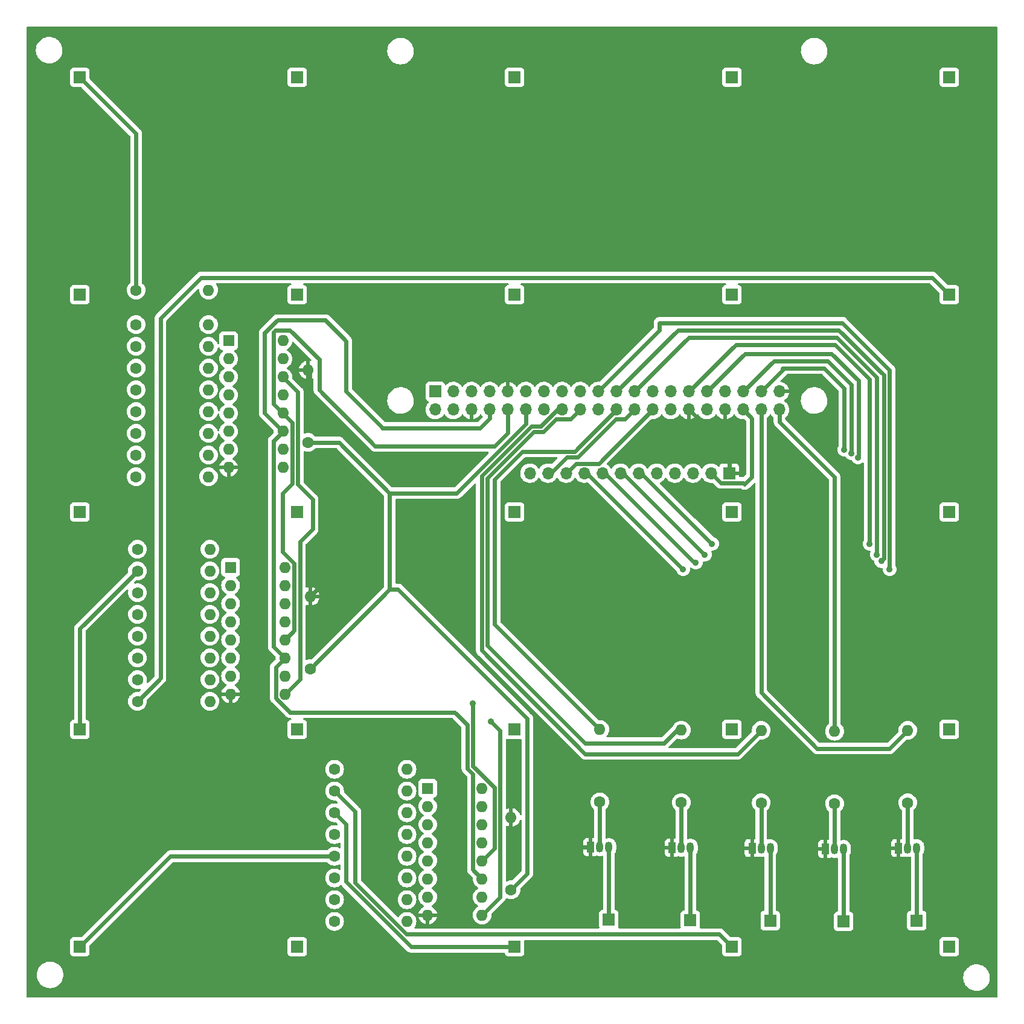
<source format=gtl>
%TF.GenerationSoftware,KiCad,Pcbnew,(6.0.5)*%
%TF.CreationDate,2022-06-12T15:20:55+02:00*%
%TF.ProjectId,3d cube,33642063-7562-4652-9e6b-696361645f70,rev?*%
%TF.SameCoordinates,PX849f6a8PYc7b8a98*%
%TF.FileFunction,Copper,L1,Top*%
%TF.FilePolarity,Positive*%
%FSLAX46Y46*%
G04 Gerber Fmt 4.6, Leading zero omitted, Abs format (unit mm)*
G04 Created by KiCad (PCBNEW (6.0.5)) date 2022-06-12 15:20:55*
%MOMM*%
%LPD*%
G01*
G04 APERTURE LIST*
%TA.AperFunction,ComponentPad*%
%ADD10R,1.700000X1.700000*%
%TD*%
%TA.AperFunction,ComponentPad*%
%ADD11O,1.700000X1.700000*%
%TD*%
%TA.AperFunction,ComponentPad*%
%ADD12C,1.600000*%
%TD*%
%TA.AperFunction,ComponentPad*%
%ADD13O,1.600000X1.600000*%
%TD*%
%TA.AperFunction,ComponentPad*%
%ADD14R,1.050000X1.500000*%
%TD*%
%TA.AperFunction,ComponentPad*%
%ADD15O,1.050000X1.500000*%
%TD*%
%TA.AperFunction,ComponentPad*%
%ADD16R,1.600000X1.600000*%
%TD*%
%TA.AperFunction,ViaPad*%
%ADD17C,0.900000*%
%TD*%
%TA.AperFunction,Conductor*%
%ADD18C,0.600000*%
%TD*%
G04 APERTURE END LIST*
D10*
%TO.P,P1,1,Pin_1*%
%TO.N,+3V3*%
X57829000Y85493000D03*
D11*
%TO.P,P1,2,Pin_2*%
%TO.N,+5V*%
X57829000Y82953000D03*
%TO.P,P1,3,Pin_3*%
%TO.N,/GPIO2(SDA1)*%
X60369000Y85493000D03*
%TO.P,P1,4,Pin_4*%
%TO.N,+5V*%
X60369000Y82953000D03*
%TO.P,P1,5,Pin_5*%
%TO.N,/GPIO3(SCL1)*%
X62909000Y85493000D03*
%TO.P,P1,6,Pin_6*%
%TO.N,GND*%
X62909000Y82953000D03*
%TO.P,P1,7,Pin_7*%
%TO.N,/GPIO4(GCLK)*%
X65449000Y85493000D03*
%TO.P,P1,8,Pin_8*%
%TO.N,SHCP*%
X65449000Y82953000D03*
%TO.P,P1,9,Pin_9*%
%TO.N,GND*%
X67989000Y85493000D03*
%TO.P,P1,10,Pin_10*%
%TO.N,STCP*%
X67989000Y82953000D03*
%TO.P,P1,11,Pin_11*%
%TO.N,/GPIO17(GEN0)*%
X70529000Y85493000D03*
%TO.P,P1,12,Pin_12*%
%TO.N,MR*%
X70529000Y82953000D03*
%TO.P,P1,13,Pin_13*%
%TO.N,/GPIO27(GEN2)*%
X73069000Y85493000D03*
%TO.P,P1,14,Pin_14*%
%TO.N,GND*%
X73069000Y82953000D03*
%TO.P,P1,15,Pin_15*%
%TO.N,/GPIO22(GEN3)*%
X75609000Y85493000D03*
%TO.P,P1,16,Pin_16*%
%TO.N,Layer 3*%
X75609000Y82953000D03*
%TO.P,P1,17,Pin_17*%
%TO.N,+3V3*%
X78149000Y85493000D03*
%TO.P,P1,18,Pin_18*%
%TO.N,Layer 4*%
X78149000Y82953000D03*
%TO.P,P1,19,Pin_19*%
%TO.N,GPIO10*%
X80689000Y85493000D03*
%TO.P,P1,20,Pin_20*%
%TO.N,GND*%
X80689000Y82953000D03*
%TO.P,P1,21,Pin_21*%
%TO.N,GPIO9*%
X83229000Y85493000D03*
%TO.P,P1,22,Pin_22*%
%TO.N,Layer 5*%
X83229000Y82953000D03*
%TO.P,P1,23,Pin_23*%
%TO.N,GPIO11*%
X85769000Y85493000D03*
%TO.P,P1,24,Pin_24*%
%TO.N,GPIO8*%
X85769000Y82953000D03*
%TO.P,P1,25,Pin_25*%
%TO.N,GND*%
X88309000Y85493000D03*
%TO.P,P1,26,Pin_26*%
%TO.N,GPIO7*%
X88309000Y82953000D03*
%TO.P,P1,27,Pin_27*%
%TO.N,/ID_SD*%
X90849000Y85493000D03*
%TO.P,P1,28,Pin_28*%
%TO.N,/ID_SC*%
X90849000Y82953000D03*
%TO.P,P1,29,Pin_29*%
%TO.N,GPIO5*%
X93389000Y85493000D03*
%TO.P,P1,30,Pin_30*%
%TO.N,GND*%
X93389000Y82953000D03*
%TO.P,P1,31,Pin_31*%
%TO.N,GPIO6*%
X95929000Y85493000D03*
%TO.P,P1,32,Pin_32*%
%TO.N,DS*%
X95929000Y82953000D03*
%TO.P,P1,33,Pin_33*%
%TO.N,Pin 25*%
X98469000Y85493000D03*
%TO.P,P1,34,Pin_34*%
%TO.N,GND*%
X98469000Y82953000D03*
%TO.P,P1,35,Pin_35*%
%TO.N,GPIO19*%
X101009000Y85493000D03*
%TO.P,P1,36,Pin_36*%
%TO.N,GPIO16*%
X101009000Y82953000D03*
%TO.P,P1,37,Pin_37*%
%TO.N,GPIO26*%
X103549000Y85493000D03*
%TO.P,P1,38,Pin_38*%
%TO.N,Layer 1*%
X103549000Y82953000D03*
%TO.P,P1,39,Pin_39*%
%TO.N,GND*%
X106089000Y85493000D03*
%TO.P,P1,40,Pin_40*%
%TO.N,Layer 2*%
X106089000Y82953000D03*
%TD*%
D12*
%TO.P,RC2,1*%
%TO.N,MR*%
X40005000Y78359000D03*
D13*
%TO.P,RC2,2*%
%TO.N,GND*%
X40005000Y88519000D03*
%TD*%
D10*
%TO.P,J6,1,Pin_1*%
%TO.N,GND*%
X99040000Y74041000D03*
D11*
%TO.P,J6,2,Pin_2*%
%TO.N,GPIO16*%
X96500000Y74041000D03*
%TO.P,J6,3,Pin_3*%
%TO.N,GPIO26*%
X93960000Y74041000D03*
%TO.P,J6,4,Pin_4*%
%TO.N,GPIO19*%
X91420000Y74041000D03*
%TO.P,J6,5,Pin_5*%
%TO.N,GPIO6*%
X88880000Y74041000D03*
%TO.P,J6,6,Pin_6*%
%TO.N,GPIO5*%
X86340000Y74041000D03*
%TO.P,J6,7,Pin_7*%
%TO.N,GPIO11*%
X83800000Y74041000D03*
%TO.P,J6,8,Pin_8*%
%TO.N,GPIO9*%
X81260000Y74041000D03*
%TO.P,J6,9,Pin_9*%
%TO.N,GPIO10*%
X78720000Y74041000D03*
%TO.P,J6,10,Pin_10*%
%TO.N,GPIO7*%
X76180000Y74041000D03*
%TO.P,J6,11,Pin_11*%
%TO.N,GPIO8*%
X73640000Y74041000D03*
%TO.P,J6,12,Pin_12*%
%TO.N,+5V*%
X71100000Y74041000D03*
%TD*%
D14*
%TO.P,Q4,1,E*%
%TO.N,GND*%
X91059000Y21503879D03*
D15*
%TO.P,Q4,2,B*%
%TO.N,Net-(Q4-Pad2)*%
X92329000Y21503879D03*
%TO.P,Q4,3,C*%
%TO.N,Net-(J4-Pad1)*%
X93599000Y21503879D03*
%TD*%
D12*
%TO.P,R14,1*%
%TO.N,Net-(D14-Pad1)*%
X16059120Y48134500D03*
D13*
%TO.P,R14,2*%
%TO.N,Net-(R14-Pad2)*%
X26219120Y48134500D03*
%TD*%
D12*
%TO.P,R17,1*%
%TO.N,Net-(D17-Pad1)*%
X15875000Y94869000D03*
D13*
%TO.P,R17,2*%
%TO.N,Net-(R17-Pad2)*%
X26035000Y94869000D03*
%TD*%
D12*
%TO.P,R22,1*%
%TO.N,Net-(D22-Pad1)*%
X15875000Y79629000D03*
D13*
%TO.P,R22,2*%
%TO.N,Net-(R22-Pad2)*%
X26035000Y79629000D03*
%TD*%
D12*
%TO.P,R13,1*%
%TO.N,Net-(D13-Pad1)*%
X16059120Y51182500D03*
D13*
%TO.P,R13,2*%
%TO.N,Net-(R13-Pad2)*%
X26219120Y51182500D03*
%TD*%
D14*
%TO.P,Q5,1,E*%
%TO.N,GND*%
X79629000Y21590000D03*
D15*
%TO.P,Q5,2,B*%
%TO.N,Net-(Q5-Pad2)*%
X80899000Y21590000D03*
%TO.P,Q5,3,C*%
%TO.N,Net-(J5-Pad1)*%
X82169000Y21590000D03*
%TD*%
D12*
%TO.P,R4,1*%
%TO.N,Net-(D4-Pad1)*%
X43703000Y23371000D03*
D13*
%TO.P,R4,2*%
%TO.N,Net-(R4-Pad2)*%
X53863000Y23371000D03*
%TD*%
D12*
%TO.P,R12,1*%
%TO.N,Net-(D12-Pad1)*%
X16059120Y54230500D03*
D13*
%TO.P,R12,2*%
%TO.N,Net-(R12-Pad2)*%
X26219120Y54230500D03*
%TD*%
D12*
%TO.P,R9,1*%
%TO.N,Net-(D9-Pad1)*%
X16059120Y63374500D03*
D13*
%TO.P,R9,2*%
%TO.N,Net-(R9-Pad2)*%
X26219120Y63374500D03*
%TD*%
D14*
%TO.P,Q2,1,E*%
%TO.N,GND*%
X112549000Y21336000D03*
D15*
%TO.P,Q2,2,B*%
%TO.N,Net-(Q2-Pad2)*%
X113819000Y21336000D03*
%TO.P,Q2,3,C*%
%TO.N,Net-(J2-Pad1)*%
X115089000Y21336000D03*
%TD*%
D12*
%TO.P,R15,1*%
%TO.N,Net-(D15-Pad1)*%
X16059120Y45086500D03*
D13*
%TO.P,R15,2*%
%TO.N,Net-(R15-Pad2)*%
X26219120Y45086500D03*
%TD*%
D12*
%TO.P,R19,1*%
%TO.N,Net-(D19-Pad1)*%
X15875000Y88773000D03*
D13*
%TO.P,R19,2*%
%TO.N,Net-(R19-Pad2)*%
X26035000Y88773000D03*
%TD*%
D12*
%TO.P,RC3,1*%
%TO.N,MR*%
X40291120Y46597500D03*
D13*
%TO.P,RC3,2*%
%TO.N,GND*%
X40291120Y56757500D03*
%TD*%
D12*
%TO.P,RL5,1*%
%TO.N,Net-(Q5-Pad2)*%
X80899000Y27940000D03*
D13*
%TO.P,RL5,2*%
%TO.N,Layer 5*%
X80899000Y38100000D03*
%TD*%
D12*
%TO.P,RL2,1*%
%TO.N,Net-(Q2-Pad2)*%
X113819000Y27686000D03*
D13*
%TO.P,RL2,2*%
%TO.N,Layer 2*%
X113819000Y37846000D03*
%TD*%
D12*
%TO.P,R1,1*%
%TO.N,Net-(D1-Pad1)*%
X43703000Y32515000D03*
D13*
%TO.P,R1,2*%
%TO.N,Net-(R1-Pad2)*%
X53863000Y32515000D03*
%TD*%
D12*
%TO.P,R8,1*%
%TO.N,Net-(D8-Pad1)*%
X43703000Y11179000D03*
D13*
%TO.P,R8,2*%
%TO.N,Net-(R8-Pad2)*%
X53863000Y11179000D03*
%TD*%
D12*
%TO.P,R23,1*%
%TO.N,Net-(D23-Pad1)*%
X15875000Y76581000D03*
D13*
%TO.P,R23,2*%
%TO.N,Net-(R23-Pad2)*%
X26035000Y76581000D03*
%TD*%
D12*
%TO.P,R11,1*%
%TO.N,Net-(D11-Pad1)*%
X16059120Y57278500D03*
D13*
%TO.P,R11,2*%
%TO.N,Net-(R11-Pad2)*%
X26219120Y57278500D03*
%TD*%
D12*
%TO.P,R3,1*%
%TO.N,Net-(D3-Pad1)*%
X43703000Y26419000D03*
D13*
%TO.P,R3,2*%
%TO.N,Net-(R3-Pad2)*%
X53863000Y26419000D03*
%TD*%
D16*
%TO.P,U1,1,QB*%
%TO.N,Net-(R2-Pad2)*%
X56769000Y29845000D03*
D13*
%TO.P,U1,2,QC*%
%TO.N,Net-(R3-Pad2)*%
X56769000Y27305000D03*
%TO.P,U1,3,QD*%
%TO.N,Net-(R4-Pad2)*%
X56769000Y24765000D03*
%TO.P,U1,4,QE*%
%TO.N,Net-(R5-Pad2)*%
X56769000Y22225000D03*
%TO.P,U1,5,QF*%
%TO.N,Net-(R6-Pad2)*%
X56769000Y19685000D03*
%TO.P,U1,6,QG*%
%TO.N,Net-(R7-Pad2)*%
X56769000Y17145000D03*
%TO.P,U1,7,QH*%
%TO.N,Net-(R8-Pad2)*%
X56769000Y14605000D03*
%TO.P,U1,8,GND*%
%TO.N,GND*%
X56769000Y12065000D03*
%TO.P,U1,9,QH'*%
%TO.N,Net-(U1-Pad9)*%
X64389000Y12065000D03*
%TO.P,U1,10,~{SRCLR}*%
%TO.N,MR*%
X64389000Y14605000D03*
%TO.P,U1,11,SRCLK*%
%TO.N,SHCP*%
X64389000Y17145000D03*
%TO.P,U1,12,RCLK*%
%TO.N,STCP*%
X64389000Y19685000D03*
%TO.P,U1,13,~{OE}*%
%TO.N,+5V*%
X64389000Y22225000D03*
%TO.P,U1,14,SER*%
%TO.N,DS*%
X64389000Y24765000D03*
%TO.P,U1,15,QA*%
%TO.N,Net-(R1-Pad2)*%
X64389000Y27305000D03*
%TO.P,U1,16,VCC*%
%TO.N,+5V*%
X64389000Y29845000D03*
%TD*%
D12*
%TO.P,R25,1*%
%TO.N,Net-(D25-Pad1)*%
X15875000Y99695000D03*
D13*
%TO.P,R25,2*%
%TO.N,Pin 25*%
X26035000Y99695000D03*
%TD*%
D12*
%TO.P,R16,1*%
%TO.N,Net-(D16-Pad1)*%
X16059120Y42038500D03*
D13*
%TO.P,R16,2*%
%TO.N,Net-(R16-Pad2)*%
X26219120Y42038500D03*
%TD*%
D12*
%TO.P,R5,1*%
%TO.N,Net-(D5-Pad1)*%
X43703000Y20323000D03*
D13*
%TO.P,R5,2*%
%TO.N,Net-(R5-Pad2)*%
X53863000Y20323000D03*
%TD*%
D12*
%TO.P,R7,1*%
%TO.N,Net-(D7-Pad1)*%
X43703000Y14227000D03*
D13*
%TO.P,R7,2*%
%TO.N,Net-(R7-Pad2)*%
X53863000Y14227000D03*
%TD*%
D16*
%TO.P,U3,1,QB*%
%TO.N,Net-(R18-Pad2)*%
X28839000Y92593000D03*
D13*
%TO.P,U3,2,QC*%
%TO.N,Net-(R19-Pad2)*%
X28839000Y90053000D03*
%TO.P,U3,3,QD*%
%TO.N,Net-(R20-Pad2)*%
X28839000Y87513000D03*
%TO.P,U3,4,QE*%
%TO.N,Net-(R21-Pad2)*%
X28839000Y84973000D03*
%TO.P,U3,5,QF*%
%TO.N,Net-(R22-Pad2)*%
X28839000Y82433000D03*
%TO.P,U3,6,QG*%
%TO.N,Net-(R23-Pad2)*%
X28839000Y79893000D03*
%TO.P,U3,7,QH*%
%TO.N,Net-(R24-Pad2)*%
X28839000Y77353000D03*
%TO.P,U3,8,GND*%
%TO.N,GND*%
X28839000Y74813000D03*
%TO.P,U3,9,QH'*%
%TO.N,unconnected-(U3-Pad9)*%
X36459000Y74813000D03*
%TO.P,U3,10,~{SRCLR}*%
%TO.N,MR*%
X36459000Y77353000D03*
%TO.P,U3,11,SRCLK*%
%TO.N,SHCP*%
X36459000Y79893000D03*
%TO.P,U3,12,RCLK*%
%TO.N,STCP*%
X36459000Y82433000D03*
%TO.P,U3,13,~{OE}*%
%TO.N,+5V*%
X36459000Y84973000D03*
%TO.P,U3,14,SER*%
%TO.N,Net-(U2-Pad9)*%
X36459000Y87513000D03*
%TO.P,U3,15,QA*%
%TO.N,Net-(R17-Pad2)*%
X36459000Y90053000D03*
%TO.P,U3,16,VCC*%
%TO.N,+5V*%
X36459000Y92593000D03*
%TD*%
D14*
%TO.P,Q1,1,E*%
%TO.N,GND*%
X122809000Y21463000D03*
D15*
%TO.P,Q1,2,B*%
%TO.N,Net-(Q1-Pad2)*%
X124079000Y21463000D03*
%TO.P,Q1,3,C*%
%TO.N,Net-(J1-Pad1)*%
X125349000Y21463000D03*
%TD*%
D12*
%TO.P,R2,1*%
%TO.N,Net-(D2-Pad1)*%
X43703000Y29467000D03*
D13*
%TO.P,R2,2*%
%TO.N,Net-(R2-Pad2)*%
X53863000Y29467000D03*
%TD*%
D16*
%TO.P,U2,1,QB*%
%TO.N,Net-(R10-Pad2)*%
X29125120Y60831500D03*
D13*
%TO.P,U2,2,QC*%
%TO.N,Net-(R11-Pad2)*%
X29125120Y58291500D03*
%TO.P,U2,3,QD*%
%TO.N,Net-(R12-Pad2)*%
X29125120Y55751500D03*
%TO.P,U2,4,QE*%
%TO.N,Net-(R13-Pad2)*%
X29125120Y53211500D03*
%TO.P,U2,5,QF*%
%TO.N,Net-(R14-Pad2)*%
X29125120Y50671500D03*
%TO.P,U2,6,QG*%
%TO.N,Net-(R15-Pad2)*%
X29125120Y48131500D03*
%TO.P,U2,7,QH*%
%TO.N,Net-(R16-Pad2)*%
X29125120Y45591500D03*
%TO.P,U2,8,GND*%
%TO.N,GND*%
X29125120Y43051500D03*
%TO.P,U2,9,QH'*%
%TO.N,Net-(U2-Pad9)*%
X36745120Y43051500D03*
%TO.P,U2,10,~{SRCLR}*%
%TO.N,MR*%
X36745120Y45591500D03*
%TO.P,U2,11,SRCLK*%
%TO.N,SHCP*%
X36745120Y48131500D03*
%TO.P,U2,12,RCLK*%
%TO.N,STCP*%
X36745120Y50671500D03*
%TO.P,U2,13,~{OE}*%
%TO.N,+5V*%
X36745120Y53211500D03*
%TO.P,U2,14,SER*%
%TO.N,Net-(U1-Pad9)*%
X36745120Y55751500D03*
%TO.P,U2,15,QA*%
%TO.N,Net-(R9-Pad2)*%
X36745120Y58291500D03*
%TO.P,U2,16,VCC*%
%TO.N,+5V*%
X36745120Y60831500D03*
%TD*%
D12*
%TO.P,R18,1*%
%TO.N,Net-(D18-Pad1)*%
X15875000Y91821000D03*
D13*
%TO.P,R18,2*%
%TO.N,Net-(R18-Pad2)*%
X26035000Y91821000D03*
%TD*%
D12*
%TO.P,RL3,1*%
%TO.N,Net-(Q3-Pad2)*%
X103525945Y27813000D03*
D13*
%TO.P,RL3,2*%
%TO.N,Layer 3*%
X103525945Y37973000D03*
%TD*%
D12*
%TO.P,RC1,1*%
%TO.N,MR*%
X68443000Y15611000D03*
D13*
%TO.P,RC1,2*%
%TO.N,GND*%
X68443000Y25771000D03*
%TD*%
D12*
%TO.P,RL4,1*%
%TO.N,Net-(Q4-Pad2)*%
X92329000Y27853879D03*
D13*
%TO.P,RL4,2*%
%TO.N,Layer 4*%
X92329000Y38013879D03*
%TD*%
D12*
%TO.P,R20,1*%
%TO.N,Net-(D20-Pad1)*%
X15875000Y85725000D03*
D13*
%TO.P,R20,2*%
%TO.N,Net-(R20-Pad2)*%
X26035000Y85725000D03*
%TD*%
D14*
%TO.P,Q3,1,E*%
%TO.N,GND*%
X102255945Y21463000D03*
D15*
%TO.P,Q3,2,B*%
%TO.N,Net-(Q3-Pad2)*%
X103525945Y21463000D03*
%TO.P,Q3,3,C*%
%TO.N,Net-(J3-Pad1)*%
X104795945Y21463000D03*
%TD*%
D12*
%TO.P,R10,1*%
%TO.N,Net-(D10-Pad1)*%
X16059120Y60326500D03*
D13*
%TO.P,R10,2*%
%TO.N,Net-(R10-Pad2)*%
X26219120Y60326500D03*
%TD*%
D12*
%TO.P,R6,1*%
%TO.N,Net-(D6-Pad1)*%
X43703000Y17275000D03*
D13*
%TO.P,R6,2*%
%TO.N,Net-(R6-Pad2)*%
X53863000Y17275000D03*
%TD*%
D12*
%TO.P,R24,1*%
%TO.N,Net-(D24-Pad1)*%
X15875000Y73533000D03*
D13*
%TO.P,R24,2*%
%TO.N,Net-(R24-Pad2)*%
X26035000Y73533000D03*
%TD*%
D12*
%TO.P,R21,1*%
%TO.N,Net-(D21-Pad1)*%
X15875000Y82677000D03*
D13*
%TO.P,R21,2*%
%TO.N,Net-(R21-Pad2)*%
X26035000Y82677000D03*
%TD*%
D12*
%TO.P,RL1,1*%
%TO.N,Net-(Q1-Pad2)*%
X124079000Y27813000D03*
D13*
%TO.P,RL1,2*%
%TO.N,Layer 1*%
X124079000Y37973000D03*
%TD*%
D10*
%TO.P,D14,1,K*%
%TO.N,Net-(D14-Pad1)*%
X38481000Y68580000D03*
%TD*%
%TO.P,D13,1,K*%
%TO.N,Net-(D13-Pad1)*%
X68961000Y68580000D03*
%TD*%
%TO.P,D6,1,K*%
%TO.N,Net-(D6-Pad1)*%
X129921000Y38100000D03*
%TD*%
%TO.P,J1,1,Pin_1*%
%TO.N,Net-(J1-Pad1)*%
X125349000Y11303000D03*
%TD*%
%TO.P,D25,1,K*%
%TO.N,Net-(D25-Pad1)*%
X8001000Y129540000D03*
%TD*%
%TO.P,D7,1,K*%
%TO.N,Net-(D7-Pad1)*%
X99441000Y38100000D03*
%TD*%
%TO.P,D15,1,K*%
%TO.N,Net-(D15-Pad1)*%
X8001000Y68580000D03*
%TD*%
%TO.P,J4,1,Pin_1*%
%TO.N,Net-(J4-Pad1)*%
X93599000Y11343879D03*
%TD*%
%TO.P,D23,1,K*%
%TO.N,Net-(D23-Pad1)*%
X68961000Y129540000D03*
%TD*%
%TO.P,D21,1,K*%
%TO.N,Net-(D21-Pad1)*%
X129921000Y129540000D03*
%TD*%
%TO.P,D24,1,K*%
%TO.N,Net-(D24-Pad1)*%
X38481000Y129540000D03*
%TD*%
%TO.P,D19,1,K*%
%TO.N,Net-(D19-Pad1)*%
X38481000Y99060000D03*
%TD*%
%TO.P,D8,1,K*%
%TO.N,Net-(D8-Pad1)*%
X68961000Y38100000D03*
%TD*%
%TO.P,D16,1,K*%
%TO.N,Net-(D16-Pad1)*%
X129921000Y99060000D03*
%TD*%
%TO.P,D1,1,K*%
%TO.N,Net-(D1-Pad1)*%
X129921000Y7620000D03*
%TD*%
%TO.P,D4,1,K*%
%TO.N,Net-(D4-Pad1)*%
X38481000Y7620000D03*
%TD*%
%TO.P,D18,1,K*%
%TO.N,Net-(D18-Pad1)*%
X68961000Y99060000D03*
%TD*%
%TO.P,D11,1,K*%
%TO.N,Net-(D11-Pad1)*%
X129921000Y68580000D03*
%TD*%
%TO.P,D22,1,K*%
%TO.N,Net-(D22-Pad1)*%
X99441000Y129540000D03*
%TD*%
%TO.P,D5,1,K*%
%TO.N,Net-(D5-Pad1)*%
X8001000Y7620000D03*
%TD*%
%TO.P,D17,1,K*%
%TO.N,Net-(D17-Pad1)*%
X99441000Y99060000D03*
%TD*%
%TO.P,D12,1,K*%
%TO.N,Net-(D12-Pad1)*%
X99441000Y68580000D03*
%TD*%
%TO.P,D2,1,K*%
%TO.N,Net-(D2-Pad1)*%
X99441000Y7620000D03*
%TD*%
%TO.P,J5,1,Pin_1*%
%TO.N,Net-(J5-Pad1)*%
X82169000Y11430000D03*
%TD*%
%TO.P,J3,1,Pin_1*%
%TO.N,Net-(J3-Pad1)*%
X104795945Y11303000D03*
%TD*%
%TO.P,D9,1,K*%
%TO.N,Net-(D9-Pad1)*%
X38481000Y38100000D03*
%TD*%
%TO.P,J2,1,Pin_1*%
%TO.N,Net-(J2-Pad1)*%
X115089000Y11176000D03*
%TD*%
%TO.P,D10,1,K*%
%TO.N,Net-(D10-Pad1)*%
X8001000Y38100000D03*
%TD*%
%TO.P,D20,1,K*%
%TO.N,Net-(D20-Pad1)*%
X8001000Y99060000D03*
%TD*%
%TO.P,D3,1,K*%
%TO.N,Net-(D3-Pad1)*%
X68961000Y7620000D03*
%TD*%
D17*
%TO.N,GND*%
X73279000Y24003000D03*
X44069000Y72263000D03*
X41529000Y81153000D03*
%TO.N,STCP*%
X63119000Y41783000D03*
%TO.N,Net-(U1-Pad9)*%
X65659000Y39243000D03*
%TO.N,GPIO10*%
X92583000Y60579000D03*
X121539000Y60579000D03*
%TO.N,GPIO9*%
X94361000Y61511497D03*
X120370894Y61696159D03*
%TO.N,GPIO11*%
X95631000Y62611000D03*
X119761000Y62611000D03*
%TO.N,GPIO5*%
X118745000Y64135000D03*
X96647000Y64135000D03*
%TO.N,GPIO6*%
X117125436Y76233583D03*
%TO.N,GPIO19*%
X116205000Y76835000D03*
%TO.N,GPIO26*%
X115189000Y77343000D03*
%TD*%
D18*
%TO.N,GND*%
X73279000Y24003000D02*
X75692000Y21590000D01*
X75692000Y21590000D02*
X79629000Y21590000D01*
X44069000Y60535380D02*
X44069000Y72263000D01*
X99040000Y77302000D02*
X93389000Y82953000D01*
X99040000Y74041000D02*
X99040000Y77302000D01*
X41529000Y81153000D02*
X40259000Y82423000D01*
X40259000Y88265000D02*
X40005000Y88519000D01*
X40259000Y82423000D02*
X40259000Y88265000D01*
X40291120Y56757500D02*
X44069000Y60535380D01*
%TO.N,Net-(D2-Pad1)*%
X97663000Y9398000D02*
X53806213Y9398000D01*
X53806213Y9398000D02*
X46609000Y16595213D01*
X99441000Y7620000D02*
X97663000Y9398000D01*
X46609000Y16595213D02*
X46609000Y26561000D01*
X46609000Y26561000D02*
X43703000Y29467000D01*
%TO.N,Net-(D3-Pad1)*%
X54453521Y7620000D02*
X55626000Y7620000D01*
X45339000Y16734521D02*
X54453521Y7620000D01*
X45339000Y24783000D02*
X43703000Y26419000D01*
X45339000Y24783000D02*
X45339000Y16734521D01*
X68961000Y7620000D02*
X55584213Y7620000D01*
%TO.N,Net-(D5-Pad1)*%
X20704000Y20323000D02*
X8001000Y7620000D01*
X43703000Y20323000D02*
X20704000Y20323000D01*
%TO.N,Net-(J1-Pad1)*%
X125349000Y21463000D02*
X125349000Y11303000D01*
%TO.N,Net-(J2-Pad1)*%
X115089000Y11176000D02*
X115089000Y21336000D01*
%TO.N,Net-(J3-Pad1)*%
X104795945Y21463000D02*
X104795945Y11303000D01*
%TO.N,Net-(J4-Pad1)*%
X93599000Y11343879D02*
X93599000Y21503879D01*
%TO.N,Net-(J5-Pad1)*%
X82169000Y21590000D02*
X82169000Y11430000D01*
%TO.N,STCP*%
X41558511Y90013489D02*
X37465000Y94107000D01*
X36449000Y71247000D02*
X36449000Y62965407D01*
X35433000Y94107000D02*
X35159489Y93833489D01*
X66129480Y29942307D02*
X66129480Y21425480D01*
X63119000Y32952787D02*
X66129480Y29942307D01*
X35159489Y83722511D02*
X37758511Y81123489D01*
X66129480Y21425480D02*
X64389000Y19685000D01*
X38044631Y61369776D02*
X38044631Y51971011D01*
X41558511Y85695489D02*
X41558511Y90013489D01*
X67989000Y79673000D02*
X66167000Y77851000D01*
X38044631Y51971011D02*
X36745120Y50671500D01*
X63119000Y41783000D02*
X63119000Y32952787D01*
X36449000Y62965407D02*
X38044631Y61369776D01*
X35159489Y93833489D02*
X35159489Y83722511D01*
X37758511Y72556511D02*
X36449000Y71247000D01*
X67989000Y82953000D02*
X67989000Y79673000D01*
X37465000Y94107000D02*
X35433000Y94107000D01*
X49403000Y77851000D02*
X41558511Y85695489D01*
X66167000Y77851000D02*
X49403000Y77851000D01*
X37758511Y81123489D02*
X37758511Y72556511D01*
%TO.N,SHCP*%
X63089489Y31851606D02*
X63089489Y18444511D01*
X36745120Y48131500D02*
X35445609Y46831989D01*
X63089489Y18444511D02*
X64389000Y17145000D01*
X36745120Y48131500D02*
X35159489Y49717131D01*
X35445609Y42513224D02*
X37445833Y40513000D01*
X42423009Y95498991D02*
X35694299Y95498991D01*
X62319480Y38772520D02*
X62319480Y32621615D01*
X35445609Y46831989D02*
X35445609Y42513224D01*
X64135000Y80391000D02*
X50419000Y80391000D01*
X45339000Y92583000D02*
X42423009Y95498991D01*
X62319480Y32621615D02*
X63089489Y31851606D01*
X45339000Y85540787D02*
X45339000Y92583000D01*
X33909000Y93713692D02*
X33909000Y82433000D01*
X33909000Y82433000D02*
X36459000Y79883000D01*
X35694299Y95498991D02*
X33909000Y93713692D01*
X50419000Y80460787D02*
X45339000Y85540787D01*
X35159489Y49717131D02*
X35159489Y78583489D01*
X65449000Y81705000D02*
X64135000Y80391000D01*
X35159489Y78583489D02*
X36459000Y79883000D01*
X65449000Y82953000D02*
X65449000Y81705000D01*
X60579000Y40513000D02*
X62319480Y38772520D01*
X50419000Y80391000D02*
X50419000Y80460787D01*
X37445833Y40513000D02*
X60579000Y40513000D01*
%TO.N,Net-(Q1-Pad2)*%
X124079000Y27813000D02*
X124079000Y21463000D01*
%TO.N,Net-(Q2-Pad2)*%
X113819000Y27686000D02*
X113819000Y21336000D01*
%TO.N,Net-(Q3-Pad2)*%
X103525945Y27813000D02*
X103525945Y21463000D01*
%TO.N,Net-(Q4-Pad2)*%
X92329000Y27853879D02*
X92329000Y21503879D01*
%TO.N,Net-(Q5-Pad2)*%
X80899000Y27940000D02*
X80899000Y21590000D01*
%TO.N,MR*%
X70529000Y80943000D02*
X60833000Y71247000D01*
X70739000Y39624000D02*
X70739000Y17907000D01*
X44333000Y78349000D02*
X40259000Y78349000D01*
X70739000Y17907000D02*
X68443000Y15611000D01*
X51435000Y71247000D02*
X51435000Y57741380D01*
X70529000Y82953000D02*
X70529000Y80943000D01*
X51435000Y57741380D02*
X40291120Y46597500D01*
X60833000Y71247000D02*
X51435000Y71247000D01*
X52621620Y57741380D02*
X70739000Y39624000D01*
X51435000Y71247000D02*
X44333000Y78349000D01*
X51435000Y57741380D02*
X52621620Y57741380D01*
%TO.N,Net-(U1-Pad9)*%
X65659000Y39243000D02*
X66929000Y37973000D01*
X66929000Y14605000D02*
X64389000Y12065000D01*
X66929000Y37973000D02*
X66929000Y14605000D01*
%TO.N,Net-(U2-Pad9)*%
X38844151Y45150531D02*
X36745120Y43051500D01*
X36459000Y87503000D02*
X36459000Y87493000D01*
X38558031Y72439969D02*
X40640000Y70358000D01*
X36459000Y87493000D02*
X38558031Y85393969D01*
X40640000Y70358000D02*
X40640000Y66196520D01*
X40640000Y66196520D02*
X38844151Y64400671D01*
X38844151Y64400671D02*
X38844151Y45150531D01*
X38558031Y85393969D02*
X38558031Y72439969D01*
%TO.N,Net-(D10-Pad1)*%
X16059120Y60326500D02*
X8001000Y52268380D01*
X8001000Y52268380D02*
X8001000Y38100000D01*
%TO.N,Net-(D16-Pad1)*%
X16059120Y42038500D02*
X19304000Y45283380D01*
X19304000Y45283380D02*
X19304000Y95758000D01*
X127508000Y101473000D02*
X129921000Y99060000D01*
X25019000Y101473000D02*
X127508000Y101473000D01*
X19304000Y95758000D02*
X25019000Y101473000D01*
%TO.N,Layer 2*%
X113819000Y73499000D02*
X113819000Y37846000D01*
X106089000Y81229000D02*
X106089000Y82953000D01*
X113819000Y73499000D02*
X106089000Y81229000D01*
%TO.N,Layer 3*%
X74977498Y82953000D02*
X72636326Y80611828D01*
X75609000Y82953000D02*
X74977498Y82953000D01*
X100223945Y34671000D02*
X103525945Y37973000D01*
X64351480Y73634788D02*
X64351480Y49186520D01*
X64351480Y49186520D02*
X78867000Y34671000D01*
X72636326Y80611828D02*
X71328520Y80611828D01*
X71328520Y80611828D02*
X64351480Y73634788D01*
X78867000Y34671000D02*
X100223945Y34671000D01*
%TO.N,Layer 4*%
X65151000Y73303616D02*
X71659692Y79812308D01*
X91821000Y38100000D02*
X89916000Y36195000D01*
X76799489Y81603489D02*
X78149000Y82953000D01*
X72967498Y79812308D02*
X74758679Y81603489D01*
X71659692Y79812308D02*
X72967498Y79812308D01*
X78867000Y36195000D02*
X65151000Y49911000D01*
X65151000Y49911000D02*
X65151000Y73303616D01*
X89916000Y36195000D02*
X78867000Y36195000D01*
X74758679Y81603489D02*
X76799489Y81603489D01*
%TO.N,Net-(D25-Pad1)*%
X15875000Y99695000D02*
X15875000Y121666000D01*
X15875000Y121666000D02*
X8001000Y129540000D01*
%TO.N,Layer 5*%
X66167000Y73188924D02*
X70067076Y77089000D01*
X80899000Y38100000D02*
X66167000Y52832000D01*
X66167000Y52832000D02*
X66167000Y73188924D01*
X70067076Y77089000D02*
X77365000Y77089000D01*
X77365000Y77089000D02*
X83229000Y82953000D01*
%TO.N,Layer 1*%
X124079000Y37973000D02*
X121539000Y35433000D01*
X111379000Y35433000D02*
X103549000Y43263000D01*
X121539000Y35433000D02*
X111379000Y35433000D01*
X103549000Y43263000D02*
X103549000Y82953000D01*
%TO.N,GPIO10*%
X89281000Y95123000D02*
X89281000Y94085000D01*
X121539000Y88519000D02*
X114935000Y95123000D01*
X78720000Y74041000D02*
X79121000Y74041000D01*
X114935000Y95123000D02*
X89281000Y95123000D01*
X89281000Y94085000D02*
X80689000Y85493000D01*
X79121000Y74041000D02*
X92583000Y60579000D01*
X121539000Y60579000D02*
X121539000Y88519000D01*
%TO.N,GPIO9*%
X81661000Y74041000D02*
X81260000Y74041000D01*
X94277497Y61595000D02*
X94107000Y61595000D01*
X120370894Y61696159D02*
X120710511Y62035776D01*
X114427000Y94107000D02*
X91843000Y94107000D01*
X120710511Y62035776D02*
X120710511Y87823489D01*
X94107000Y61595000D02*
X81661000Y74041000D01*
X91843000Y94107000D02*
X83229000Y85493000D01*
X94361000Y61511497D02*
X94277497Y61595000D01*
X120710511Y87823489D02*
X114427000Y94107000D01*
%TO.N,GPIO11*%
X95631000Y62611000D02*
X84201000Y74041000D01*
X119761000Y87503000D02*
X114173000Y93091000D01*
X114173000Y93091000D02*
X93367000Y93091000D01*
X84201000Y74041000D02*
X83800000Y74041000D01*
X93367000Y93091000D02*
X85769000Y85493000D01*
X119761000Y62611000D02*
X119761000Y87503000D01*
%TO.N,GPIO5*%
X96647000Y64135000D02*
X86741000Y74041000D01*
X99971000Y92075000D02*
X93389000Y85493000D01*
X113919000Y92075000D02*
X99971000Y92075000D01*
X118745000Y64135000D02*
X118745000Y87249000D01*
X118745000Y87249000D02*
X113919000Y92075000D01*
X86741000Y74041000D02*
X86340000Y74041000D01*
%TO.N,GPIO6*%
X117125436Y76233583D02*
X117154511Y76262658D01*
X113411000Y90805000D02*
X101241000Y90805000D01*
X117154511Y87061489D02*
X113411000Y90805000D01*
X101241000Y90805000D02*
X95929000Y85493000D01*
X117154511Y76262658D02*
X117154511Y87061489D01*
%TO.N,GPIO19*%
X116205000Y76835000D02*
X116205000Y86487000D01*
X116205000Y86487000D02*
X112903000Y89789000D01*
X105305000Y89789000D02*
X101009000Y85493000D01*
X112903000Y89789000D02*
X105305000Y89789000D01*
%TO.N,GPIO26*%
X106553000Y88497000D02*
X103549000Y85493000D01*
X112395000Y88773000D02*
X106553000Y88773000D01*
X115189000Y77343000D02*
X115189000Y85979000D01*
X106553000Y88773000D02*
X106553000Y88497000D01*
X115189000Y85979000D02*
X112395000Y88773000D01*
%TO.N,GPIO16*%
X102235000Y73533000D02*
X102235000Y81727000D01*
X97849511Y72691489D02*
X101044511Y72691489D01*
X102235000Y81727000D02*
X101009000Y82953000D01*
X101044511Y72691489D02*
X101219000Y72517000D01*
X96500000Y74041000D02*
X97849511Y72691489D01*
X101219000Y72517000D02*
X102235000Y73533000D01*
%TO.N,GPIO7*%
X76180000Y74041000D02*
X77529511Y75390511D01*
X80746511Y75390511D02*
X88309000Y82953000D01*
X77529511Y75390511D02*
X80746511Y75390511D01*
%TO.N,GPIO8*%
X74041000Y74041000D02*
X73640000Y74041000D01*
X77813480Y76289480D02*
X76289480Y76289480D01*
X76289480Y76289480D02*
X74041000Y74041000D01*
X85769000Y82953000D02*
X84419489Y81603489D01*
X83127489Y81603489D02*
X77813480Y76289480D01*
X84419489Y81603489D02*
X83127489Y81603489D01*
%TD*%
%TA.AperFunction,Conductor*%
%TO.N,GND*%
G36*
X136593621Y136631498D02*
G01*
X136640114Y136577842D01*
X136651500Y136525500D01*
X136651500Y634500D01*
X136631498Y566379D01*
X136577842Y519886D01*
X136525500Y508500D01*
X634500Y508500D01*
X566379Y528502D01*
X519886Y582158D01*
X508500Y634500D01*
X508500Y3640723D01*
X1947009Y3640723D01*
X1972625Y3372231D01*
X1973710Y3367797D01*
X1973711Y3367791D01*
X2035645Y3114688D01*
X2036731Y3110250D01*
X2137985Y2860267D01*
X2274265Y2627518D01*
X2277118Y2623951D01*
X2394686Y2476940D01*
X2442716Y2416881D01*
X2639809Y2232766D01*
X2861416Y2079032D01*
X2865499Y2077001D01*
X2865502Y2076999D01*
X2940985Y2039447D01*
X3102894Y1958899D01*
X3107228Y1957478D01*
X3107231Y1957477D01*
X3354853Y1876302D01*
X3354859Y1876301D01*
X3359186Y1874882D01*
X3363677Y1874102D01*
X3363678Y1874102D01*
X3621140Y1829399D01*
X3621148Y1829398D01*
X3624921Y1828743D01*
X3628758Y1828552D01*
X3708578Y1824578D01*
X3708586Y1824578D01*
X3710149Y1824500D01*
X3878512Y1824500D01*
X3880780Y1824665D01*
X3880792Y1824665D01*
X4011884Y1834177D01*
X4079004Y1839047D01*
X4083459Y1840031D01*
X4083462Y1840031D01*
X4337912Y1896209D01*
X4337916Y1896210D01*
X4342372Y1897194D01*
X4468480Y1944972D01*
X4590318Y1991132D01*
X4590321Y1991133D01*
X4594588Y1992750D01*
X4830368Y2123714D01*
X5044773Y2287343D01*
X5070428Y2313586D01*
X5174891Y2420447D01*
X5233312Y2480208D01*
X5392034Y2698270D01*
X5475190Y2856324D01*
X5515490Y2932921D01*
X5515493Y2932927D01*
X5517615Y2936961D01*
X5538388Y2995783D01*
X5605902Y3186967D01*
X5605902Y3186968D01*
X5607425Y3191280D01*
X5620915Y3259723D01*
X131868009Y3259723D01*
X131893625Y2991231D01*
X131894710Y2986797D01*
X131894711Y2986791D01*
X131956645Y2733688D01*
X131957731Y2729250D01*
X132058985Y2479267D01*
X132097341Y2413760D01*
X132169448Y2290611D01*
X132195265Y2246518D01*
X132291257Y2126486D01*
X132315686Y2095940D01*
X132363716Y2035881D01*
X132560809Y1851766D01*
X132782416Y1698032D01*
X132786499Y1696001D01*
X132786502Y1695999D01*
X132902013Y1638534D01*
X133023894Y1577899D01*
X133028228Y1576478D01*
X133028231Y1576477D01*
X133275853Y1495302D01*
X133275859Y1495301D01*
X133280186Y1493882D01*
X133284677Y1493102D01*
X133284678Y1493102D01*
X133542140Y1448399D01*
X133542148Y1448398D01*
X133545921Y1447743D01*
X133549758Y1447552D01*
X133629578Y1443578D01*
X133629586Y1443578D01*
X133631149Y1443500D01*
X133799512Y1443500D01*
X133801780Y1443665D01*
X133801792Y1443665D01*
X133932884Y1453177D01*
X134000004Y1458047D01*
X134004459Y1459031D01*
X134004462Y1459031D01*
X134258912Y1515209D01*
X134258916Y1515210D01*
X134263372Y1516194D01*
X134389480Y1563972D01*
X134511318Y1610132D01*
X134511321Y1610133D01*
X134515588Y1611750D01*
X134751368Y1742714D01*
X134965773Y1906343D01*
X135154312Y2099208D01*
X135313034Y2317270D01*
X135397040Y2476940D01*
X135436490Y2551921D01*
X135436493Y2551927D01*
X135438615Y2555961D01*
X135490295Y2702304D01*
X135526902Y2805967D01*
X135526902Y2805968D01*
X135528425Y2810280D01*
X135580581Y3074900D01*
X135589782Y3259723D01*
X135593764Y3339708D01*
X135593764Y3339714D01*
X135593991Y3344277D01*
X135568375Y3612769D01*
X135523042Y3798033D01*
X135505355Y3870312D01*
X135504269Y3874750D01*
X135403015Y4124733D01*
X135266735Y4357482D01*
X135148175Y4505733D01*
X135101136Y4564553D01*
X135101135Y4564555D01*
X135098284Y4568119D01*
X134901191Y4752234D01*
X134679584Y4905968D01*
X134675501Y4907999D01*
X134675498Y4908001D01*
X134510606Y4990033D01*
X134438106Y5026101D01*
X134433772Y5027522D01*
X134433769Y5027523D01*
X134186147Y5108698D01*
X134186141Y5108699D01*
X134181814Y5110118D01*
X134177322Y5110898D01*
X133919860Y5155601D01*
X133919852Y5155602D01*
X133916079Y5156257D01*
X133904817Y5156818D01*
X133832422Y5160422D01*
X133832414Y5160422D01*
X133830851Y5160500D01*
X133662488Y5160500D01*
X133660220Y5160335D01*
X133660208Y5160335D01*
X133529116Y5150823D01*
X133461996Y5145953D01*
X133457541Y5144969D01*
X133457538Y5144969D01*
X133203088Y5088791D01*
X133203084Y5088790D01*
X133198628Y5087806D01*
X133174480Y5078657D01*
X132950682Y4993868D01*
X132950679Y4993867D01*
X132946412Y4992250D01*
X132710632Y4861286D01*
X132496227Y4697657D01*
X132493034Y4694391D01*
X132493032Y4694389D01*
X132466971Y4667730D01*
X132307688Y4504792D01*
X132148966Y4286730D01*
X132146844Y4282696D01*
X132025510Y4052079D01*
X132025507Y4052073D01*
X132023385Y4048039D01*
X132021865Y4043734D01*
X132021863Y4043730D01*
X131935098Y3798033D01*
X131933575Y3793720D01*
X131881419Y3529100D01*
X131881192Y3524547D01*
X131881192Y3524544D01*
X131871991Y3339708D01*
X131868009Y3259723D01*
X5620915Y3259723D01*
X5659581Y3455900D01*
X5667164Y3608217D01*
X5672764Y3720708D01*
X5672764Y3720714D01*
X5672991Y3725277D01*
X5647375Y3993769D01*
X5634096Y4048039D01*
X5584355Y4251312D01*
X5583269Y4255750D01*
X5482015Y4505733D01*
X5385005Y4671414D01*
X5348045Y4734537D01*
X5348044Y4734538D01*
X5345735Y4738482D01*
X5227928Y4885792D01*
X5180136Y4945553D01*
X5180135Y4945555D01*
X5177284Y4949119D01*
X4980191Y5133234D01*
X4758584Y5286968D01*
X4754501Y5288999D01*
X4754498Y5289001D01*
X4589606Y5371033D01*
X4517106Y5407101D01*
X4512772Y5408522D01*
X4512769Y5408523D01*
X4265147Y5489698D01*
X4265141Y5489699D01*
X4260814Y5491118D01*
X4256322Y5491898D01*
X3998860Y5536601D01*
X3998852Y5536602D01*
X3995079Y5537257D01*
X3983817Y5537818D01*
X3911422Y5541422D01*
X3911414Y5541422D01*
X3909851Y5541500D01*
X3741488Y5541500D01*
X3739220Y5541335D01*
X3739208Y5541335D01*
X3608116Y5531823D01*
X3540996Y5526953D01*
X3536541Y5525969D01*
X3536538Y5525969D01*
X3282088Y5469791D01*
X3282084Y5469790D01*
X3277628Y5468806D01*
X3151520Y5421028D01*
X3029682Y5374868D01*
X3029679Y5374867D01*
X3025412Y5373250D01*
X2789632Y5242286D01*
X2575227Y5078657D01*
X2386688Y4885792D01*
X2227966Y4667730D01*
X2225844Y4663696D01*
X2104510Y4433079D01*
X2104507Y4433073D01*
X2102385Y4429039D01*
X2100865Y4424734D01*
X2100863Y4424730D01*
X2014098Y4179033D01*
X2012575Y4174720D01*
X1960419Y3910100D01*
X1960192Y3905547D01*
X1960192Y3905544D01*
X1950991Y3720708D01*
X1947009Y3640723D01*
X508500Y3640723D01*
X508500Y6721866D01*
X6642500Y6721866D01*
X6649255Y6659684D01*
X6700385Y6523295D01*
X6787739Y6406739D01*
X6904295Y6319385D01*
X7040684Y6268255D01*
X7102866Y6261500D01*
X8899134Y6261500D01*
X8961316Y6268255D01*
X9097705Y6319385D01*
X9214261Y6406739D01*
X9301615Y6523295D01*
X9352745Y6659684D01*
X9359500Y6721866D01*
X37122500Y6721866D01*
X37129255Y6659684D01*
X37180385Y6523295D01*
X37267739Y6406739D01*
X37384295Y6319385D01*
X37520684Y6268255D01*
X37582866Y6261500D01*
X39379134Y6261500D01*
X39441316Y6268255D01*
X39577705Y6319385D01*
X39694261Y6406739D01*
X39781615Y6523295D01*
X39832745Y6659684D01*
X39839500Y6721866D01*
X39839500Y8518134D01*
X39832745Y8580316D01*
X39781615Y8716705D01*
X39694261Y8833261D01*
X39577705Y8920615D01*
X39441316Y8971745D01*
X39379134Y8978500D01*
X37582866Y8978500D01*
X37520684Y8971745D01*
X37384295Y8920615D01*
X37267739Y8833261D01*
X37180385Y8716705D01*
X37129255Y8580316D01*
X37122500Y8518134D01*
X37122500Y6721866D01*
X9359500Y6721866D01*
X9359500Y7782918D01*
X9379502Y7851039D01*
X9396405Y7872013D01*
X12703392Y11179000D01*
X42389502Y11179000D01*
X42409457Y10950913D01*
X42468716Y10729757D01*
X42471039Y10724776D01*
X42471039Y10724775D01*
X42563151Y10527238D01*
X42563154Y10527233D01*
X42565477Y10522251D01*
X42568634Y10517743D01*
X42691212Y10342684D01*
X42696802Y10334700D01*
X42858700Y10172802D01*
X42863208Y10169645D01*
X42863211Y10169643D01*
X42903272Y10141592D01*
X43046251Y10041477D01*
X43051233Y10039154D01*
X43051238Y10039151D01*
X43215106Y9962739D01*
X43253757Y9944716D01*
X43259065Y9943294D01*
X43259067Y9943293D01*
X43469598Y9886881D01*
X43469600Y9886881D01*
X43474913Y9885457D01*
X43703000Y9865502D01*
X43931087Y9885457D01*
X43936400Y9886881D01*
X43936402Y9886881D01*
X44146933Y9943293D01*
X44146935Y9943294D01*
X44152243Y9944716D01*
X44190894Y9962739D01*
X44354762Y10039151D01*
X44354767Y10039154D01*
X44359749Y10041477D01*
X44502728Y10141592D01*
X44542789Y10169643D01*
X44542792Y10169645D01*
X44547300Y10172802D01*
X44709198Y10334700D01*
X44714789Y10342684D01*
X44837366Y10517743D01*
X44840523Y10522251D01*
X44842846Y10527233D01*
X44842849Y10527238D01*
X44934961Y10724775D01*
X44934961Y10724776D01*
X44937284Y10729757D01*
X44996543Y10950913D01*
X45016498Y11179000D01*
X44996543Y11407087D01*
X44941965Y11610775D01*
X44938707Y11622933D01*
X44938706Y11622935D01*
X44937284Y11628243D01*
X44860223Y11793503D01*
X44842849Y11830762D01*
X44842846Y11830767D01*
X44840523Y11835749D01*
X44709198Y12023300D01*
X44547300Y12185198D01*
X44542792Y12188355D01*
X44542789Y12188357D01*
X44422327Y12272705D01*
X44359749Y12316523D01*
X44354767Y12318846D01*
X44354762Y12318849D01*
X44157225Y12410961D01*
X44157224Y12410961D01*
X44152243Y12413284D01*
X44146935Y12414706D01*
X44146933Y12414707D01*
X43936402Y12471119D01*
X43936400Y12471119D01*
X43931087Y12472543D01*
X43703000Y12492498D01*
X43474913Y12472543D01*
X43469600Y12471119D01*
X43469598Y12471119D01*
X43259067Y12414707D01*
X43259065Y12414706D01*
X43253757Y12413284D01*
X43248776Y12410961D01*
X43248775Y12410961D01*
X43051238Y12318849D01*
X43051233Y12318846D01*
X43046251Y12316523D01*
X42983673Y12272705D01*
X42863211Y12188357D01*
X42863208Y12188355D01*
X42858700Y12185198D01*
X42696802Y12023300D01*
X42565477Y11835749D01*
X42563154Y11830767D01*
X42563151Y11830762D01*
X42545777Y11793503D01*
X42468716Y11628243D01*
X42467294Y11622935D01*
X42467293Y11622933D01*
X42464035Y11610775D01*
X42409457Y11407087D01*
X42389502Y11179000D01*
X12703392Y11179000D01*
X15751392Y14227000D01*
X42389502Y14227000D01*
X42409457Y13998913D01*
X42468716Y13777757D01*
X42471039Y13772776D01*
X42471039Y13772775D01*
X42563151Y13575238D01*
X42563154Y13575233D01*
X42565477Y13570251D01*
X42568634Y13565743D01*
X42683287Y13402002D01*
X42696802Y13382700D01*
X42858700Y13220802D01*
X42863208Y13217645D01*
X42863211Y13217643D01*
X42889935Y13198931D01*
X43046251Y13089477D01*
X43051233Y13087154D01*
X43051238Y13087151D01*
X43248775Y12995039D01*
X43253757Y12992716D01*
X43259065Y12991294D01*
X43259067Y12991293D01*
X43469598Y12934881D01*
X43469600Y12934881D01*
X43474913Y12933457D01*
X43703000Y12913502D01*
X43931087Y12933457D01*
X43936400Y12934881D01*
X43936402Y12934881D01*
X44146933Y12991293D01*
X44146935Y12991294D01*
X44152243Y12992716D01*
X44157225Y12995039D01*
X44354762Y13087151D01*
X44354767Y13087154D01*
X44359749Y13089477D01*
X44516065Y13198931D01*
X44542789Y13217643D01*
X44542792Y13217645D01*
X44547300Y13220802D01*
X44709198Y13382700D01*
X44722714Y13402002D01*
X44837366Y13565743D01*
X44840523Y13570251D01*
X44842846Y13575233D01*
X44842849Y13575238D01*
X44934961Y13772775D01*
X44934961Y13772776D01*
X44937284Y13777757D01*
X44996543Y13998913D01*
X45016498Y14227000D01*
X44996543Y14455087D01*
X44992239Y14471151D01*
X44938707Y14670933D01*
X44938706Y14670935D01*
X44937284Y14676243D01*
X44930552Y14690680D01*
X44842849Y14878762D01*
X44842846Y14878767D01*
X44840523Y14883749D01*
X44724860Y15048933D01*
X44712357Y15066789D01*
X44712355Y15066792D01*
X44709198Y15071300D01*
X44547300Y15233198D01*
X44542792Y15236355D01*
X44542789Y15236357D01*
X44464611Y15291098D01*
X44359749Y15364523D01*
X44354767Y15366846D01*
X44354762Y15366849D01*
X44157225Y15458961D01*
X44157224Y15458961D01*
X44152243Y15461284D01*
X44146935Y15462706D01*
X44146933Y15462707D01*
X43936402Y15519119D01*
X43936400Y15519119D01*
X43931087Y15520543D01*
X43703000Y15540498D01*
X43474913Y15520543D01*
X43469600Y15519119D01*
X43469598Y15519119D01*
X43259067Y15462707D01*
X43259065Y15462706D01*
X43253757Y15461284D01*
X43248776Y15458961D01*
X43248775Y15458961D01*
X43051238Y15366849D01*
X43051233Y15366846D01*
X43046251Y15364523D01*
X42941389Y15291098D01*
X42863211Y15236357D01*
X42863208Y15236355D01*
X42858700Y15233198D01*
X42696802Y15071300D01*
X42693645Y15066792D01*
X42693643Y15066789D01*
X42681140Y15048933D01*
X42565477Y14883749D01*
X42563154Y14878767D01*
X42563151Y14878762D01*
X42475448Y14690680D01*
X42468716Y14676243D01*
X42467294Y14670935D01*
X42467293Y14670933D01*
X42413761Y14471151D01*
X42409457Y14455087D01*
X42389502Y14227000D01*
X15751392Y14227000D01*
X21001987Y19477595D01*
X21064299Y19511621D01*
X21091082Y19514500D01*
X42608812Y19514500D01*
X42676933Y19494498D01*
X42697907Y19477595D01*
X42858700Y19316802D01*
X42863208Y19313645D01*
X42863211Y19313643D01*
X42941389Y19258902D01*
X43046251Y19185477D01*
X43051233Y19183154D01*
X43051238Y19183151D01*
X43248775Y19091039D01*
X43253757Y19088716D01*
X43259065Y19087294D01*
X43259067Y19087293D01*
X43469598Y19030881D01*
X43469600Y19030881D01*
X43474913Y19029457D01*
X43703000Y19009502D01*
X43931087Y19029457D01*
X43936400Y19030881D01*
X43936402Y19030881D01*
X44146933Y19087293D01*
X44146935Y19087294D01*
X44152243Y19088716D01*
X44184538Y19103775D01*
X44351250Y19181514D01*
X44421442Y19192175D01*
X44486255Y19163195D01*
X44525111Y19103775D01*
X44530500Y19067319D01*
X44530500Y18530681D01*
X44510498Y18462560D01*
X44456842Y18416067D01*
X44386568Y18405963D01*
X44351250Y18416486D01*
X44157225Y18506961D01*
X44157224Y18506961D01*
X44152243Y18509284D01*
X44146935Y18510706D01*
X44146933Y18510707D01*
X43936402Y18567119D01*
X43936400Y18567119D01*
X43931087Y18568543D01*
X43703000Y18588498D01*
X43474913Y18568543D01*
X43469600Y18567119D01*
X43469598Y18567119D01*
X43259067Y18510707D01*
X43259065Y18510706D01*
X43253757Y18509284D01*
X43248776Y18506961D01*
X43248775Y18506961D01*
X43051238Y18414849D01*
X43051233Y18414846D01*
X43046251Y18412523D01*
X42953706Y18347722D01*
X42863211Y18284357D01*
X42863208Y18284355D01*
X42858700Y18281198D01*
X42696802Y18119300D01*
X42693645Y18114792D01*
X42693643Y18114789D01*
X42678358Y18092959D01*
X42565477Y17931749D01*
X42563154Y17926767D01*
X42563151Y17926762D01*
X42504857Y17801749D01*
X42468716Y17724243D01*
X42467294Y17718935D01*
X42467293Y17718933D01*
X42431666Y17585973D01*
X42409457Y17503087D01*
X42389502Y17275000D01*
X42409457Y17046913D01*
X42410881Y17041600D01*
X42410881Y17041598D01*
X42450645Y16893200D01*
X42468716Y16825757D01*
X42471039Y16820776D01*
X42471039Y16820775D01*
X42563151Y16623238D01*
X42563154Y16623233D01*
X42565477Y16618251D01*
X42696802Y16430700D01*
X42858700Y16268802D01*
X42863208Y16265645D01*
X42863211Y16265643D01*
X42912085Y16231421D01*
X43046251Y16137477D01*
X43051233Y16135154D01*
X43051238Y16135151D01*
X43248775Y16043039D01*
X43253757Y16040716D01*
X43259065Y16039294D01*
X43259067Y16039293D01*
X43469598Y15982881D01*
X43469600Y15982881D01*
X43474913Y15981457D01*
X43703000Y15961502D01*
X43931087Y15981457D01*
X43936400Y15982881D01*
X43936402Y15982881D01*
X44146933Y16039293D01*
X44146935Y16039294D01*
X44152243Y16040716D01*
X44157225Y16043039D01*
X44354762Y16135151D01*
X44354767Y16135154D01*
X44359749Y16137477D01*
X44529553Y16256375D01*
X44596826Y16279063D01*
X44665686Y16261778D01*
X44699212Y16232606D01*
X44701374Y16229145D01*
X44706339Y16224145D01*
X44706340Y16224144D01*
X44729976Y16200342D01*
X44730561Y16199717D01*
X44731078Y16199051D01*
X44757068Y16173061D01*
X44829185Y16100439D01*
X44830222Y16099781D01*
X44831451Y16098678D01*
X53875287Y7054842D01*
X53876215Y7053905D01*
X53939292Y6989493D01*
X53975742Y6966002D01*
X53986067Y6958583D01*
X54019964Y6931524D01*
X54026305Y6928459D01*
X54026306Y6928458D01*
X54050158Y6916928D01*
X54063575Y6909399D01*
X54091759Y6891235D01*
X54098376Y6888827D01*
X54098381Y6888824D01*
X54132494Y6876408D01*
X54144237Y6871447D01*
X54176924Y6855646D01*
X54176929Y6855644D01*
X54183270Y6852579D01*
X54190128Y6850996D01*
X54190130Y6850995D01*
X54215947Y6845035D01*
X54230690Y6840668D01*
X54262206Y6829197D01*
X54269196Y6828314D01*
X54269204Y6828312D01*
X54305222Y6823762D01*
X54317774Y6821526D01*
X54353135Y6813362D01*
X54353138Y6813362D01*
X54360006Y6811776D01*
X54367052Y6811751D01*
X54367055Y6811751D01*
X54400577Y6811634D01*
X54401459Y6811605D01*
X54402290Y6811500D01*
X54438940Y6811500D01*
X54439380Y6811499D01*
X54537864Y6811155D01*
X54537869Y6811155D01*
X54541391Y6811143D01*
X54542591Y6811411D01*
X54544228Y6811500D01*
X67479709Y6811500D01*
X67547830Y6791498D01*
X67594323Y6737842D01*
X67604972Y6699108D01*
X67609255Y6659684D01*
X67660385Y6523295D01*
X67747739Y6406739D01*
X67864295Y6319385D01*
X68000684Y6268255D01*
X68062866Y6261500D01*
X69859134Y6261500D01*
X69921316Y6268255D01*
X70057705Y6319385D01*
X70174261Y6406739D01*
X70261615Y6523295D01*
X70312745Y6659684D01*
X70319500Y6721866D01*
X70319500Y8463500D01*
X70339502Y8531621D01*
X70393158Y8578114D01*
X70445500Y8589500D01*
X97275917Y8589500D01*
X97344038Y8569498D01*
X97365012Y8552596D01*
X98045595Y7872014D01*
X98079620Y7809701D01*
X98082500Y7782918D01*
X98082500Y6721866D01*
X98089255Y6659684D01*
X98140385Y6523295D01*
X98227739Y6406739D01*
X98344295Y6319385D01*
X98480684Y6268255D01*
X98542866Y6261500D01*
X100339134Y6261500D01*
X100401316Y6268255D01*
X100537705Y6319385D01*
X100654261Y6406739D01*
X100741615Y6523295D01*
X100792745Y6659684D01*
X100799500Y6721866D01*
X128562500Y6721866D01*
X128569255Y6659684D01*
X128620385Y6523295D01*
X128707739Y6406739D01*
X128824295Y6319385D01*
X128960684Y6268255D01*
X129022866Y6261500D01*
X130819134Y6261500D01*
X130881316Y6268255D01*
X131017705Y6319385D01*
X131134261Y6406739D01*
X131221615Y6523295D01*
X131272745Y6659684D01*
X131279500Y6721866D01*
X131279500Y8518134D01*
X131272745Y8580316D01*
X131221615Y8716705D01*
X131134261Y8833261D01*
X131017705Y8920615D01*
X130881316Y8971745D01*
X130819134Y8978500D01*
X129022866Y8978500D01*
X128960684Y8971745D01*
X128824295Y8920615D01*
X128707739Y8833261D01*
X128620385Y8716705D01*
X128569255Y8580316D01*
X128562500Y8518134D01*
X128562500Y6721866D01*
X100799500Y6721866D01*
X100799500Y8518134D01*
X100792745Y8580316D01*
X100741615Y8716705D01*
X100654261Y8833261D01*
X100537705Y8920615D01*
X100401316Y8971745D01*
X100339134Y8978500D01*
X99278082Y8978500D01*
X99209961Y8998502D01*
X99188987Y9015405D01*
X98241234Y9963158D01*
X98240306Y9964095D01*
X98182157Y10023475D01*
X98182156Y10023476D01*
X98177229Y10028507D01*
X98140779Y10051998D01*
X98130454Y10059417D01*
X98096557Y10086476D01*
X98066362Y10101073D01*
X98052945Y10108602D01*
X98024762Y10126765D01*
X98018145Y10129173D01*
X98018140Y10129176D01*
X97984027Y10141592D01*
X97972284Y10146553D01*
X97939597Y10162354D01*
X97939592Y10162356D01*
X97933251Y10165421D01*
X97926393Y10167004D01*
X97926391Y10167005D01*
X97900574Y10172965D01*
X97885831Y10177332D01*
X97854315Y10188803D01*
X97847325Y10189686D01*
X97847317Y10189688D01*
X97811299Y10194238D01*
X97798747Y10196474D01*
X97763386Y10204638D01*
X97763383Y10204638D01*
X97756515Y10206224D01*
X97749469Y10206249D01*
X97749466Y10206249D01*
X97715944Y10206366D01*
X97715062Y10206395D01*
X97714231Y10206500D01*
X97677581Y10206500D01*
X97677141Y10206501D01*
X97578657Y10206845D01*
X97578652Y10206845D01*
X97575130Y10206857D01*
X97573930Y10206589D01*
X97572293Y10206500D01*
X95066165Y10206500D01*
X94998044Y10226502D01*
X94951551Y10280158D01*
X94941447Y10350432D01*
X94947102Y10372509D01*
X94947971Y10376162D01*
X94950745Y10383563D01*
X94957500Y10445745D01*
X94957500Y12242013D01*
X94950745Y12304195D01*
X94899615Y12440584D01*
X94812261Y12557140D01*
X94695705Y12644494D01*
X94559316Y12695624D01*
X94532086Y12698582D01*
X94519892Y12699907D01*
X94454330Y12727149D01*
X94413904Y12785513D01*
X94407500Y12825170D01*
X94407500Y20588643D01*
X94427502Y20656764D01*
X94436019Y20668331D01*
X101222946Y20668331D01*
X101223316Y20661510D01*
X101228840Y20610648D01*
X101232466Y20595396D01*
X101277621Y20474946D01*
X101286159Y20459351D01*
X101362660Y20357276D01*
X101375221Y20344715D01*
X101477296Y20268214D01*
X101492891Y20259676D01*
X101613339Y20214522D01*
X101628594Y20210895D01*
X101679459Y20205369D01*
X101686273Y20205000D01*
X101983830Y20205000D01*
X101999069Y20209475D01*
X102000274Y20210865D01*
X102001945Y20218548D01*
X102001945Y21190885D01*
X101997470Y21206124D01*
X101996080Y21207329D01*
X101988397Y21209000D01*
X101241061Y21209000D01*
X101225822Y21204525D01*
X101224617Y21203135D01*
X101222946Y21195452D01*
X101222946Y20668331D01*
X94436019Y20668331D01*
X94436970Y20669623D01*
X94455881Y20692160D01*
X94461505Y20702389D01*
X94550556Y20864373D01*
X94553523Y20869770D01*
X94599045Y21013276D01*
X94612944Y21057090D01*
X94614807Y21062963D01*
X94615945Y21073102D01*
X94625154Y21155205D01*
X94632500Y21220696D01*
X94632500Y21735115D01*
X101222945Y21735115D01*
X101227420Y21719876D01*
X101228810Y21718671D01*
X101236493Y21717000D01*
X101983830Y21717000D01*
X101999069Y21721475D01*
X102000274Y21722865D01*
X102001945Y21730548D01*
X102001945Y22702884D01*
X101997470Y22718123D01*
X101996080Y22719328D01*
X101988397Y22720999D01*
X101686276Y22720999D01*
X101679455Y22720629D01*
X101628593Y22715105D01*
X101613341Y22711479D01*
X101492891Y22666324D01*
X101477296Y22657786D01*
X101375221Y22581285D01*
X101362660Y22568724D01*
X101286159Y22466649D01*
X101277621Y22451054D01*
X101232467Y22330606D01*
X101228840Y22315351D01*
X101223314Y22264486D01*
X101222945Y22257672D01*
X101222945Y21735115D01*
X94632500Y21735115D01*
X94632500Y21779883D01*
X94617723Y21930592D01*
X94559142Y22124621D01*
X94463990Y22303577D01*
X94454388Y22315351D01*
X94383947Y22401719D01*
X94335890Y22460642D01*
X94298066Y22491933D01*
X94184472Y22585906D01*
X94184469Y22585908D01*
X94179722Y22589835D01*
X94001435Y22686235D01*
X93873518Y22725832D01*
X93813707Y22744347D01*
X93813704Y22744348D01*
X93807820Y22746169D01*
X93801695Y22746813D01*
X93801694Y22746813D01*
X93612378Y22766711D01*
X93612377Y22766711D01*
X93606250Y22767355D01*
X93527709Y22760207D01*
X93410543Y22749544D01*
X93410540Y22749543D01*
X93404404Y22748985D01*
X93398498Y22747247D01*
X93398494Y22747246D01*
X93299075Y22717985D01*
X93228078Y22717940D01*
X93168328Y22756286D01*
X93138794Y22820848D01*
X93137500Y22838859D01*
X93137500Y26759691D01*
X93157502Y26827812D01*
X93174405Y26848786D01*
X93335198Y27009579D01*
X93345437Y27024201D01*
X93414238Y27122460D01*
X93466523Y27197130D01*
X93468846Y27202112D01*
X93468849Y27202117D01*
X93560961Y27399654D01*
X93560961Y27399655D01*
X93563284Y27404636D01*
X93567750Y27421301D01*
X93621119Y27620477D01*
X93621119Y27620479D01*
X93622543Y27625792D01*
X93638922Y27813000D01*
X102212447Y27813000D01*
X102232402Y27584913D01*
X102233826Y27579600D01*
X102233826Y27579598D01*
X102279285Y27409946D01*
X102291661Y27363757D01*
X102293984Y27358776D01*
X102293984Y27358775D01*
X102386096Y27161238D01*
X102386099Y27161233D01*
X102388422Y27156251D01*
X102430863Y27095639D01*
X102512872Y26978519D01*
X102519747Y26968700D01*
X102680540Y26807907D01*
X102714566Y26745595D01*
X102717445Y26718812D01*
X102717445Y22847000D01*
X102697443Y22778879D01*
X102643787Y22732386D01*
X102591445Y22721000D01*
X102528060Y22721000D01*
X102512821Y22716525D01*
X102511616Y22715135D01*
X102509945Y22707452D01*
X102509945Y21909242D01*
X102509160Y21895197D01*
X102492445Y21746183D01*
X102492445Y21186996D01*
X102507222Y21036287D01*
X102507913Y21033998D01*
X102509945Y21013276D01*
X102509945Y20223116D01*
X102514420Y20207877D01*
X102515810Y20206672D01*
X102523493Y20205001D01*
X102825614Y20205001D01*
X102832435Y20205371D01*
X102883297Y20210895D01*
X102898549Y20214521D01*
X103019001Y20259677D01*
X103034411Y20268114D01*
X103103768Y20283284D01*
X103132180Y20277960D01*
X103317125Y20220710D01*
X103323250Y20220066D01*
X103323251Y20220066D01*
X103512567Y20200168D01*
X103512568Y20200168D01*
X103518695Y20199524D01*
X103628035Y20209475D01*
X103714402Y20217335D01*
X103714405Y20217336D01*
X103720541Y20217894D01*
X103726447Y20219632D01*
X103726451Y20219633D01*
X103825870Y20248894D01*
X103896867Y20248939D01*
X103956617Y20210593D01*
X103986151Y20146031D01*
X103987445Y20128020D01*
X103987445Y12784291D01*
X103967443Y12716170D01*
X103913787Y12669677D01*
X103875053Y12659028D01*
X103862859Y12657703D01*
X103835629Y12654745D01*
X103699240Y12603615D01*
X103582684Y12516261D01*
X103495330Y12399705D01*
X103444200Y12263316D01*
X103437445Y12201134D01*
X103437445Y10404866D01*
X103444200Y10342684D01*
X103495330Y10206295D01*
X103582684Y10089739D01*
X103699240Y10002385D01*
X103835629Y9951255D01*
X103897811Y9944500D01*
X105694079Y9944500D01*
X105756261Y9951255D01*
X105892650Y10002385D01*
X106009206Y10089739D01*
X106096560Y10206295D01*
X106147690Y10342684D01*
X106154445Y10404866D01*
X106154445Y12201134D01*
X106147690Y12263316D01*
X106096560Y12399705D01*
X106009206Y12516261D01*
X105892650Y12603615D01*
X105756261Y12654745D01*
X105729031Y12657703D01*
X105716837Y12659028D01*
X105651275Y12686270D01*
X105610849Y12744634D01*
X105604445Y12784291D01*
X105604445Y20541331D01*
X111516001Y20541331D01*
X111516371Y20534510D01*
X111521895Y20483648D01*
X111525521Y20468396D01*
X111570676Y20347946D01*
X111579214Y20332351D01*
X111655715Y20230276D01*
X111668276Y20217715D01*
X111770351Y20141214D01*
X111785946Y20132676D01*
X111906394Y20087522D01*
X111921649Y20083895D01*
X111972514Y20078369D01*
X111979328Y20078000D01*
X112276885Y20078000D01*
X112292124Y20082475D01*
X112293329Y20083865D01*
X112295000Y20091548D01*
X112295000Y21063885D01*
X112290525Y21079124D01*
X112289135Y21080329D01*
X112281452Y21082000D01*
X111534116Y21082000D01*
X111518877Y21077525D01*
X111517672Y21076135D01*
X111516001Y21068452D01*
X111516001Y20541331D01*
X105604445Y20541331D01*
X105604445Y20547764D01*
X105624447Y20615885D01*
X105633915Y20628744D01*
X105652826Y20651281D01*
X105658450Y20661510D01*
X105747501Y20823494D01*
X105750468Y20828891D01*
X105811752Y21022084D01*
X105812824Y21031634D01*
X105824026Y21131507D01*
X105829445Y21179817D01*
X105829445Y21608115D01*
X111516000Y21608115D01*
X111520475Y21592876D01*
X111521865Y21591671D01*
X111529548Y21590000D01*
X112276885Y21590000D01*
X112292124Y21594475D01*
X112293329Y21595865D01*
X112295000Y21603548D01*
X112295000Y22575884D01*
X112290525Y22591123D01*
X112289135Y22592328D01*
X112281452Y22593999D01*
X111979331Y22593999D01*
X111972510Y22593629D01*
X111921648Y22588105D01*
X111906396Y22584479D01*
X111785946Y22539324D01*
X111770351Y22530786D01*
X111668276Y22454285D01*
X111655715Y22441724D01*
X111579214Y22339649D01*
X111570676Y22324054D01*
X111525522Y22203606D01*
X111521895Y22188351D01*
X111516369Y22137486D01*
X111516000Y22130672D01*
X111516000Y21608115D01*
X105829445Y21608115D01*
X105829445Y21739004D01*
X105814668Y21889713D01*
X105756087Y22083742D01*
X105660935Y22262698D01*
X105636415Y22292763D01*
X105561455Y22384672D01*
X105532835Y22419763D01*
X105505531Y22442351D01*
X105381417Y22545027D01*
X105381414Y22545029D01*
X105376667Y22548956D01*
X105198380Y22645356D01*
X105060436Y22688057D01*
X105010652Y22703468D01*
X105010649Y22703469D01*
X105004765Y22705290D01*
X104998640Y22705934D01*
X104998639Y22705934D01*
X104809323Y22725832D01*
X104809322Y22725832D01*
X104803195Y22726476D01*
X104732038Y22720000D01*
X104607488Y22708665D01*
X104607485Y22708664D01*
X104601349Y22708106D01*
X104595443Y22706368D01*
X104595439Y22706367D01*
X104496020Y22677106D01*
X104425023Y22677061D01*
X104365273Y22715407D01*
X104335739Y22779969D01*
X104334445Y22797980D01*
X104334445Y26718812D01*
X104354447Y26786933D01*
X104371350Y26807907D01*
X104532143Y26968700D01*
X104539019Y26978519D01*
X104621027Y27095639D01*
X104663468Y27156251D01*
X104665791Y27161233D01*
X104665794Y27161238D01*
X104757906Y27358775D01*
X104757906Y27358776D01*
X104760229Y27363757D01*
X104772606Y27409946D01*
X104818064Y27579598D01*
X104818064Y27579600D01*
X104819488Y27584913D01*
X104828332Y27686000D01*
X112505502Y27686000D01*
X112525457Y27457913D01*
X112526881Y27452600D01*
X112526881Y27452598D01*
X112578813Y27258789D01*
X112584716Y27236757D01*
X112587039Y27231776D01*
X112587039Y27231775D01*
X112679151Y27034238D01*
X112679154Y27034233D01*
X112681477Y27029251D01*
X112733818Y26954501D01*
X112806448Y26850775D01*
X112812802Y26841700D01*
X112973595Y26680907D01*
X113007621Y26618595D01*
X113010500Y26591812D01*
X113010500Y22720000D01*
X112990498Y22651879D01*
X112936842Y22605386D01*
X112884500Y22594000D01*
X112821115Y22594000D01*
X112805876Y22589525D01*
X112804671Y22588135D01*
X112803000Y22580452D01*
X112803000Y21782242D01*
X112802215Y21768197D01*
X112785500Y21619183D01*
X112785500Y21059996D01*
X112800277Y20909287D01*
X112800968Y20906998D01*
X112803000Y20886276D01*
X112803000Y20096116D01*
X112807475Y20080877D01*
X112808865Y20079672D01*
X112816548Y20078001D01*
X113118669Y20078001D01*
X113125490Y20078371D01*
X113176352Y20083895D01*
X113191604Y20087521D01*
X113312056Y20132677D01*
X113327466Y20141114D01*
X113396823Y20156284D01*
X113425235Y20150960D01*
X113610180Y20093710D01*
X113616305Y20093066D01*
X113616306Y20093066D01*
X113805622Y20073168D01*
X113805623Y20073168D01*
X113811750Y20072524D01*
X113921090Y20082475D01*
X114007457Y20090335D01*
X114007460Y20090336D01*
X114013596Y20090894D01*
X114019502Y20092632D01*
X114019506Y20092633D01*
X114118925Y20121894D01*
X114189922Y20121939D01*
X114249672Y20083593D01*
X114279206Y20019031D01*
X114280500Y20001020D01*
X114280500Y12657291D01*
X114260498Y12589170D01*
X114206842Y12542677D01*
X114168108Y12532028D01*
X114155914Y12530703D01*
X114128684Y12527745D01*
X113992295Y12476615D01*
X113875739Y12389261D01*
X113788385Y12272705D01*
X113737255Y12136316D01*
X113730500Y12074134D01*
X113730500Y10277866D01*
X113737255Y10215684D01*
X113788385Y10079295D01*
X113875739Y9962739D01*
X113992295Y9875385D01*
X114128684Y9824255D01*
X114190866Y9817500D01*
X115987134Y9817500D01*
X116049316Y9824255D01*
X116185705Y9875385D01*
X116302261Y9962739D01*
X116389615Y10079295D01*
X116440745Y10215684D01*
X116447500Y10277866D01*
X116447500Y12074134D01*
X116440745Y12136316D01*
X116389615Y12272705D01*
X116302261Y12389261D01*
X116185705Y12476615D01*
X116049316Y12527745D01*
X116022086Y12530703D01*
X116009892Y12532028D01*
X115944330Y12559270D01*
X115903904Y12617634D01*
X115897500Y12657291D01*
X115897500Y20420764D01*
X115917502Y20488885D01*
X115926970Y20501744D01*
X115945881Y20524281D01*
X115951505Y20534510D01*
X116025073Y20668331D01*
X121776001Y20668331D01*
X121776371Y20661510D01*
X121781895Y20610648D01*
X121785521Y20595396D01*
X121830676Y20474946D01*
X121839214Y20459351D01*
X121915715Y20357276D01*
X121928276Y20344715D01*
X122030351Y20268214D01*
X122045946Y20259676D01*
X122166394Y20214522D01*
X122181649Y20210895D01*
X122232514Y20205369D01*
X122239328Y20205000D01*
X122536885Y20205000D01*
X122552124Y20209475D01*
X122553329Y20210865D01*
X122555000Y20218548D01*
X122555000Y21190885D01*
X122550525Y21206124D01*
X122549135Y21207329D01*
X122541452Y21209000D01*
X121794116Y21209000D01*
X121778877Y21204525D01*
X121777672Y21203135D01*
X121776001Y21195452D01*
X121776001Y20668331D01*
X116025073Y20668331D01*
X116040556Y20696494D01*
X116043523Y20701891D01*
X116104807Y20895084D01*
X116106401Y20909287D01*
X116118050Y21013144D01*
X116122500Y21052817D01*
X116122500Y21612004D01*
X116110429Y21735115D01*
X121776000Y21735115D01*
X121780475Y21719876D01*
X121781865Y21718671D01*
X121789548Y21717000D01*
X122536885Y21717000D01*
X122552124Y21721475D01*
X122553329Y21722865D01*
X122555000Y21730548D01*
X122555000Y22702884D01*
X122550525Y22718123D01*
X122549135Y22719328D01*
X122541452Y22720999D01*
X122239331Y22720999D01*
X122232510Y22720629D01*
X122181648Y22715105D01*
X122166396Y22711479D01*
X122045946Y22666324D01*
X122030351Y22657786D01*
X121928276Y22581285D01*
X121915715Y22568724D01*
X121839214Y22466649D01*
X121830676Y22451054D01*
X121785522Y22330606D01*
X121781895Y22315351D01*
X121776369Y22264486D01*
X121776000Y22257672D01*
X121776000Y21735115D01*
X116110429Y21735115D01*
X116107723Y21762713D01*
X116049142Y21956742D01*
X115953990Y22135698D01*
X115825890Y22292763D01*
X115821141Y22296692D01*
X115674472Y22418027D01*
X115674469Y22418029D01*
X115669722Y22421956D01*
X115491435Y22518356D01*
X115328723Y22568724D01*
X115303707Y22576468D01*
X115303704Y22576469D01*
X115297820Y22578290D01*
X115291695Y22578934D01*
X115291694Y22578934D01*
X115102378Y22598832D01*
X115102377Y22598832D01*
X115096250Y22599476D01*
X115022522Y22592766D01*
X114900543Y22581665D01*
X114900540Y22581664D01*
X114894404Y22581106D01*
X114888498Y22579368D01*
X114888494Y22579367D01*
X114789075Y22550106D01*
X114718078Y22550061D01*
X114658328Y22588407D01*
X114628794Y22652969D01*
X114627500Y22670980D01*
X114627500Y26591812D01*
X114647502Y26659933D01*
X114664405Y26680907D01*
X114825198Y26841700D01*
X114831553Y26850775D01*
X114904182Y26954501D01*
X114956523Y27029251D01*
X114958846Y27034233D01*
X114958849Y27034238D01*
X115050961Y27231775D01*
X115050961Y27231776D01*
X115053284Y27236757D01*
X115059188Y27258789D01*
X115111119Y27452598D01*
X115111119Y27452600D01*
X115112543Y27457913D01*
X115132498Y27686000D01*
X115121387Y27813000D01*
X122765502Y27813000D01*
X122785457Y27584913D01*
X122786881Y27579600D01*
X122786881Y27579598D01*
X122832340Y27409946D01*
X122844716Y27363757D01*
X122847039Y27358776D01*
X122847039Y27358775D01*
X122939151Y27161238D01*
X122939154Y27161233D01*
X122941477Y27156251D01*
X122983918Y27095639D01*
X123065927Y26978519D01*
X123072802Y26968700D01*
X123233595Y26807907D01*
X123267621Y26745595D01*
X123270500Y26718812D01*
X123270500Y22847000D01*
X123250498Y22778879D01*
X123196842Y22732386D01*
X123144500Y22721000D01*
X123081115Y22721000D01*
X123065876Y22716525D01*
X123064671Y22715135D01*
X123063000Y22707452D01*
X123063000Y21909242D01*
X123062215Y21895197D01*
X123045500Y21746183D01*
X123045500Y21186996D01*
X123060277Y21036287D01*
X123060968Y21033998D01*
X123063000Y21013276D01*
X123063000Y20223116D01*
X123067475Y20207877D01*
X123068865Y20206672D01*
X123076548Y20205001D01*
X123378669Y20205001D01*
X123385490Y20205371D01*
X123436352Y20210895D01*
X123451604Y20214521D01*
X123572056Y20259677D01*
X123587466Y20268114D01*
X123656823Y20283284D01*
X123685235Y20277960D01*
X123870180Y20220710D01*
X123876305Y20220066D01*
X123876306Y20220066D01*
X124065622Y20200168D01*
X124065623Y20200168D01*
X124071750Y20199524D01*
X124181090Y20209475D01*
X124267457Y20217335D01*
X124267460Y20217336D01*
X124273596Y20217894D01*
X124279502Y20219632D01*
X124279506Y20219633D01*
X124378925Y20248894D01*
X124449922Y20248939D01*
X124509672Y20210593D01*
X124539206Y20146031D01*
X124540500Y20128020D01*
X124540500Y12784291D01*
X124520498Y12716170D01*
X124466842Y12669677D01*
X124428108Y12659028D01*
X124415914Y12657703D01*
X124388684Y12654745D01*
X124252295Y12603615D01*
X124135739Y12516261D01*
X124048385Y12399705D01*
X123997255Y12263316D01*
X123990500Y12201134D01*
X123990500Y10404866D01*
X123997255Y10342684D01*
X124048385Y10206295D01*
X124135739Y10089739D01*
X124252295Y10002385D01*
X124388684Y9951255D01*
X124450866Y9944500D01*
X126247134Y9944500D01*
X126309316Y9951255D01*
X126445705Y10002385D01*
X126562261Y10089739D01*
X126649615Y10206295D01*
X126700745Y10342684D01*
X126707500Y10404866D01*
X126707500Y12201134D01*
X126700745Y12263316D01*
X126649615Y12399705D01*
X126562261Y12516261D01*
X126445705Y12603615D01*
X126309316Y12654745D01*
X126282086Y12657703D01*
X126269892Y12659028D01*
X126204330Y12686270D01*
X126163904Y12744634D01*
X126157500Y12784291D01*
X126157500Y20547764D01*
X126177502Y20615885D01*
X126186970Y20628744D01*
X126205881Y20651281D01*
X126211505Y20661510D01*
X126300556Y20823494D01*
X126303523Y20828891D01*
X126364807Y21022084D01*
X126365879Y21031634D01*
X126377081Y21131507D01*
X126382500Y21179817D01*
X126382500Y21739004D01*
X126367723Y21889713D01*
X126309142Y22083742D01*
X126213990Y22262698D01*
X126189470Y22292763D01*
X126114510Y22384672D01*
X126085890Y22419763D01*
X126058586Y22442351D01*
X125934472Y22545027D01*
X125934469Y22545029D01*
X125929722Y22548956D01*
X125751435Y22645356D01*
X125613491Y22688057D01*
X125563707Y22703468D01*
X125563704Y22703469D01*
X125557820Y22705290D01*
X125551695Y22705934D01*
X125551694Y22705934D01*
X125362378Y22725832D01*
X125362377Y22725832D01*
X125356250Y22726476D01*
X125285093Y22720000D01*
X125160543Y22708665D01*
X125160540Y22708664D01*
X125154404Y22708106D01*
X125148498Y22706368D01*
X125148494Y22706367D01*
X125049075Y22677106D01*
X124978078Y22677061D01*
X124918328Y22715407D01*
X124888794Y22779969D01*
X124887500Y22797980D01*
X124887500Y26718812D01*
X124907502Y26786933D01*
X124924405Y26807907D01*
X125085198Y26968700D01*
X125092074Y26978519D01*
X125174082Y27095639D01*
X125216523Y27156251D01*
X125218846Y27161233D01*
X125218849Y27161238D01*
X125310961Y27358775D01*
X125310961Y27358776D01*
X125313284Y27363757D01*
X125325661Y27409946D01*
X125371119Y27579598D01*
X125371119Y27579600D01*
X125372543Y27584913D01*
X125392498Y27813000D01*
X125372543Y28041087D01*
X125363058Y28076486D01*
X125314707Y28256933D01*
X125314706Y28256935D01*
X125313284Y28262243D01*
X125290456Y28311198D01*
X125218849Y28464762D01*
X125218846Y28464767D01*
X125216523Y28469749D01*
X125104179Y28630193D01*
X125088357Y28652789D01*
X125088355Y28652792D01*
X125085198Y28657300D01*
X124923300Y28819198D01*
X124918792Y28822355D01*
X124918789Y28822357D01*
X124782252Y28917961D01*
X124735749Y28950523D01*
X124730767Y28952846D01*
X124730762Y28952849D01*
X124533225Y29044961D01*
X124533224Y29044961D01*
X124528243Y29047284D01*
X124522935Y29048706D01*
X124522933Y29048707D01*
X124312402Y29105119D01*
X124312400Y29105119D01*
X124307087Y29106543D01*
X124079000Y29126498D01*
X123850913Y29106543D01*
X123845600Y29105119D01*
X123845598Y29105119D01*
X123635067Y29048707D01*
X123635065Y29048706D01*
X123629757Y29047284D01*
X123624776Y29044961D01*
X123624775Y29044961D01*
X123427238Y28952849D01*
X123427233Y28952846D01*
X123422251Y28950523D01*
X123375748Y28917961D01*
X123239211Y28822357D01*
X123239208Y28822355D01*
X123234700Y28819198D01*
X123072802Y28657300D01*
X123069645Y28652792D01*
X123069643Y28652789D01*
X123053821Y28630193D01*
X122941477Y28469749D01*
X122939154Y28464767D01*
X122939151Y28464762D01*
X122867544Y28311198D01*
X122844716Y28262243D01*
X122843294Y28256935D01*
X122843293Y28256933D01*
X122794942Y28076486D01*
X122785457Y28041087D01*
X122765502Y27813000D01*
X115121387Y27813000D01*
X115112543Y27914087D01*
X115067560Y28081966D01*
X115054707Y28129933D01*
X115054706Y28129935D01*
X115053284Y28135243D01*
X115044770Y28153502D01*
X114958849Y28337762D01*
X114958846Y28337767D01*
X114956523Y28342749D01*
X114873859Y28460805D01*
X114828357Y28525789D01*
X114828355Y28525792D01*
X114825198Y28530300D01*
X114663300Y28692198D01*
X114658792Y28695355D01*
X114658789Y28695357D01*
X114580611Y28750098D01*
X114475749Y28823523D01*
X114470767Y28825846D01*
X114470762Y28825849D01*
X114273225Y28917961D01*
X114273224Y28917961D01*
X114268243Y28920284D01*
X114262935Y28921706D01*
X114262933Y28921707D01*
X114052402Y28978119D01*
X114052400Y28978119D01*
X114047087Y28979543D01*
X113819000Y28999498D01*
X113590913Y28979543D01*
X113585600Y28978119D01*
X113585598Y28978119D01*
X113375067Y28921707D01*
X113375065Y28921706D01*
X113369757Y28920284D01*
X113364776Y28917961D01*
X113364775Y28917961D01*
X113167238Y28825849D01*
X113167233Y28825846D01*
X113162251Y28823523D01*
X113057389Y28750098D01*
X112979211Y28695357D01*
X112979208Y28695355D01*
X112974700Y28692198D01*
X112812802Y28530300D01*
X112809645Y28525792D01*
X112809643Y28525789D01*
X112764141Y28460805D01*
X112681477Y28342749D01*
X112679154Y28337767D01*
X112679151Y28337762D01*
X112593230Y28153502D01*
X112584716Y28135243D01*
X112583294Y28129935D01*
X112583293Y28129933D01*
X112570440Y28081966D01*
X112525457Y27914087D01*
X112505502Y27686000D01*
X104828332Y27686000D01*
X104839443Y27813000D01*
X104819488Y28041087D01*
X104810003Y28076486D01*
X104761652Y28256933D01*
X104761651Y28256935D01*
X104760229Y28262243D01*
X104737401Y28311198D01*
X104665794Y28464762D01*
X104665791Y28464767D01*
X104663468Y28469749D01*
X104551124Y28630193D01*
X104535302Y28652789D01*
X104535300Y28652792D01*
X104532143Y28657300D01*
X104370245Y28819198D01*
X104365737Y28822355D01*
X104365734Y28822357D01*
X104229197Y28917961D01*
X104182694Y28950523D01*
X104177712Y28952846D01*
X104177707Y28952849D01*
X103980170Y29044961D01*
X103980169Y29044961D01*
X103975188Y29047284D01*
X103969880Y29048706D01*
X103969878Y29048707D01*
X103759347Y29105119D01*
X103759345Y29105119D01*
X103754032Y29106543D01*
X103525945Y29126498D01*
X103297858Y29106543D01*
X103292545Y29105119D01*
X103292543Y29105119D01*
X103082012Y29048707D01*
X103082010Y29048706D01*
X103076702Y29047284D01*
X103071721Y29044961D01*
X103071720Y29044961D01*
X102874183Y28952849D01*
X102874178Y28952846D01*
X102869196Y28950523D01*
X102822693Y28917961D01*
X102686156Y28822357D01*
X102686153Y28822355D01*
X102681645Y28819198D01*
X102519747Y28657300D01*
X102516590Y28652792D01*
X102516588Y28652789D01*
X102500766Y28630193D01*
X102388422Y28469749D01*
X102386099Y28464767D01*
X102386096Y28464762D01*
X102314489Y28311198D01*
X102291661Y28262243D01*
X102290239Y28256935D01*
X102290238Y28256933D01*
X102241887Y28076486D01*
X102232402Y28041087D01*
X102212447Y27813000D01*
X93638922Y27813000D01*
X93642498Y27853879D01*
X93622543Y28081966D01*
X93609690Y28129933D01*
X93564707Y28297812D01*
X93564706Y28297814D01*
X93563284Y28303122D01*
X93550995Y28329477D01*
X93468849Y28505641D01*
X93468846Y28505646D01*
X93466523Y28510628D01*
X93388049Y28622700D01*
X93338357Y28693668D01*
X93338355Y28693671D01*
X93335198Y28698179D01*
X93173300Y28860077D01*
X93168792Y28863234D01*
X93168789Y28863236D01*
X93050307Y28946198D01*
X92985749Y28991402D01*
X92980767Y28993725D01*
X92980762Y28993728D01*
X92783225Y29085840D01*
X92783224Y29085840D01*
X92778243Y29088163D01*
X92772935Y29089585D01*
X92772933Y29089586D01*
X92562402Y29145998D01*
X92562400Y29145998D01*
X92557087Y29147422D01*
X92329000Y29167377D01*
X92100913Y29147422D01*
X92095600Y29145998D01*
X92095598Y29145998D01*
X91885067Y29089586D01*
X91885065Y29089585D01*
X91879757Y29088163D01*
X91874776Y29085840D01*
X91874775Y29085840D01*
X91677238Y28993728D01*
X91677233Y28993725D01*
X91672251Y28991402D01*
X91607693Y28946198D01*
X91489211Y28863236D01*
X91489208Y28863234D01*
X91484700Y28860077D01*
X91322802Y28698179D01*
X91319645Y28693671D01*
X91319643Y28693668D01*
X91269951Y28622700D01*
X91191477Y28510628D01*
X91189154Y28505646D01*
X91189151Y28505641D01*
X91107005Y28329477D01*
X91094716Y28303122D01*
X91093294Y28297814D01*
X91093293Y28297812D01*
X91048310Y28129933D01*
X91035457Y28081966D01*
X91015502Y27853879D01*
X91035457Y27625792D01*
X91036881Y27620479D01*
X91036881Y27620477D01*
X91090251Y27421301D01*
X91094716Y27404636D01*
X91097039Y27399655D01*
X91097039Y27399654D01*
X91189151Y27202117D01*
X91189154Y27202112D01*
X91191477Y27197130D01*
X91243762Y27122460D01*
X91312564Y27024201D01*
X91322802Y27009579D01*
X91483595Y26848786D01*
X91517621Y26786474D01*
X91520500Y26759691D01*
X91520500Y22887879D01*
X91500498Y22819758D01*
X91446842Y22773265D01*
X91394500Y22761879D01*
X91331115Y22761879D01*
X91315876Y22757404D01*
X91314671Y22756014D01*
X91313000Y22748331D01*
X91313000Y21950121D01*
X91312215Y21936076D01*
X91295500Y21787062D01*
X91295500Y21227875D01*
X91310277Y21077166D01*
X91310968Y21074877D01*
X91313000Y21054155D01*
X91313000Y20263995D01*
X91317475Y20248756D01*
X91318865Y20247551D01*
X91326548Y20245880D01*
X91628669Y20245880D01*
X91635490Y20246250D01*
X91686352Y20251774D01*
X91701604Y20255400D01*
X91822056Y20300556D01*
X91837466Y20308993D01*
X91906823Y20324163D01*
X91935235Y20318839D01*
X92120180Y20261589D01*
X92126305Y20260945D01*
X92126306Y20260945D01*
X92315622Y20241047D01*
X92315623Y20241047D01*
X92321750Y20240403D01*
X92413531Y20248756D01*
X92517457Y20258214D01*
X92517460Y20258215D01*
X92523596Y20258773D01*
X92529502Y20260511D01*
X92529506Y20260512D01*
X92628925Y20289773D01*
X92699922Y20289818D01*
X92759672Y20251472D01*
X92789206Y20186910D01*
X92790500Y20168899D01*
X92790500Y12825170D01*
X92770498Y12757049D01*
X92716842Y12710556D01*
X92678108Y12699907D01*
X92665914Y12698582D01*
X92638684Y12695624D01*
X92502295Y12644494D01*
X92385739Y12557140D01*
X92298385Y12440584D01*
X92247255Y12304195D01*
X92240500Y12242013D01*
X92240500Y10445745D01*
X92247255Y10383563D01*
X92250029Y10376163D01*
X92251856Y10368479D01*
X92250444Y10368143D01*
X92255001Y10305929D01*
X92221084Y10243558D01*
X92158830Y10209426D01*
X92131835Y10206500D01*
X83603880Y10206500D01*
X83535759Y10226502D01*
X83489266Y10280158D01*
X83479162Y10350432D01*
X83485898Y10376730D01*
X83510497Y10442348D01*
X83520745Y10469684D01*
X83527500Y10531866D01*
X83527500Y12328134D01*
X83520745Y12390316D01*
X83469615Y12526705D01*
X83382261Y12643261D01*
X83265705Y12730615D01*
X83129316Y12781745D01*
X83102086Y12784703D01*
X83089892Y12786028D01*
X83024330Y12813270D01*
X82983904Y12871634D01*
X82977500Y12911291D01*
X82977500Y20674764D01*
X82987614Y20709210D01*
X90026001Y20709210D01*
X90026371Y20702389D01*
X90031895Y20651527D01*
X90035521Y20636275D01*
X90080676Y20515825D01*
X90089214Y20500230D01*
X90165715Y20398155D01*
X90178276Y20385594D01*
X90280351Y20309093D01*
X90295946Y20300555D01*
X90416394Y20255401D01*
X90431649Y20251774D01*
X90482514Y20246248D01*
X90489328Y20245879D01*
X90786885Y20245879D01*
X90802124Y20250354D01*
X90803329Y20251744D01*
X90805000Y20259427D01*
X90805000Y21231764D01*
X90800525Y21247003D01*
X90799135Y21248208D01*
X90791452Y21249879D01*
X90044116Y21249879D01*
X90028877Y21245404D01*
X90027672Y21244014D01*
X90026001Y21236331D01*
X90026001Y20709210D01*
X82987614Y20709210D01*
X82997502Y20742885D01*
X83006970Y20755744D01*
X83025881Y20778281D01*
X83031505Y20788510D01*
X83120556Y20950494D01*
X83123523Y20955891D01*
X83184807Y21149084D01*
X83186345Y21162789D01*
X83202107Y21303317D01*
X83202500Y21306817D01*
X83202500Y21775994D01*
X90026000Y21775994D01*
X90030475Y21760755D01*
X90031865Y21759550D01*
X90039548Y21757879D01*
X90786885Y21757879D01*
X90802124Y21762354D01*
X90803329Y21763744D01*
X90805000Y21771427D01*
X90805000Y22743763D01*
X90800525Y22759002D01*
X90799135Y22760207D01*
X90791452Y22761878D01*
X90489331Y22761878D01*
X90482510Y22761508D01*
X90431648Y22755984D01*
X90416396Y22752358D01*
X90295946Y22707203D01*
X90280351Y22698665D01*
X90178276Y22622164D01*
X90165715Y22609603D01*
X90089214Y22507528D01*
X90080676Y22491933D01*
X90035522Y22371485D01*
X90031895Y22356230D01*
X90026369Y22305365D01*
X90026000Y22298551D01*
X90026000Y21775994D01*
X83202500Y21775994D01*
X83202500Y21866004D01*
X83187723Y22016713D01*
X83129142Y22210742D01*
X83033990Y22389698D01*
X83009470Y22419763D01*
X82955452Y22485994D01*
X82905890Y22546763D01*
X82868066Y22578054D01*
X82754472Y22672027D01*
X82754469Y22672029D01*
X82749722Y22675956D01*
X82571435Y22772356D01*
X82468868Y22804106D01*
X82383707Y22830468D01*
X82383704Y22830469D01*
X82377820Y22832290D01*
X82371695Y22832934D01*
X82371694Y22832934D01*
X82182378Y22852832D01*
X82182377Y22852832D01*
X82176250Y22853476D01*
X82105093Y22847000D01*
X81980543Y22835665D01*
X81980540Y22835664D01*
X81974404Y22835106D01*
X81968498Y22833368D01*
X81968494Y22833367D01*
X81869075Y22804106D01*
X81798078Y22804061D01*
X81738328Y22842407D01*
X81708794Y22906969D01*
X81707500Y22924980D01*
X81707500Y26845812D01*
X81727502Y26913933D01*
X81744405Y26934907D01*
X81905198Y27095700D01*
X82036523Y27283251D01*
X82038846Y27288233D01*
X82038849Y27288238D01*
X82130961Y27485775D01*
X82130961Y27485776D01*
X82133284Y27490757D01*
X82144627Y27533087D01*
X82191119Y27706598D01*
X82191119Y27706600D01*
X82192543Y27711913D01*
X82212498Y27940000D01*
X82192543Y28168087D01*
X82156360Y28303122D01*
X82134707Y28383933D01*
X82134706Y28383935D01*
X82133284Y28389243D01*
X82117204Y28423727D01*
X82038849Y28591762D01*
X82038846Y28591767D01*
X82036523Y28596749D01*
X81953724Y28714998D01*
X81908357Y28779789D01*
X81908355Y28779792D01*
X81905198Y28784300D01*
X81743300Y28946198D01*
X81738792Y28949355D01*
X81738789Y28949357D01*
X81602252Y29044961D01*
X81555749Y29077523D01*
X81550767Y29079846D01*
X81550762Y29079849D01*
X81353225Y29171961D01*
X81353224Y29171961D01*
X81348243Y29174284D01*
X81342935Y29175706D01*
X81342933Y29175707D01*
X81132402Y29232119D01*
X81132400Y29232119D01*
X81127087Y29233543D01*
X80899000Y29253498D01*
X80670913Y29233543D01*
X80665600Y29232119D01*
X80665598Y29232119D01*
X80455067Y29175707D01*
X80455065Y29175706D01*
X80449757Y29174284D01*
X80444776Y29171961D01*
X80444775Y29171961D01*
X80247238Y29079849D01*
X80247233Y29079846D01*
X80242251Y29077523D01*
X80195748Y29044961D01*
X80059211Y28949357D01*
X80059208Y28949355D01*
X80054700Y28946198D01*
X79892802Y28784300D01*
X79889645Y28779792D01*
X79889643Y28779789D01*
X79844276Y28714998D01*
X79761477Y28596749D01*
X79759154Y28591767D01*
X79759151Y28591762D01*
X79680796Y28423727D01*
X79664716Y28389243D01*
X79663294Y28383935D01*
X79663293Y28383933D01*
X79641640Y28303122D01*
X79605457Y28168087D01*
X79585502Y27940000D01*
X79605457Y27711913D01*
X79606881Y27706600D01*
X79606881Y27706598D01*
X79653374Y27533087D01*
X79664716Y27490757D01*
X79667039Y27485776D01*
X79667039Y27485775D01*
X79759151Y27288238D01*
X79759154Y27288233D01*
X79761477Y27283251D01*
X79892802Y27095700D01*
X80053595Y26934907D01*
X80087621Y26872595D01*
X80090500Y26845812D01*
X80090500Y22974000D01*
X80070498Y22905879D01*
X80016842Y22859386D01*
X79964500Y22848000D01*
X79901115Y22848000D01*
X79885876Y22843525D01*
X79884671Y22842135D01*
X79883000Y22834452D01*
X79883000Y22036242D01*
X79882215Y22022197D01*
X79865500Y21873183D01*
X79865500Y21313996D01*
X79880277Y21163287D01*
X79880968Y21160998D01*
X79883000Y21140276D01*
X79883000Y20350116D01*
X79887475Y20334877D01*
X79888865Y20333672D01*
X79896548Y20332001D01*
X80198669Y20332001D01*
X80205490Y20332371D01*
X80256352Y20337895D01*
X80271604Y20341521D01*
X80392056Y20386677D01*
X80407466Y20395114D01*
X80476823Y20410284D01*
X80505235Y20404960D01*
X80690180Y20347710D01*
X80696305Y20347066D01*
X80696306Y20347066D01*
X80885622Y20327168D01*
X80885623Y20327168D01*
X80891750Y20326524D01*
X81001090Y20336475D01*
X81087457Y20344335D01*
X81087460Y20344336D01*
X81093596Y20344894D01*
X81099502Y20346632D01*
X81099506Y20346633D01*
X81198925Y20375894D01*
X81269922Y20375939D01*
X81329672Y20337593D01*
X81359206Y20273031D01*
X81360500Y20255020D01*
X81360500Y12911291D01*
X81340498Y12843170D01*
X81286842Y12796677D01*
X81248108Y12786028D01*
X81235914Y12784703D01*
X81208684Y12781745D01*
X81072295Y12730615D01*
X80955739Y12643261D01*
X80868385Y12526705D01*
X80817255Y12390316D01*
X80810500Y12328134D01*
X80810500Y10531866D01*
X80817255Y10469684D01*
X80827503Y10442348D01*
X80852102Y10376730D01*
X80857285Y10305922D01*
X80823364Y10243553D01*
X80761109Y10209424D01*
X80734120Y10206500D01*
X55021475Y10206500D01*
X54953354Y10226502D01*
X54906861Y10280158D01*
X54896757Y10350432D01*
X54918262Y10404771D01*
X54918329Y10404866D01*
X55000523Y10522251D01*
X55002846Y10527233D01*
X55002849Y10527238D01*
X55094961Y10724775D01*
X55094961Y10724776D01*
X55097284Y10729757D01*
X55156543Y10950913D01*
X55176498Y11179000D01*
X55156543Y11407087D01*
X55101965Y11610775D01*
X55098707Y11622933D01*
X55098706Y11622935D01*
X55097284Y11628243D01*
X55020223Y11793503D01*
X55017903Y11798478D01*
X55486273Y11798478D01*
X55533764Y11621239D01*
X55537510Y11610947D01*
X55629586Y11413489D01*
X55635069Y11403993D01*
X55760028Y11225533D01*
X55767084Y11217125D01*
X55921125Y11063084D01*
X55929533Y11056028D01*
X56107993Y10931069D01*
X56117489Y10925586D01*
X56314947Y10833510D01*
X56325239Y10829764D01*
X56497503Y10783606D01*
X56511599Y10783942D01*
X56515000Y10791884D01*
X56515000Y10797033D01*
X57023000Y10797033D01*
X57026973Y10783502D01*
X57035522Y10782273D01*
X57212761Y10829764D01*
X57223053Y10833510D01*
X57420511Y10925586D01*
X57430007Y10931069D01*
X57608467Y11056028D01*
X57616875Y11063084D01*
X57770916Y11217125D01*
X57777972Y11225533D01*
X57902931Y11403993D01*
X57908414Y11413489D01*
X58000490Y11610947D01*
X58004236Y11621239D01*
X58050394Y11793503D01*
X58050058Y11807599D01*
X58042116Y11811000D01*
X57041115Y11811000D01*
X57025876Y11806525D01*
X57024671Y11805135D01*
X57023000Y11797452D01*
X57023000Y10797033D01*
X56515000Y10797033D01*
X56515000Y11792885D01*
X56510525Y11808124D01*
X56509135Y11809329D01*
X56501452Y11811000D01*
X55501033Y11811000D01*
X55487502Y11807027D01*
X55486273Y11798478D01*
X55017903Y11798478D01*
X55002849Y11830762D01*
X55002846Y11830767D01*
X55000523Y11835749D01*
X54869198Y12023300D01*
X54707300Y12185198D01*
X54702792Y12188355D01*
X54702789Y12188357D01*
X54582327Y12272705D01*
X54519749Y12316523D01*
X54514767Y12318846D01*
X54514762Y12318849D01*
X54317225Y12410961D01*
X54317224Y12410961D01*
X54312243Y12413284D01*
X54306935Y12414706D01*
X54306933Y12414707D01*
X54096402Y12471119D01*
X54096400Y12471119D01*
X54091087Y12472543D01*
X53863000Y12492498D01*
X53634913Y12472543D01*
X53629600Y12471119D01*
X53629598Y12471119D01*
X53419067Y12414707D01*
X53419065Y12414706D01*
X53413757Y12413284D01*
X53408776Y12410961D01*
X53408775Y12410961D01*
X53211238Y12318849D01*
X53211233Y12318846D01*
X53206251Y12316523D01*
X53143673Y12272705D01*
X53023211Y12188357D01*
X53023208Y12188355D01*
X53018700Y12185198D01*
X52856802Y12023300D01*
X52725477Y11835749D01*
X52724046Y11836751D01*
X52678379Y11793191D01*
X52608668Y11779741D01*
X52542752Y11806116D01*
X52531526Y11816078D01*
X50120605Y14227000D01*
X52549502Y14227000D01*
X52569457Y13998913D01*
X52628716Y13777757D01*
X52631039Y13772776D01*
X52631039Y13772775D01*
X52723151Y13575238D01*
X52723154Y13575233D01*
X52725477Y13570251D01*
X52728634Y13565743D01*
X52843287Y13402002D01*
X52856802Y13382700D01*
X53018700Y13220802D01*
X53023208Y13217645D01*
X53023211Y13217643D01*
X53049935Y13198931D01*
X53206251Y13089477D01*
X53211233Y13087154D01*
X53211238Y13087151D01*
X53408775Y12995039D01*
X53413757Y12992716D01*
X53419065Y12991294D01*
X53419067Y12991293D01*
X53629598Y12934881D01*
X53629600Y12934881D01*
X53634913Y12933457D01*
X53863000Y12913502D01*
X54091087Y12933457D01*
X54096400Y12934881D01*
X54096402Y12934881D01*
X54306933Y12991293D01*
X54306935Y12991294D01*
X54312243Y12992716D01*
X54317225Y12995039D01*
X54514762Y13087151D01*
X54514767Y13087154D01*
X54519749Y13089477D01*
X54676065Y13198931D01*
X54702789Y13217643D01*
X54702792Y13217645D01*
X54707300Y13220802D01*
X54869198Y13382700D01*
X54882714Y13402002D01*
X54997366Y13565743D01*
X55000523Y13570251D01*
X55002846Y13575233D01*
X55002849Y13575238D01*
X55094961Y13772775D01*
X55094961Y13772776D01*
X55097284Y13777757D01*
X55156543Y13998913D01*
X55176498Y14227000D01*
X55156543Y14455087D01*
X55152239Y14471151D01*
X55116374Y14605000D01*
X55455502Y14605000D01*
X55475457Y14376913D01*
X55476881Y14371600D01*
X55476881Y14371598D01*
X55497214Y14295717D01*
X55534716Y14155757D01*
X55537039Y14150776D01*
X55537039Y14150775D01*
X55629151Y13953238D01*
X55629154Y13953233D01*
X55631477Y13948251D01*
X55634634Y13943743D01*
X55750859Y13777757D01*
X55762802Y13760700D01*
X55924700Y13598802D01*
X55929208Y13595645D01*
X55929211Y13595643D01*
X55965475Y13570251D01*
X56112251Y13467477D01*
X56117233Y13465154D01*
X56117238Y13465151D01*
X56152049Y13448919D01*
X56205334Y13402002D01*
X56224795Y13333725D01*
X56204253Y13265765D01*
X56152049Y13220529D01*
X56117489Y13204414D01*
X56107993Y13198931D01*
X55929533Y13073972D01*
X55921125Y13066916D01*
X55767084Y12912875D01*
X55760028Y12904467D01*
X55635069Y12726007D01*
X55629586Y12716511D01*
X55537510Y12519053D01*
X55533764Y12508761D01*
X55487606Y12336497D01*
X55487942Y12322401D01*
X55495884Y12319000D01*
X58036967Y12319000D01*
X58050498Y12322973D01*
X58051727Y12331522D01*
X58004236Y12508761D01*
X58000490Y12519053D01*
X57908414Y12716511D01*
X57902931Y12726007D01*
X57777972Y12904467D01*
X57770916Y12912875D01*
X57616875Y13066916D01*
X57608467Y13073972D01*
X57430007Y13198931D01*
X57420511Y13204414D01*
X57385951Y13220529D01*
X57332666Y13267446D01*
X57313205Y13335723D01*
X57333747Y13403683D01*
X57385951Y13448919D01*
X57420762Y13465151D01*
X57420767Y13465154D01*
X57425749Y13467477D01*
X57572525Y13570251D01*
X57608789Y13595643D01*
X57608792Y13595645D01*
X57613300Y13598802D01*
X57775198Y13760700D01*
X57787142Y13777757D01*
X57903366Y13943743D01*
X57906523Y13948251D01*
X57908846Y13953233D01*
X57908849Y13953238D01*
X58000961Y14150775D01*
X58000961Y14150776D01*
X58003284Y14155757D01*
X58040787Y14295717D01*
X58061119Y14371598D01*
X58061119Y14371600D01*
X58062543Y14376913D01*
X58082498Y14605000D01*
X58062543Y14833087D01*
X58047760Y14888257D01*
X58004707Y15048933D01*
X58004706Y15048935D01*
X58003284Y15054243D01*
X57921654Y15229301D01*
X57908849Y15256762D01*
X57908846Y15256767D01*
X57906523Y15261749D01*
X57775198Y15449300D01*
X57613300Y15611198D01*
X57608792Y15614355D01*
X57608789Y15614357D01*
X57473779Y15708892D01*
X57425749Y15742523D01*
X57420767Y15744846D01*
X57420762Y15744849D01*
X57386543Y15760805D01*
X57333258Y15807722D01*
X57313797Y15875999D01*
X57334339Y15943959D01*
X57386543Y15989195D01*
X57420762Y16005151D01*
X57420767Y16005154D01*
X57425749Y16007477D01*
X57558512Y16100439D01*
X57608789Y16135643D01*
X57608792Y16135645D01*
X57613300Y16138802D01*
X57775198Y16300700D01*
X57782144Y16310619D01*
X57833098Y16383389D01*
X57906523Y16488251D01*
X57908846Y16493233D01*
X57908849Y16493238D01*
X58000961Y16690775D01*
X58000961Y16690776D01*
X58003284Y16695757D01*
X58030872Y16798714D01*
X58061119Y16911598D01*
X58061119Y16911600D01*
X58062543Y16916913D01*
X58082498Y17145000D01*
X58062543Y17373087D01*
X58057269Y17392771D01*
X58004707Y17588933D01*
X58004706Y17588935D01*
X58003284Y17594243D01*
X57980260Y17643618D01*
X57908849Y17796762D01*
X57908846Y17796767D01*
X57906523Y17801749D01*
X57810324Y17939135D01*
X57778357Y17984789D01*
X57778355Y17984792D01*
X57775198Y17989300D01*
X57613300Y18151198D01*
X57608792Y18154355D01*
X57608789Y18154357D01*
X57461341Y18257601D01*
X57425749Y18282523D01*
X57420767Y18284846D01*
X57420762Y18284849D01*
X57386543Y18300805D01*
X57333258Y18347722D01*
X57313797Y18415999D01*
X57334339Y18483959D01*
X57386543Y18529195D01*
X57420762Y18545151D01*
X57420767Y18545154D01*
X57425749Y18547477D01*
X57530611Y18620902D01*
X57608789Y18675643D01*
X57608792Y18675645D01*
X57613300Y18678802D01*
X57775198Y18840700D01*
X57906523Y19028251D01*
X57908846Y19033233D01*
X57908849Y19033238D01*
X58000961Y19230775D01*
X58000961Y19230776D01*
X58003284Y19235757D01*
X58062543Y19456913D01*
X58082498Y19685000D01*
X58062543Y19913087D01*
X58047583Y19968918D01*
X58004707Y20128933D01*
X58004706Y20128935D01*
X58003284Y20134243D01*
X58000080Y20141114D01*
X57908849Y20336762D01*
X57908846Y20336767D01*
X57906523Y20341749D01*
X57794485Y20501756D01*
X57778357Y20524789D01*
X57778355Y20524792D01*
X57775198Y20529300D01*
X57613300Y20691198D01*
X57608792Y20694355D01*
X57608789Y20694357D01*
X57521102Y20755756D01*
X57425749Y20822523D01*
X57420767Y20824846D01*
X57420762Y20824849D01*
X57386543Y20840805D01*
X57333258Y20887722D01*
X57313797Y20955999D01*
X57334339Y21023959D01*
X57386543Y21069195D01*
X57420762Y21085151D01*
X57420767Y21085154D01*
X57425749Y21087477D01*
X57563499Y21183931D01*
X57608789Y21215643D01*
X57608792Y21215645D01*
X57613300Y21218802D01*
X57775198Y21380700D01*
X57906523Y21568251D01*
X57908846Y21573233D01*
X57908849Y21573238D01*
X58000961Y21770775D01*
X58000961Y21770776D01*
X58003284Y21775757D01*
X58022341Y21846876D01*
X58061119Y21991598D01*
X58061119Y21991600D01*
X58062543Y21996913D01*
X58082498Y22225000D01*
X58062543Y22453087D01*
X58052134Y22491933D01*
X58004707Y22668933D01*
X58004706Y22668935D01*
X58003284Y22674243D01*
X57997692Y22686235D01*
X57908849Y22876762D01*
X57908846Y22876767D01*
X57906523Y22881749D01*
X57775198Y23069300D01*
X57613300Y23231198D01*
X57608792Y23234355D01*
X57608789Y23234357D01*
X57452592Y23343727D01*
X57425749Y23362523D01*
X57420767Y23364846D01*
X57420762Y23364849D01*
X57386543Y23380805D01*
X57333258Y23427722D01*
X57313797Y23495999D01*
X57334339Y23563959D01*
X57386543Y23609195D01*
X57420762Y23625151D01*
X57420767Y23625154D01*
X57425749Y23627477D01*
X57535111Y23704053D01*
X57608789Y23755643D01*
X57608792Y23755645D01*
X57613300Y23758802D01*
X57775198Y23920700D01*
X57906523Y24108251D01*
X57908846Y24113233D01*
X57908849Y24113238D01*
X58000961Y24310775D01*
X58000961Y24310776D01*
X58003284Y24315757D01*
X58022900Y24388962D01*
X58061119Y24531598D01*
X58061119Y24531600D01*
X58062543Y24536913D01*
X58082498Y24765000D01*
X58062543Y24993087D01*
X58030127Y25114066D01*
X58004707Y25208933D01*
X58004706Y25208935D01*
X58003284Y25214243D01*
X57973017Y25279151D01*
X57908849Y25416762D01*
X57908846Y25416767D01*
X57906523Y25421749D01*
X57775198Y25609300D01*
X57613300Y25771198D01*
X57608792Y25774355D01*
X57608789Y25774357D01*
X57452592Y25883727D01*
X57425749Y25902523D01*
X57420767Y25904846D01*
X57420762Y25904849D01*
X57386543Y25920805D01*
X57333258Y25967722D01*
X57313797Y26035999D01*
X57334339Y26103959D01*
X57386543Y26149195D01*
X57420762Y26165151D01*
X57420767Y26165154D01*
X57425749Y26167477D01*
X57535111Y26244053D01*
X57608789Y26295643D01*
X57608792Y26295645D01*
X57613300Y26298802D01*
X57775198Y26460700D01*
X57906523Y26648251D01*
X57908846Y26653233D01*
X57908849Y26653238D01*
X58000961Y26850775D01*
X58000961Y26850776D01*
X58003284Y26855757D01*
X58016721Y26905902D01*
X58061119Y27071598D01*
X58061119Y27071600D01*
X58062543Y27076913D01*
X58082498Y27305000D01*
X58062543Y27533087D01*
X58020103Y27691475D01*
X58004707Y27748933D01*
X58004706Y27748935D01*
X58003284Y27754243D01*
X57995123Y27771744D01*
X57908849Y27956762D01*
X57908846Y27956767D01*
X57906523Y27961749D01*
X57785041Y28135243D01*
X57778357Y28144789D01*
X57778355Y28144792D01*
X57775198Y28149300D01*
X57613300Y28311198D01*
X57608789Y28314357D01*
X57604576Y28317892D01*
X57605527Y28319026D01*
X57565529Y28369071D01*
X57558224Y28439690D01*
X57590258Y28503049D01*
X57651462Y28539030D01*
X57668517Y28542082D01*
X57679316Y28543255D01*
X57815705Y28594385D01*
X57932261Y28681739D01*
X58019615Y28798295D01*
X58070745Y28934684D01*
X58077500Y28996866D01*
X58077500Y30693134D01*
X58070745Y30755316D01*
X58019615Y30891705D01*
X57932261Y31008261D01*
X57815705Y31095615D01*
X57679316Y31146745D01*
X57617134Y31153500D01*
X55920866Y31153500D01*
X55858684Y31146745D01*
X55722295Y31095615D01*
X55605739Y31008261D01*
X55518385Y30891705D01*
X55467255Y30755316D01*
X55460500Y30693134D01*
X55460500Y28996866D01*
X55467255Y28934684D01*
X55518385Y28798295D01*
X55605739Y28681739D01*
X55722295Y28594385D01*
X55858684Y28543255D01*
X55869474Y28542083D01*
X55871606Y28541197D01*
X55874222Y28540575D01*
X55874121Y28540152D01*
X55935035Y28514845D01*
X55975463Y28456483D01*
X55977922Y28385529D01*
X55941629Y28324510D01*
X55932969Y28317511D01*
X55929207Y28314354D01*
X55924700Y28311198D01*
X55762802Y28149300D01*
X55759645Y28144792D01*
X55759643Y28144789D01*
X55752959Y28135243D01*
X55631477Y27961749D01*
X55629154Y27956767D01*
X55629151Y27956762D01*
X55542877Y27771744D01*
X55534716Y27754243D01*
X55533294Y27748935D01*
X55533293Y27748933D01*
X55517897Y27691475D01*
X55475457Y27533087D01*
X55455502Y27305000D01*
X55475457Y27076913D01*
X55476881Y27071600D01*
X55476881Y27071598D01*
X55521280Y26905902D01*
X55534716Y26855757D01*
X55537039Y26850776D01*
X55537039Y26850775D01*
X55629151Y26653238D01*
X55629154Y26653233D01*
X55631477Y26648251D01*
X55762802Y26460700D01*
X55924700Y26298802D01*
X55929208Y26295645D01*
X55929211Y26295643D01*
X56002889Y26244053D01*
X56112251Y26167477D01*
X56117233Y26165154D01*
X56117238Y26165151D01*
X56151457Y26149195D01*
X56204742Y26102278D01*
X56224203Y26034001D01*
X56203661Y25966041D01*
X56151457Y25920805D01*
X56117238Y25904849D01*
X56117233Y25904846D01*
X56112251Y25902523D01*
X56085408Y25883727D01*
X55929211Y25774357D01*
X55929208Y25774355D01*
X55924700Y25771198D01*
X55762802Y25609300D01*
X55631477Y25421749D01*
X55629154Y25416767D01*
X55629151Y25416762D01*
X55564983Y25279151D01*
X55534716Y25214243D01*
X55533294Y25208935D01*
X55533293Y25208933D01*
X55507873Y25114066D01*
X55475457Y24993087D01*
X55455502Y24765000D01*
X55475457Y24536913D01*
X55476881Y24531600D01*
X55476881Y24531598D01*
X55515101Y24388962D01*
X55534716Y24315757D01*
X55537039Y24310776D01*
X55537039Y24310775D01*
X55629151Y24113238D01*
X55629154Y24113233D01*
X55631477Y24108251D01*
X55762802Y23920700D01*
X55924700Y23758802D01*
X55929208Y23755645D01*
X55929211Y23755643D01*
X56002889Y23704053D01*
X56112251Y23627477D01*
X56117233Y23625154D01*
X56117238Y23625151D01*
X56151457Y23609195D01*
X56204742Y23562278D01*
X56224203Y23494001D01*
X56203661Y23426041D01*
X56151457Y23380805D01*
X56117238Y23364849D01*
X56117233Y23364846D01*
X56112251Y23362523D01*
X56085408Y23343727D01*
X55929211Y23234357D01*
X55929208Y23234355D01*
X55924700Y23231198D01*
X55762802Y23069300D01*
X55631477Y22881749D01*
X55629154Y22876767D01*
X55629151Y22876762D01*
X55540308Y22686235D01*
X55534716Y22674243D01*
X55533294Y22668935D01*
X55533293Y22668933D01*
X55485866Y22491933D01*
X55475457Y22453087D01*
X55455502Y22225000D01*
X55475457Y21996913D01*
X55476881Y21991600D01*
X55476881Y21991598D01*
X55515660Y21846876D01*
X55534716Y21775757D01*
X55537039Y21770776D01*
X55537039Y21770775D01*
X55629151Y21573238D01*
X55629154Y21573233D01*
X55631477Y21568251D01*
X55762802Y21380700D01*
X55924700Y21218802D01*
X55929208Y21215645D01*
X55929211Y21215643D01*
X55974501Y21183931D01*
X56112251Y21087477D01*
X56117233Y21085154D01*
X56117238Y21085151D01*
X56151457Y21069195D01*
X56204742Y21022278D01*
X56224203Y20954001D01*
X56203661Y20886041D01*
X56151457Y20840805D01*
X56117238Y20824849D01*
X56117233Y20824846D01*
X56112251Y20822523D01*
X56016898Y20755756D01*
X55929211Y20694357D01*
X55929208Y20694355D01*
X55924700Y20691198D01*
X55762802Y20529300D01*
X55759645Y20524792D01*
X55759643Y20524789D01*
X55743515Y20501756D01*
X55631477Y20341749D01*
X55629154Y20336767D01*
X55629151Y20336762D01*
X55537920Y20141114D01*
X55534716Y20134243D01*
X55533294Y20128935D01*
X55533293Y20128933D01*
X55490417Y19968918D01*
X55475457Y19913087D01*
X55455502Y19685000D01*
X55475457Y19456913D01*
X55534716Y19235757D01*
X55537039Y19230776D01*
X55537039Y19230775D01*
X55629151Y19033238D01*
X55629154Y19033233D01*
X55631477Y19028251D01*
X55762802Y18840700D01*
X55924700Y18678802D01*
X55929208Y18675645D01*
X55929211Y18675643D01*
X56007389Y18620902D01*
X56112251Y18547477D01*
X56117233Y18545154D01*
X56117238Y18545151D01*
X56151457Y18529195D01*
X56204742Y18482278D01*
X56224203Y18414001D01*
X56203661Y18346041D01*
X56151457Y18300805D01*
X56117238Y18284849D01*
X56117233Y18284846D01*
X56112251Y18282523D01*
X56076659Y18257601D01*
X55929211Y18154357D01*
X55929208Y18154355D01*
X55924700Y18151198D01*
X55762802Y17989300D01*
X55759645Y17984792D01*
X55759643Y17984789D01*
X55727676Y17939135D01*
X55631477Y17801749D01*
X55629154Y17796767D01*
X55629151Y17796762D01*
X55557740Y17643618D01*
X55534716Y17594243D01*
X55533294Y17588935D01*
X55533293Y17588933D01*
X55480731Y17392771D01*
X55475457Y17373087D01*
X55455502Y17145000D01*
X55475457Y16916913D01*
X55476881Y16911600D01*
X55476881Y16911598D01*
X55507129Y16798714D01*
X55534716Y16695757D01*
X55537039Y16690776D01*
X55537039Y16690775D01*
X55629151Y16493238D01*
X55629154Y16493233D01*
X55631477Y16488251D01*
X55704902Y16383389D01*
X55755857Y16310619D01*
X55762802Y16300700D01*
X55924700Y16138802D01*
X55929208Y16135645D01*
X55929211Y16135643D01*
X55979488Y16100439D01*
X56112251Y16007477D01*
X56117233Y16005154D01*
X56117238Y16005151D01*
X56151457Y15989195D01*
X56204742Y15942278D01*
X56224203Y15874001D01*
X56203661Y15806041D01*
X56151457Y15760805D01*
X56117238Y15744849D01*
X56117233Y15744846D01*
X56112251Y15742523D01*
X56064221Y15708892D01*
X55929211Y15614357D01*
X55929208Y15614355D01*
X55924700Y15611198D01*
X55762802Y15449300D01*
X55631477Y15261749D01*
X55629154Y15256767D01*
X55629151Y15256762D01*
X55616346Y15229301D01*
X55534716Y15054243D01*
X55533294Y15048935D01*
X55533293Y15048933D01*
X55490240Y14888257D01*
X55475457Y14833087D01*
X55455502Y14605000D01*
X55116374Y14605000D01*
X55098707Y14670933D01*
X55098706Y14670935D01*
X55097284Y14676243D01*
X55090552Y14690680D01*
X55002849Y14878762D01*
X55002846Y14878767D01*
X55000523Y14883749D01*
X54884860Y15048933D01*
X54872357Y15066789D01*
X54872355Y15066792D01*
X54869198Y15071300D01*
X54707300Y15233198D01*
X54702792Y15236355D01*
X54702789Y15236357D01*
X54624611Y15291098D01*
X54519749Y15364523D01*
X54514767Y15366846D01*
X54514762Y15366849D01*
X54317225Y15458961D01*
X54317224Y15458961D01*
X54312243Y15461284D01*
X54306935Y15462706D01*
X54306933Y15462707D01*
X54096402Y15519119D01*
X54096400Y15519119D01*
X54091087Y15520543D01*
X53863000Y15540498D01*
X53634913Y15520543D01*
X53629600Y15519119D01*
X53629598Y15519119D01*
X53419067Y15462707D01*
X53419065Y15462706D01*
X53413757Y15461284D01*
X53408776Y15458961D01*
X53408775Y15458961D01*
X53211238Y15366849D01*
X53211233Y15366846D01*
X53206251Y15364523D01*
X53101389Y15291098D01*
X53023211Y15236357D01*
X53023208Y15236355D01*
X53018700Y15233198D01*
X52856802Y15071300D01*
X52853645Y15066792D01*
X52853643Y15066789D01*
X52841140Y15048933D01*
X52725477Y14883749D01*
X52723154Y14878767D01*
X52723151Y14878762D01*
X52635448Y14690680D01*
X52628716Y14676243D01*
X52627294Y14670935D01*
X52627293Y14670933D01*
X52573761Y14471151D01*
X52569457Y14455087D01*
X52549502Y14227000D01*
X50120605Y14227000D01*
X50030627Y14316978D01*
X47454405Y16893200D01*
X47420379Y16955512D01*
X47417500Y16982295D01*
X47417500Y17275000D01*
X52549502Y17275000D01*
X52569457Y17046913D01*
X52570881Y17041600D01*
X52570881Y17041598D01*
X52610645Y16893200D01*
X52628716Y16825757D01*
X52631039Y16820776D01*
X52631039Y16820775D01*
X52723151Y16623238D01*
X52723154Y16623233D01*
X52725477Y16618251D01*
X52856802Y16430700D01*
X53018700Y16268802D01*
X53023208Y16265645D01*
X53023211Y16265643D01*
X53072085Y16231421D01*
X53206251Y16137477D01*
X53211233Y16135154D01*
X53211238Y16135151D01*
X53408775Y16043039D01*
X53413757Y16040716D01*
X53419065Y16039294D01*
X53419067Y16039293D01*
X53629598Y15982881D01*
X53629600Y15982881D01*
X53634913Y15981457D01*
X53863000Y15961502D01*
X54091087Y15981457D01*
X54096400Y15982881D01*
X54096402Y15982881D01*
X54306933Y16039293D01*
X54306935Y16039294D01*
X54312243Y16040716D01*
X54317225Y16043039D01*
X54514762Y16135151D01*
X54514767Y16135154D01*
X54519749Y16137477D01*
X54653915Y16231421D01*
X54702789Y16265643D01*
X54702792Y16265645D01*
X54707300Y16268802D01*
X54869198Y16430700D01*
X55000523Y16618251D01*
X55002846Y16623233D01*
X55002849Y16623238D01*
X55094961Y16820775D01*
X55094961Y16820776D01*
X55097284Y16825757D01*
X55115356Y16893200D01*
X55155119Y17041598D01*
X55155119Y17041600D01*
X55156543Y17046913D01*
X55176498Y17275000D01*
X55156543Y17503087D01*
X55134334Y17585973D01*
X55098707Y17718933D01*
X55098706Y17718935D01*
X55097284Y17724243D01*
X55061143Y17801749D01*
X55002849Y17926762D01*
X55002846Y17926767D01*
X55000523Y17931749D01*
X54887642Y18092959D01*
X54872357Y18114789D01*
X54872355Y18114792D01*
X54869198Y18119300D01*
X54707300Y18281198D01*
X54702792Y18284355D01*
X54702789Y18284357D01*
X54612294Y18347722D01*
X54519749Y18412523D01*
X54514767Y18414846D01*
X54514762Y18414849D01*
X54317225Y18506961D01*
X54317224Y18506961D01*
X54312243Y18509284D01*
X54306935Y18510706D01*
X54306933Y18510707D01*
X54096402Y18567119D01*
X54096400Y18567119D01*
X54091087Y18568543D01*
X53863000Y18588498D01*
X53634913Y18568543D01*
X53629600Y18567119D01*
X53629598Y18567119D01*
X53419067Y18510707D01*
X53419065Y18510706D01*
X53413757Y18509284D01*
X53408776Y18506961D01*
X53408775Y18506961D01*
X53211238Y18414849D01*
X53211233Y18414846D01*
X53206251Y18412523D01*
X53113706Y18347722D01*
X53023211Y18284357D01*
X53023208Y18284355D01*
X53018700Y18281198D01*
X52856802Y18119300D01*
X52853645Y18114792D01*
X52853643Y18114789D01*
X52838358Y18092959D01*
X52725477Y17931749D01*
X52723154Y17926767D01*
X52723151Y17926762D01*
X52664857Y17801749D01*
X52628716Y17724243D01*
X52627294Y17718935D01*
X52627293Y17718933D01*
X52591666Y17585973D01*
X52569457Y17503087D01*
X52549502Y17275000D01*
X47417500Y17275000D01*
X47417500Y20323000D01*
X52549502Y20323000D01*
X52569457Y20094913D01*
X52570881Y20089600D01*
X52570881Y20089598D01*
X52603218Y19968918D01*
X52628716Y19873757D01*
X52631039Y19868776D01*
X52631039Y19868775D01*
X52723151Y19671238D01*
X52723154Y19671233D01*
X52725477Y19666251D01*
X52856802Y19478700D01*
X53018700Y19316802D01*
X53023208Y19313645D01*
X53023211Y19313643D01*
X53101389Y19258902D01*
X53206251Y19185477D01*
X53211233Y19183154D01*
X53211238Y19183151D01*
X53408775Y19091039D01*
X53413757Y19088716D01*
X53419065Y19087294D01*
X53419067Y19087293D01*
X53629598Y19030881D01*
X53629600Y19030881D01*
X53634913Y19029457D01*
X53863000Y19009502D01*
X54091087Y19029457D01*
X54096400Y19030881D01*
X54096402Y19030881D01*
X54306933Y19087293D01*
X54306935Y19087294D01*
X54312243Y19088716D01*
X54317225Y19091039D01*
X54514762Y19183151D01*
X54514767Y19183154D01*
X54519749Y19185477D01*
X54624611Y19258902D01*
X54702789Y19313643D01*
X54702792Y19313645D01*
X54707300Y19316802D01*
X54869198Y19478700D01*
X55000523Y19666251D01*
X55002846Y19671233D01*
X55002849Y19671238D01*
X55094961Y19868775D01*
X55094961Y19868776D01*
X55097284Y19873757D01*
X55122783Y19968918D01*
X55155119Y20089598D01*
X55155119Y20089600D01*
X55156543Y20094913D01*
X55176498Y20323000D01*
X55156543Y20551087D01*
X55146480Y20588643D01*
X55098707Y20766933D01*
X55098706Y20766935D01*
X55097284Y20772243D01*
X55094961Y20777225D01*
X55002849Y20974762D01*
X55002846Y20974767D01*
X55000523Y20979749D01*
X54995459Y20986982D01*
X54872357Y21162789D01*
X54872355Y21162792D01*
X54869198Y21167300D01*
X54707300Y21329198D01*
X54702792Y21332355D01*
X54702789Y21332357D01*
X54624611Y21387098D01*
X54519749Y21460523D01*
X54514767Y21462846D01*
X54514762Y21462849D01*
X54317225Y21554961D01*
X54317224Y21554961D01*
X54312243Y21557284D01*
X54306935Y21558706D01*
X54306933Y21558707D01*
X54096402Y21615119D01*
X54096400Y21615119D01*
X54091087Y21616543D01*
X53863000Y21636498D01*
X53634913Y21616543D01*
X53629600Y21615119D01*
X53629598Y21615119D01*
X53419067Y21558707D01*
X53419065Y21558706D01*
X53413757Y21557284D01*
X53408776Y21554961D01*
X53408775Y21554961D01*
X53211238Y21462849D01*
X53211233Y21462846D01*
X53206251Y21460523D01*
X53101389Y21387098D01*
X53023211Y21332357D01*
X53023208Y21332355D01*
X53018700Y21329198D01*
X52856802Y21167300D01*
X52853645Y21162792D01*
X52853643Y21162789D01*
X52730542Y20986982D01*
X52725477Y20979749D01*
X52723154Y20974767D01*
X52723151Y20974762D01*
X52631039Y20777225D01*
X52628716Y20772243D01*
X52627294Y20766935D01*
X52627293Y20766933D01*
X52579520Y20588643D01*
X52569457Y20551087D01*
X52549502Y20323000D01*
X47417500Y20323000D01*
X47417500Y23371000D01*
X52549502Y23371000D01*
X52569457Y23142913D01*
X52628716Y22921757D01*
X52631039Y22916776D01*
X52631039Y22916775D01*
X52723151Y22719238D01*
X52723154Y22719233D01*
X52725477Y22714251D01*
X52769849Y22650881D01*
X52847963Y22539324D01*
X52856802Y22526700D01*
X53018700Y22364802D01*
X53023208Y22361645D01*
X53023211Y22361643D01*
X53067537Y22330606D01*
X53206251Y22233477D01*
X53211233Y22231154D01*
X53211238Y22231151D01*
X53405698Y22140474D01*
X53413757Y22136716D01*
X53419065Y22135294D01*
X53419067Y22135293D01*
X53629598Y22078881D01*
X53629600Y22078881D01*
X53634913Y22077457D01*
X53863000Y22057502D01*
X54091087Y22077457D01*
X54096400Y22078881D01*
X54096402Y22078881D01*
X54306933Y22135293D01*
X54306935Y22135294D01*
X54312243Y22136716D01*
X54320302Y22140474D01*
X54514762Y22231151D01*
X54514767Y22231154D01*
X54519749Y22233477D01*
X54658463Y22330606D01*
X54702789Y22361643D01*
X54702792Y22361645D01*
X54707300Y22364802D01*
X54869198Y22526700D01*
X54878038Y22539324D01*
X54956151Y22650881D01*
X55000523Y22714251D01*
X55002846Y22719233D01*
X55002849Y22719238D01*
X55094961Y22916775D01*
X55094961Y22916776D01*
X55097284Y22921757D01*
X55156543Y23142913D01*
X55176498Y23371000D01*
X55156543Y23599087D01*
X55097284Y23820243D01*
X55052258Y23916803D01*
X55002849Y24022762D01*
X55002846Y24022767D01*
X55000523Y24027749D01*
X54869198Y24215300D01*
X54707300Y24377198D01*
X54702792Y24380355D01*
X54702789Y24380357D01*
X54590502Y24458981D01*
X54519749Y24508523D01*
X54514767Y24510846D01*
X54514762Y24510849D01*
X54317225Y24602961D01*
X54317224Y24602961D01*
X54312243Y24605284D01*
X54306935Y24606706D01*
X54306933Y24606707D01*
X54096402Y24663119D01*
X54096400Y24663119D01*
X54091087Y24664543D01*
X53863000Y24684498D01*
X53634913Y24664543D01*
X53629600Y24663119D01*
X53629598Y24663119D01*
X53419067Y24606707D01*
X53419065Y24606706D01*
X53413757Y24605284D01*
X53408776Y24602961D01*
X53408775Y24602961D01*
X53211238Y24510849D01*
X53211233Y24510846D01*
X53206251Y24508523D01*
X53135498Y24458981D01*
X53023211Y24380357D01*
X53023208Y24380355D01*
X53018700Y24377198D01*
X52856802Y24215300D01*
X52725477Y24027749D01*
X52723154Y24022767D01*
X52723151Y24022762D01*
X52673742Y23916803D01*
X52628716Y23820243D01*
X52569457Y23599087D01*
X52549502Y23371000D01*
X47417500Y23371000D01*
X47417500Y26419000D01*
X52549502Y26419000D01*
X52569457Y26190913D01*
X52570881Y26185600D01*
X52570881Y26185598D01*
X52574011Y26173919D01*
X52628716Y25969757D01*
X52631039Y25964776D01*
X52631039Y25964775D01*
X52723151Y25767238D01*
X52723154Y25767233D01*
X52725477Y25762251D01*
X52856802Y25574700D01*
X53018700Y25412802D01*
X53023208Y25409645D01*
X53023211Y25409643D01*
X53030028Y25404870D01*
X53206251Y25281477D01*
X53211233Y25279154D01*
X53211238Y25279151D01*
X53361823Y25208933D01*
X53413757Y25184716D01*
X53419065Y25183294D01*
X53419067Y25183293D01*
X53629598Y25126881D01*
X53629600Y25126881D01*
X53634913Y25125457D01*
X53863000Y25105502D01*
X54091087Y25125457D01*
X54096400Y25126881D01*
X54096402Y25126881D01*
X54306933Y25183293D01*
X54306935Y25183294D01*
X54312243Y25184716D01*
X54364177Y25208933D01*
X54514762Y25279151D01*
X54514767Y25279154D01*
X54519749Y25281477D01*
X54695972Y25404870D01*
X54702789Y25409643D01*
X54702792Y25409645D01*
X54707300Y25412802D01*
X54869198Y25574700D01*
X55000523Y25762251D01*
X55002846Y25767233D01*
X55002849Y25767238D01*
X55094961Y25964775D01*
X55094961Y25964776D01*
X55097284Y25969757D01*
X55151990Y26173919D01*
X55155119Y26185598D01*
X55155119Y26185600D01*
X55156543Y26190913D01*
X55176498Y26419000D01*
X55156543Y26647087D01*
X55147481Y26680907D01*
X55098707Y26862933D01*
X55098706Y26862935D01*
X55097284Y26868243D01*
X55080176Y26904931D01*
X55002849Y27070762D01*
X55002846Y27070767D01*
X55000523Y27075749D01*
X54869198Y27263300D01*
X54707300Y27425198D01*
X54702792Y27428355D01*
X54702789Y27428357D01*
X54545628Y27538402D01*
X54519749Y27556523D01*
X54514767Y27558846D01*
X54514762Y27558849D01*
X54317225Y27650961D01*
X54317224Y27650961D01*
X54312243Y27653284D01*
X54306935Y27654706D01*
X54306933Y27654707D01*
X54096402Y27711119D01*
X54096400Y27711119D01*
X54091087Y27712543D01*
X53863000Y27732498D01*
X53634913Y27712543D01*
X53629600Y27711119D01*
X53629598Y27711119D01*
X53419067Y27654707D01*
X53419065Y27654706D01*
X53413757Y27653284D01*
X53408776Y27650961D01*
X53408775Y27650961D01*
X53211238Y27558849D01*
X53211233Y27558846D01*
X53206251Y27556523D01*
X53180372Y27538402D01*
X53023211Y27428357D01*
X53023208Y27428355D01*
X53018700Y27425198D01*
X52856802Y27263300D01*
X52725477Y27075749D01*
X52723154Y27070767D01*
X52723151Y27070762D01*
X52645824Y26904931D01*
X52628716Y26868243D01*
X52627294Y26862935D01*
X52627293Y26862933D01*
X52578519Y26680907D01*
X52569457Y26647087D01*
X52549502Y26419000D01*
X47417500Y26419000D01*
X47417500Y26551740D01*
X47417507Y26553059D01*
X47418377Y26636174D01*
X47418451Y26643221D01*
X47416465Y26652409D01*
X47414838Y26659933D01*
X47409289Y26685597D01*
X47407230Y26698168D01*
X47405227Y26716030D01*
X47402397Y26741255D01*
X47391367Y26772930D01*
X47387204Y26787742D01*
X47381609Y26813619D01*
X47380119Y26820510D01*
X47361793Y26859811D01*
X47357008Y26871594D01*
X47342745Y26912552D01*
X47324979Y26940984D01*
X47317640Y26954501D01*
X47306440Y26978519D01*
X47306438Y26978523D01*
X47303463Y26984902D01*
X47287345Y27005682D01*
X47276891Y27019160D01*
X47269597Y27029615D01*
X47250359Y27060402D01*
X47246626Y27066376D01*
X47241663Y27071374D01*
X47218024Y27095179D01*
X47217439Y27095804D01*
X47216922Y27096470D01*
X47190932Y27122460D01*
X47118815Y27195082D01*
X47117778Y27195740D01*
X47116549Y27196843D01*
X45044360Y29269032D01*
X45010334Y29331344D01*
X45007934Y29369108D01*
X45016019Y29461524D01*
X45016019Y29461525D01*
X45016498Y29467000D01*
X52549502Y29467000D01*
X52569457Y29238913D01*
X52570881Y29233600D01*
X52570881Y29233598D01*
X52621427Y29044961D01*
X52628716Y29017757D01*
X52631039Y29012776D01*
X52631039Y29012775D01*
X52723151Y28815238D01*
X52723154Y28815233D01*
X52725477Y28810251D01*
X52792174Y28714998D01*
X52810868Y28688301D01*
X52856802Y28622700D01*
X53018700Y28460802D01*
X53023208Y28457645D01*
X53023211Y28457643D01*
X53071648Y28423727D01*
X53206251Y28329477D01*
X53211233Y28327154D01*
X53211238Y28327151D01*
X53361823Y28256933D01*
X53413757Y28232716D01*
X53419065Y28231294D01*
X53419067Y28231293D01*
X53629598Y28174881D01*
X53629600Y28174881D01*
X53634913Y28173457D01*
X53863000Y28153502D01*
X54091087Y28173457D01*
X54096400Y28174881D01*
X54096402Y28174881D01*
X54306933Y28231293D01*
X54306935Y28231294D01*
X54312243Y28232716D01*
X54364177Y28256933D01*
X54514762Y28327151D01*
X54514767Y28327154D01*
X54519749Y28329477D01*
X54654352Y28423727D01*
X54702789Y28457643D01*
X54702792Y28457645D01*
X54707300Y28460802D01*
X54869198Y28622700D01*
X54915133Y28688301D01*
X54933826Y28714998D01*
X55000523Y28810251D01*
X55002846Y28815233D01*
X55002849Y28815238D01*
X55094961Y29012775D01*
X55094961Y29012776D01*
X55097284Y29017757D01*
X55104574Y29044961D01*
X55155119Y29233598D01*
X55155119Y29233600D01*
X55156543Y29238913D01*
X55176498Y29467000D01*
X55156543Y29695087D01*
X55097284Y29916243D01*
X55094961Y29921225D01*
X55002849Y30118762D01*
X55002846Y30118767D01*
X55000523Y30123749D01*
X54869198Y30311300D01*
X54707300Y30473198D01*
X54702792Y30476355D01*
X54702789Y30476357D01*
X54624611Y30531098D01*
X54519749Y30604523D01*
X54514767Y30606846D01*
X54514762Y30606849D01*
X54317225Y30698961D01*
X54317224Y30698961D01*
X54312243Y30701284D01*
X54306935Y30702706D01*
X54306933Y30702707D01*
X54096402Y30759119D01*
X54096400Y30759119D01*
X54091087Y30760543D01*
X53863000Y30780498D01*
X53634913Y30760543D01*
X53629600Y30759119D01*
X53629598Y30759119D01*
X53419067Y30702707D01*
X53419065Y30702706D01*
X53413757Y30701284D01*
X53408776Y30698961D01*
X53408775Y30698961D01*
X53211238Y30606849D01*
X53211233Y30606846D01*
X53206251Y30604523D01*
X53101389Y30531098D01*
X53023211Y30476357D01*
X53023208Y30476355D01*
X53018700Y30473198D01*
X52856802Y30311300D01*
X52725477Y30123749D01*
X52723154Y30118767D01*
X52723151Y30118762D01*
X52631039Y29921225D01*
X52628716Y29916243D01*
X52569457Y29695087D01*
X52549502Y29467000D01*
X45016498Y29467000D01*
X44996543Y29695087D01*
X44937284Y29916243D01*
X44934961Y29921225D01*
X44842849Y30118762D01*
X44842846Y30118767D01*
X44840523Y30123749D01*
X44709198Y30311300D01*
X44547300Y30473198D01*
X44542792Y30476355D01*
X44542789Y30476357D01*
X44464611Y30531098D01*
X44359749Y30604523D01*
X44354767Y30606846D01*
X44354762Y30606849D01*
X44157225Y30698961D01*
X44157224Y30698961D01*
X44152243Y30701284D01*
X44146935Y30702706D01*
X44146933Y30702707D01*
X43936402Y30759119D01*
X43936400Y30759119D01*
X43931087Y30760543D01*
X43703000Y30780498D01*
X43474913Y30760543D01*
X43469600Y30759119D01*
X43469598Y30759119D01*
X43259067Y30702707D01*
X43259065Y30702706D01*
X43253757Y30701284D01*
X43248776Y30698961D01*
X43248775Y30698961D01*
X43051238Y30606849D01*
X43051233Y30606846D01*
X43046251Y30604523D01*
X42941389Y30531098D01*
X42863211Y30476357D01*
X42863208Y30476355D01*
X42858700Y30473198D01*
X42696802Y30311300D01*
X42565477Y30123749D01*
X42563154Y30118767D01*
X42563151Y30118762D01*
X42471039Y29921225D01*
X42468716Y29916243D01*
X42409457Y29695087D01*
X42389502Y29467000D01*
X42409457Y29238913D01*
X42410881Y29233600D01*
X42410881Y29233598D01*
X42461427Y29044961D01*
X42468716Y29017757D01*
X42471039Y29012776D01*
X42471039Y29012775D01*
X42563151Y28815238D01*
X42563154Y28815233D01*
X42565477Y28810251D01*
X42632174Y28714998D01*
X42650868Y28688301D01*
X42696802Y28622700D01*
X42858700Y28460802D01*
X42863208Y28457645D01*
X42863211Y28457643D01*
X42911648Y28423727D01*
X43046251Y28329477D01*
X43051233Y28327154D01*
X43051238Y28327151D01*
X43201823Y28256933D01*
X43253757Y28232716D01*
X43259065Y28231294D01*
X43259067Y28231293D01*
X43469598Y28174881D01*
X43469600Y28174881D01*
X43474913Y28173457D01*
X43703000Y28153502D01*
X43708475Y28153981D01*
X43708476Y28153981D01*
X43800892Y28162066D01*
X43870497Y28148076D01*
X43900968Y28125640D01*
X44121737Y27904871D01*
X44155763Y27842559D01*
X44150698Y27771744D01*
X44108151Y27714908D01*
X44041631Y27690097D01*
X44000030Y27694070D01*
X43936409Y27711118D01*
X43936398Y27711120D01*
X43931087Y27712543D01*
X43703000Y27732498D01*
X43474913Y27712543D01*
X43469600Y27711119D01*
X43469598Y27711119D01*
X43259067Y27654707D01*
X43259065Y27654706D01*
X43253757Y27653284D01*
X43248776Y27650961D01*
X43248775Y27650961D01*
X43051238Y27558849D01*
X43051233Y27558846D01*
X43046251Y27556523D01*
X43020372Y27538402D01*
X42863211Y27428357D01*
X42863208Y27428355D01*
X42858700Y27425198D01*
X42696802Y27263300D01*
X42565477Y27075749D01*
X42563154Y27070767D01*
X42563151Y27070762D01*
X42485824Y26904931D01*
X42468716Y26868243D01*
X42467294Y26862935D01*
X42467293Y26862933D01*
X42418519Y26680907D01*
X42409457Y26647087D01*
X42389502Y26419000D01*
X42409457Y26190913D01*
X42410881Y26185600D01*
X42410881Y26185598D01*
X42414011Y26173919D01*
X42468716Y25969757D01*
X42471039Y25964776D01*
X42471039Y25964775D01*
X42563151Y25767238D01*
X42563154Y25767233D01*
X42565477Y25762251D01*
X42696802Y25574700D01*
X42858700Y25412802D01*
X42863208Y25409645D01*
X42863211Y25409643D01*
X42870028Y25404870D01*
X43046251Y25281477D01*
X43051233Y25279154D01*
X43051238Y25279151D01*
X43201823Y25208933D01*
X43253757Y25184716D01*
X43259065Y25183294D01*
X43259067Y25183293D01*
X43469598Y25126881D01*
X43469600Y25126881D01*
X43474913Y25125457D01*
X43703000Y25105502D01*
X43708475Y25105981D01*
X43708476Y25105981D01*
X43800892Y25114066D01*
X43870497Y25100076D01*
X43900968Y25077640D01*
X44121736Y24856872D01*
X44155762Y24794560D01*
X44150697Y24723745D01*
X44108150Y24666909D01*
X44041630Y24642098D01*
X44000030Y24646070D01*
X43936402Y24663119D01*
X43936400Y24663119D01*
X43931087Y24664543D01*
X43703000Y24684498D01*
X43474913Y24664543D01*
X43469600Y24663119D01*
X43469598Y24663119D01*
X43259067Y24606707D01*
X43259065Y24606706D01*
X43253757Y24605284D01*
X43248776Y24602961D01*
X43248775Y24602961D01*
X43051238Y24510849D01*
X43051233Y24510846D01*
X43046251Y24508523D01*
X42975498Y24458981D01*
X42863211Y24380357D01*
X42863208Y24380355D01*
X42858700Y24377198D01*
X42696802Y24215300D01*
X42565477Y24027749D01*
X42563154Y24022767D01*
X42563151Y24022762D01*
X42513742Y23916803D01*
X42468716Y23820243D01*
X42409457Y23599087D01*
X42389502Y23371000D01*
X42409457Y23142913D01*
X42468716Y22921757D01*
X42471039Y22916776D01*
X42471039Y22916775D01*
X42563151Y22719238D01*
X42563154Y22719233D01*
X42565477Y22714251D01*
X42609849Y22650881D01*
X42687963Y22539324D01*
X42696802Y22526700D01*
X42858700Y22364802D01*
X42863208Y22361645D01*
X42863211Y22361643D01*
X42907537Y22330606D01*
X43046251Y22233477D01*
X43051233Y22231154D01*
X43051238Y22231151D01*
X43245698Y22140474D01*
X43253757Y22136716D01*
X43259065Y22135294D01*
X43259067Y22135293D01*
X43469598Y22078881D01*
X43469600Y22078881D01*
X43474913Y22077457D01*
X43703000Y22057502D01*
X43931087Y22077457D01*
X43936400Y22078881D01*
X43936402Y22078881D01*
X44146933Y22135293D01*
X44146935Y22135294D01*
X44152243Y22136716D01*
X44184538Y22151775D01*
X44322657Y22216181D01*
X44351250Y22229514D01*
X44421442Y22240175D01*
X44486255Y22211195D01*
X44525111Y22151775D01*
X44530500Y22115319D01*
X44530500Y21578681D01*
X44510498Y21510560D01*
X44456842Y21464067D01*
X44386568Y21453963D01*
X44351250Y21464486D01*
X44157225Y21554961D01*
X44157224Y21554961D01*
X44152243Y21557284D01*
X44146935Y21558706D01*
X44146933Y21558707D01*
X43936402Y21615119D01*
X43936400Y21615119D01*
X43931087Y21616543D01*
X43703000Y21636498D01*
X43474913Y21616543D01*
X43469600Y21615119D01*
X43469598Y21615119D01*
X43259067Y21558707D01*
X43259065Y21558706D01*
X43253757Y21557284D01*
X43248776Y21554961D01*
X43248775Y21554961D01*
X43051238Y21462849D01*
X43051233Y21462846D01*
X43046251Y21460523D01*
X42941389Y21387098D01*
X42863211Y21332357D01*
X42863208Y21332355D01*
X42858700Y21329198D01*
X42697907Y21168405D01*
X42635595Y21134379D01*
X42608812Y21131500D01*
X20713214Y21131500D01*
X20711894Y21131507D01*
X20710819Y21131518D01*
X20621779Y21132451D01*
X20579403Y21123289D01*
X20566837Y21121231D01*
X20523745Y21116397D01*
X20517094Y21114081D01*
X20517090Y21114080D01*
X20492070Y21105367D01*
X20477257Y21101204D01*
X20444490Y21094119D01*
X20405187Y21075792D01*
X20393411Y21071010D01*
X20352448Y21056745D01*
X20346473Y21053011D01*
X20346470Y21053010D01*
X20324005Y21038973D01*
X20310488Y21031634D01*
X20286486Y21020441D01*
X20280098Y21017462D01*
X20274533Y21013145D01*
X20274531Y21013144D01*
X20245847Y20990894D01*
X20235388Y20983598D01*
X20204596Y20964358D01*
X20204593Y20964356D01*
X20198624Y20960626D01*
X20193629Y20955666D01*
X20193628Y20955665D01*
X20169821Y20932024D01*
X20169196Y20931439D01*
X20168530Y20930922D01*
X20142540Y20904932D01*
X20069918Y20832815D01*
X20069260Y20831778D01*
X20068157Y20830549D01*
X8253013Y9015405D01*
X8190701Y8981379D01*
X8163918Y8978500D01*
X7102866Y8978500D01*
X7040684Y8971745D01*
X6904295Y8920615D01*
X6787739Y8833261D01*
X6700385Y8716705D01*
X6649255Y8580316D01*
X6642500Y8518134D01*
X6642500Y6721866D01*
X508500Y6721866D01*
X508500Y32515000D01*
X42389502Y32515000D01*
X42409457Y32286913D01*
X42410881Y32281600D01*
X42410881Y32281598D01*
X42431647Y32204101D01*
X42468716Y32065757D01*
X42471039Y32060776D01*
X42471039Y32060775D01*
X42563151Y31863238D01*
X42563154Y31863233D01*
X42565477Y31858251D01*
X42696802Y31670700D01*
X42858700Y31508802D01*
X42863208Y31505645D01*
X42863211Y31505643D01*
X42883685Y31491307D01*
X43046251Y31377477D01*
X43051233Y31375154D01*
X43051238Y31375151D01*
X43248775Y31283039D01*
X43253757Y31280716D01*
X43259065Y31279294D01*
X43259067Y31279293D01*
X43469598Y31222881D01*
X43469600Y31222881D01*
X43474913Y31221457D01*
X43703000Y31201502D01*
X43931087Y31221457D01*
X43936400Y31222881D01*
X43936402Y31222881D01*
X44146933Y31279293D01*
X44146935Y31279294D01*
X44152243Y31280716D01*
X44157225Y31283039D01*
X44354762Y31375151D01*
X44354767Y31375154D01*
X44359749Y31377477D01*
X44522315Y31491307D01*
X44542789Y31505643D01*
X44542792Y31505645D01*
X44547300Y31508802D01*
X44709198Y31670700D01*
X44840523Y31858251D01*
X44842846Y31863233D01*
X44842849Y31863238D01*
X44934961Y32060775D01*
X44934961Y32060776D01*
X44937284Y32065757D01*
X44974354Y32204101D01*
X44995119Y32281598D01*
X44995119Y32281600D01*
X44996543Y32286913D01*
X45016498Y32515000D01*
X52549502Y32515000D01*
X52569457Y32286913D01*
X52570881Y32281600D01*
X52570881Y32281598D01*
X52591647Y32204101D01*
X52628716Y32065757D01*
X52631039Y32060776D01*
X52631039Y32060775D01*
X52723151Y31863238D01*
X52723154Y31863233D01*
X52725477Y31858251D01*
X52856802Y31670700D01*
X53018700Y31508802D01*
X53023208Y31505645D01*
X53023211Y31505643D01*
X53043685Y31491307D01*
X53206251Y31377477D01*
X53211233Y31375154D01*
X53211238Y31375151D01*
X53408775Y31283039D01*
X53413757Y31280716D01*
X53419065Y31279294D01*
X53419067Y31279293D01*
X53629598Y31222881D01*
X53629600Y31222881D01*
X53634913Y31221457D01*
X53863000Y31201502D01*
X54091087Y31221457D01*
X54096400Y31222881D01*
X54096402Y31222881D01*
X54306933Y31279293D01*
X54306935Y31279294D01*
X54312243Y31280716D01*
X54317225Y31283039D01*
X54514762Y31375151D01*
X54514767Y31375154D01*
X54519749Y31377477D01*
X54682315Y31491307D01*
X54702789Y31505643D01*
X54702792Y31505645D01*
X54707300Y31508802D01*
X54869198Y31670700D01*
X55000523Y31858251D01*
X55002846Y31863233D01*
X55002849Y31863238D01*
X55094961Y32060775D01*
X55094961Y32060776D01*
X55097284Y32065757D01*
X55134354Y32204101D01*
X55155119Y32281598D01*
X55155119Y32281600D01*
X55156543Y32286913D01*
X55176498Y32515000D01*
X55156543Y32743087D01*
X55097284Y32964243D01*
X55094961Y32969225D01*
X55002849Y33166762D01*
X55002846Y33166767D01*
X55000523Y33171749D01*
X54919348Y33287679D01*
X54872357Y33354789D01*
X54872355Y33354792D01*
X54869198Y33359300D01*
X54707300Y33521198D01*
X54702792Y33524355D01*
X54702789Y33524357D01*
X54624611Y33579098D01*
X54519749Y33652523D01*
X54514767Y33654846D01*
X54514762Y33654849D01*
X54317225Y33746961D01*
X54317224Y33746961D01*
X54312243Y33749284D01*
X54306935Y33750706D01*
X54306933Y33750707D01*
X54096402Y33807119D01*
X54096400Y33807119D01*
X54091087Y33808543D01*
X53863000Y33828498D01*
X53634913Y33808543D01*
X53629600Y33807119D01*
X53629598Y33807119D01*
X53419067Y33750707D01*
X53419065Y33750706D01*
X53413757Y33749284D01*
X53408776Y33746961D01*
X53408775Y33746961D01*
X53211238Y33654849D01*
X53211233Y33654846D01*
X53206251Y33652523D01*
X53101389Y33579098D01*
X53023211Y33524357D01*
X53023208Y33524355D01*
X53018700Y33521198D01*
X52856802Y33359300D01*
X52853645Y33354792D01*
X52853643Y33354789D01*
X52806652Y33287679D01*
X52725477Y33171749D01*
X52723154Y33166767D01*
X52723151Y33166762D01*
X52631039Y32969225D01*
X52628716Y32964243D01*
X52569457Y32743087D01*
X52549502Y32515000D01*
X45016498Y32515000D01*
X44996543Y32743087D01*
X44937284Y32964243D01*
X44934961Y32969225D01*
X44842849Y33166762D01*
X44842846Y33166767D01*
X44840523Y33171749D01*
X44759348Y33287679D01*
X44712357Y33354789D01*
X44712355Y33354792D01*
X44709198Y33359300D01*
X44547300Y33521198D01*
X44542792Y33524355D01*
X44542789Y33524357D01*
X44464611Y33579098D01*
X44359749Y33652523D01*
X44354767Y33654846D01*
X44354762Y33654849D01*
X44157225Y33746961D01*
X44157224Y33746961D01*
X44152243Y33749284D01*
X44146935Y33750706D01*
X44146933Y33750707D01*
X43936402Y33807119D01*
X43936400Y33807119D01*
X43931087Y33808543D01*
X43703000Y33828498D01*
X43474913Y33808543D01*
X43469600Y33807119D01*
X43469598Y33807119D01*
X43259067Y33750707D01*
X43259065Y33750706D01*
X43253757Y33749284D01*
X43248776Y33746961D01*
X43248775Y33746961D01*
X43051238Y33654849D01*
X43051233Y33654846D01*
X43046251Y33652523D01*
X42941389Y33579098D01*
X42863211Y33524357D01*
X42863208Y33524355D01*
X42858700Y33521198D01*
X42696802Y33359300D01*
X42693645Y33354792D01*
X42693643Y33354789D01*
X42646652Y33287679D01*
X42565477Y33171749D01*
X42563154Y33166767D01*
X42563151Y33166762D01*
X42471039Y32969225D01*
X42468716Y32964243D01*
X42409457Y32743087D01*
X42389502Y32515000D01*
X508500Y32515000D01*
X508500Y37201866D01*
X6642500Y37201866D01*
X6649255Y37139684D01*
X6700385Y37003295D01*
X6787739Y36886739D01*
X6904295Y36799385D01*
X7040684Y36748255D01*
X7102866Y36741500D01*
X8899134Y36741500D01*
X8961316Y36748255D01*
X9097705Y36799385D01*
X9214261Y36886739D01*
X9301615Y37003295D01*
X9352745Y37139684D01*
X9359500Y37201866D01*
X9359500Y38998134D01*
X9352745Y39060316D01*
X9301615Y39196705D01*
X9214261Y39313261D01*
X9097705Y39400615D01*
X8961316Y39451745D01*
X8934086Y39454703D01*
X8921892Y39456028D01*
X8856330Y39483270D01*
X8815904Y39541634D01*
X8809500Y39581291D01*
X8809500Y42038500D01*
X14745622Y42038500D01*
X14765577Y41810413D01*
X14767001Y41805100D01*
X14767001Y41805098D01*
X14819510Y41609135D01*
X14824836Y41589257D01*
X14827159Y41584276D01*
X14827159Y41584275D01*
X14919271Y41386738D01*
X14919274Y41386733D01*
X14921597Y41381751D01*
X14982643Y41294569D01*
X15035259Y41219426D01*
X15052922Y41194200D01*
X15214820Y41032302D01*
X15219328Y41029145D01*
X15219331Y41029143D01*
X15297509Y40974402D01*
X15402371Y40900977D01*
X15407353Y40898654D01*
X15407358Y40898651D01*
X15604895Y40806539D01*
X15609877Y40804216D01*
X15615185Y40802794D01*
X15615187Y40802793D01*
X15825718Y40746381D01*
X15825720Y40746381D01*
X15831033Y40744957D01*
X16059120Y40725002D01*
X16287207Y40744957D01*
X16292520Y40746381D01*
X16292522Y40746381D01*
X16503053Y40802793D01*
X16503055Y40802794D01*
X16508363Y40804216D01*
X16513345Y40806539D01*
X16710882Y40898651D01*
X16710887Y40898654D01*
X16715869Y40900977D01*
X16820731Y40974402D01*
X16898909Y41029143D01*
X16898912Y41029145D01*
X16903420Y41032302D01*
X17065318Y41194200D01*
X17082982Y41219426D01*
X17135597Y41294569D01*
X17196643Y41381751D01*
X17198966Y41386733D01*
X17198969Y41386738D01*
X17291081Y41584275D01*
X17291081Y41584276D01*
X17293404Y41589257D01*
X17298731Y41609135D01*
X17351239Y41805098D01*
X17351239Y41805100D01*
X17352663Y41810413D01*
X17372618Y42038500D01*
X24905622Y42038500D01*
X24925577Y41810413D01*
X24927001Y41805100D01*
X24927001Y41805098D01*
X24979510Y41609135D01*
X24984836Y41589257D01*
X24987159Y41584276D01*
X24987159Y41584275D01*
X25079271Y41386738D01*
X25079274Y41386733D01*
X25081597Y41381751D01*
X25142643Y41294569D01*
X25195259Y41219426D01*
X25212922Y41194200D01*
X25374820Y41032302D01*
X25379328Y41029145D01*
X25379331Y41029143D01*
X25457509Y40974402D01*
X25562371Y40900977D01*
X25567353Y40898654D01*
X25567358Y40898651D01*
X25764895Y40806539D01*
X25769877Y40804216D01*
X25775185Y40802794D01*
X25775187Y40802793D01*
X25985718Y40746381D01*
X25985720Y40746381D01*
X25991033Y40744957D01*
X26219120Y40725002D01*
X26447207Y40744957D01*
X26452520Y40746381D01*
X26452522Y40746381D01*
X26663053Y40802793D01*
X26663055Y40802794D01*
X26668363Y40804216D01*
X26673345Y40806539D01*
X26870882Y40898651D01*
X26870887Y40898654D01*
X26875869Y40900977D01*
X26980731Y40974402D01*
X27058909Y41029143D01*
X27058912Y41029145D01*
X27063420Y41032302D01*
X27225318Y41194200D01*
X27242982Y41219426D01*
X27295597Y41294569D01*
X27356643Y41381751D01*
X27358966Y41386733D01*
X27358969Y41386738D01*
X27451081Y41584275D01*
X27451081Y41584276D01*
X27453404Y41589257D01*
X27458731Y41609135D01*
X27511239Y41805098D01*
X27511239Y41805100D01*
X27512663Y41810413D01*
X27532618Y42038500D01*
X27512663Y42266587D01*
X27503363Y42301294D01*
X27454827Y42482433D01*
X27454826Y42482435D01*
X27453404Y42487743D01*
X27397530Y42607567D01*
X27358969Y42690262D01*
X27358966Y42690267D01*
X27356643Y42695249D01*
X27293814Y42784978D01*
X27842393Y42784978D01*
X27889884Y42607739D01*
X27893630Y42597447D01*
X27985706Y42399989D01*
X27991189Y42390493D01*
X28116148Y42212033D01*
X28123204Y42203625D01*
X28277245Y42049584D01*
X28285653Y42042528D01*
X28464113Y41917569D01*
X28473609Y41912086D01*
X28671067Y41820010D01*
X28681359Y41816264D01*
X28853623Y41770106D01*
X28867719Y41770442D01*
X28871120Y41778384D01*
X28871120Y41783533D01*
X29379120Y41783533D01*
X29383093Y41770002D01*
X29391642Y41768773D01*
X29568881Y41816264D01*
X29579173Y41820010D01*
X29776631Y41912086D01*
X29786127Y41917569D01*
X29964587Y42042528D01*
X29972995Y42049584D01*
X30127036Y42203625D01*
X30134092Y42212033D01*
X30259051Y42390493D01*
X30264534Y42399989D01*
X30356610Y42597447D01*
X30360356Y42607739D01*
X30406514Y42780003D01*
X30406178Y42794099D01*
X30398236Y42797500D01*
X29397235Y42797500D01*
X29381996Y42793025D01*
X29380791Y42791635D01*
X29379120Y42783952D01*
X29379120Y41783533D01*
X28871120Y41783533D01*
X28871120Y42779385D01*
X28866645Y42794624D01*
X28865255Y42795829D01*
X28857572Y42797500D01*
X27857153Y42797500D01*
X27843622Y42793527D01*
X27842393Y42784978D01*
X27293814Y42784978D01*
X27251446Y42845486D01*
X27228477Y42878289D01*
X27228475Y42878292D01*
X27225318Y42882800D01*
X27063420Y43044698D01*
X27058912Y43047855D01*
X27058909Y43047857D01*
X26938500Y43132168D01*
X26875869Y43176023D01*
X26870887Y43178346D01*
X26870882Y43178349D01*
X26673345Y43270461D01*
X26673344Y43270461D01*
X26668363Y43272784D01*
X26663055Y43274206D01*
X26663053Y43274207D01*
X26452522Y43330619D01*
X26452520Y43330619D01*
X26447207Y43332043D01*
X26219120Y43351998D01*
X25991033Y43332043D01*
X25985720Y43330619D01*
X25985718Y43330619D01*
X25775187Y43274207D01*
X25775185Y43274206D01*
X25769877Y43272784D01*
X25764896Y43270461D01*
X25764895Y43270461D01*
X25567358Y43178349D01*
X25567353Y43178346D01*
X25562371Y43176023D01*
X25499740Y43132168D01*
X25379331Y43047857D01*
X25379328Y43047855D01*
X25374820Y43044698D01*
X25212922Y42882800D01*
X25209765Y42878292D01*
X25209763Y42878289D01*
X25186794Y42845486D01*
X25081597Y42695249D01*
X25079274Y42690267D01*
X25079271Y42690262D01*
X25040710Y42607567D01*
X24984836Y42487743D01*
X24983414Y42482435D01*
X24983413Y42482433D01*
X24934877Y42301294D01*
X24925577Y42266587D01*
X24905622Y42038500D01*
X17372618Y42038500D01*
X17371648Y42049584D01*
X17364054Y42136392D01*
X17378044Y42205997D01*
X17400480Y42236468D01*
X19869158Y44705146D01*
X19870095Y44706074D01*
X19929475Y44764223D01*
X19929476Y44764224D01*
X19934507Y44769151D01*
X19957998Y44805601D01*
X19965417Y44815926D01*
X19992476Y44849823D01*
X19996629Y44858413D01*
X20003415Y44872453D01*
X20007073Y44880018D01*
X20014602Y44893435D01*
X20028948Y44915696D01*
X20032765Y44921618D01*
X20035173Y44928235D01*
X20035176Y44928240D01*
X20047592Y44962353D01*
X20052553Y44974096D01*
X20068354Y45006783D01*
X20068356Y45006788D01*
X20071421Y45013129D01*
X20078965Y45045808D01*
X20083332Y45060549D01*
X20092777Y45086500D01*
X24905622Y45086500D01*
X24925577Y44858413D01*
X24927001Y44853100D01*
X24927001Y44853098D01*
X24955377Y44747200D01*
X24984836Y44637257D01*
X24987159Y44632276D01*
X24987159Y44632275D01*
X25079271Y44434738D01*
X25079274Y44434733D01*
X25081597Y44429751D01*
X25212922Y44242200D01*
X25374820Y44080302D01*
X25379328Y44077145D01*
X25379331Y44077143D01*
X25403140Y44060472D01*
X25562371Y43948977D01*
X25567353Y43946654D01*
X25567358Y43946651D01*
X25764895Y43854539D01*
X25769877Y43852216D01*
X25775185Y43850794D01*
X25775187Y43850793D01*
X25985718Y43794381D01*
X25985720Y43794381D01*
X25991033Y43792957D01*
X26219120Y43773002D01*
X26447207Y43792957D01*
X26452520Y43794381D01*
X26452522Y43794381D01*
X26663053Y43850793D01*
X26663055Y43850794D01*
X26668363Y43852216D01*
X26673345Y43854539D01*
X26870882Y43946651D01*
X26870887Y43946654D01*
X26875869Y43948977D01*
X27035100Y44060472D01*
X27058909Y44077143D01*
X27058912Y44077145D01*
X27063420Y44080302D01*
X27225318Y44242200D01*
X27356643Y44429751D01*
X27358966Y44434733D01*
X27358969Y44434738D01*
X27451081Y44632275D01*
X27451081Y44632276D01*
X27453404Y44637257D01*
X27482864Y44747200D01*
X27511239Y44853098D01*
X27511239Y44853100D01*
X27512663Y44858413D01*
X27532618Y45086500D01*
X27512663Y45314587D01*
X27499580Y45363413D01*
X27454827Y45530433D01*
X27454826Y45530435D01*
X27453404Y45535743D01*
X27427404Y45591500D01*
X27811622Y45591500D01*
X27831577Y45363413D01*
X27833001Y45358100D01*
X27833001Y45358098D01*
X27876191Y45196914D01*
X27890836Y45142257D01*
X27893159Y45137276D01*
X27893159Y45137275D01*
X27985271Y44939738D01*
X27985274Y44939733D01*
X27987597Y44934751D01*
X28041050Y44858413D01*
X28103552Y44769151D01*
X28118922Y44747200D01*
X28280820Y44585302D01*
X28285328Y44582145D01*
X28285331Y44582143D01*
X28299393Y44572297D01*
X28468371Y44453977D01*
X28473353Y44451654D01*
X28473358Y44451651D01*
X28508169Y44435419D01*
X28561454Y44388502D01*
X28580915Y44320225D01*
X28560373Y44252265D01*
X28508169Y44207029D01*
X28473609Y44190914D01*
X28464113Y44185431D01*
X28285653Y44060472D01*
X28277245Y44053416D01*
X28123204Y43899375D01*
X28116148Y43890967D01*
X27991189Y43712507D01*
X27985706Y43703011D01*
X27893630Y43505553D01*
X27889884Y43495261D01*
X27843726Y43322997D01*
X27844062Y43308901D01*
X27852004Y43305500D01*
X30393087Y43305500D01*
X30406618Y43309473D01*
X30407847Y43318022D01*
X30360356Y43495261D01*
X30356610Y43505553D01*
X30264534Y43703011D01*
X30259051Y43712507D01*
X30134092Y43890967D01*
X30127036Y43899375D01*
X29972995Y44053416D01*
X29964587Y44060472D01*
X29786127Y44185431D01*
X29776631Y44190914D01*
X29742071Y44207029D01*
X29688786Y44253946D01*
X29669325Y44322223D01*
X29689867Y44390183D01*
X29742071Y44435419D01*
X29776882Y44451651D01*
X29776887Y44451654D01*
X29781869Y44453977D01*
X29950847Y44572297D01*
X29964909Y44582143D01*
X29964912Y44582145D01*
X29969420Y44585302D01*
X30131318Y44747200D01*
X30146689Y44769151D01*
X30209190Y44858413D01*
X30262643Y44934751D01*
X30264966Y44939733D01*
X30264969Y44939738D01*
X30357081Y45137275D01*
X30357081Y45137276D01*
X30359404Y45142257D01*
X30374050Y45196914D01*
X30417239Y45358098D01*
X30417239Y45358100D01*
X30418663Y45363413D01*
X30438618Y45591500D01*
X30418663Y45819587D01*
X30390072Y45926289D01*
X30360827Y46035433D01*
X30360826Y46035435D01*
X30359404Y46040743D01*
X30357081Y46045725D01*
X30264969Y46243262D01*
X30264966Y46243267D01*
X30262643Y46248249D01*
X30170024Y46380522D01*
X30134477Y46431289D01*
X30134475Y46431292D01*
X30131318Y46435800D01*
X29969420Y46597698D01*
X29964912Y46600855D01*
X29964909Y46600857D01*
X29829899Y46695392D01*
X29781869Y46729023D01*
X29776887Y46731346D01*
X29776882Y46731349D01*
X29742663Y46747305D01*
X29689378Y46794222D01*
X29669917Y46862499D01*
X29690459Y46930459D01*
X29742663Y46975695D01*
X29776882Y46991651D01*
X29776887Y46991654D01*
X29781869Y46993977D01*
X29936484Y47102240D01*
X29964909Y47122143D01*
X29964912Y47122145D01*
X29969420Y47125302D01*
X30131318Y47287200D01*
X30136578Y47294711D01*
X30216810Y47409295D01*
X30262643Y47474751D01*
X30264966Y47479733D01*
X30264969Y47479738D01*
X30357081Y47677275D01*
X30357081Y47677276D01*
X30359404Y47682257D01*
X30415349Y47891043D01*
X30417239Y47898098D01*
X30417239Y47898100D01*
X30418663Y47903413D01*
X30438618Y48131500D01*
X30418663Y48359587D01*
X30367460Y48550677D01*
X30360827Y48575433D01*
X30360826Y48575435D01*
X30359404Y48580743D01*
X30338739Y48625060D01*
X30264969Y48783262D01*
X30264966Y48783267D01*
X30262643Y48788249D01*
X30131318Y48975800D01*
X29969420Y49137698D01*
X29964912Y49140855D01*
X29964909Y49140857D01*
X29855127Y49217727D01*
X29781869Y49269023D01*
X29776887Y49271346D01*
X29776882Y49271349D01*
X29742663Y49287305D01*
X29689378Y49334222D01*
X29669917Y49402499D01*
X29690459Y49470459D01*
X29742663Y49515695D01*
X29776882Y49531651D01*
X29776887Y49531654D01*
X29781869Y49533977D01*
X29936080Y49641957D01*
X29964909Y49662143D01*
X29964912Y49662145D01*
X29969420Y49665302D01*
X30131318Y49827200D01*
X30174226Y49888478D01*
X30215058Y49946793D01*
X30262643Y50014751D01*
X30264966Y50019733D01*
X30264969Y50019738D01*
X30357081Y50217275D01*
X30357081Y50217276D01*
X30359404Y50222257D01*
X30379722Y50298082D01*
X30417239Y50438098D01*
X30417239Y50438100D01*
X30418663Y50443413D01*
X30438618Y50671500D01*
X30418663Y50899587D01*
X30417239Y50904902D01*
X30360827Y51115433D01*
X30360826Y51115435D01*
X30359404Y51120743D01*
X30357081Y51125725D01*
X30264969Y51323262D01*
X30264966Y51323267D01*
X30262643Y51328249D01*
X30131318Y51515800D01*
X29969420Y51677698D01*
X29964912Y51680855D01*
X29964909Y51680857D01*
X29886731Y51735598D01*
X29781869Y51809023D01*
X29776887Y51811346D01*
X29776882Y51811349D01*
X29742663Y51827305D01*
X29689378Y51874222D01*
X29669917Y51942499D01*
X29690459Y52010459D01*
X29742663Y52055695D01*
X29776882Y52071651D01*
X29776887Y52071654D01*
X29781869Y52073977D01*
X29931733Y52178913D01*
X29964909Y52202143D01*
X29964912Y52202145D01*
X29969420Y52205302D01*
X30131318Y52367200D01*
X30262643Y52554751D01*
X30264966Y52559733D01*
X30264969Y52559738D01*
X30357081Y52757275D01*
X30357081Y52757276D01*
X30359404Y52762257D01*
X30364858Y52782609D01*
X30417239Y52978098D01*
X30417239Y52978100D01*
X30418663Y52983413D01*
X30438618Y53211500D01*
X30418663Y53439587D01*
X30382714Y53573751D01*
X30360827Y53655433D01*
X30360826Y53655435D01*
X30359404Y53660743D01*
X30300732Y53786567D01*
X30264969Y53863262D01*
X30264966Y53863267D01*
X30262643Y53868249D01*
X30131318Y54055800D01*
X29969420Y54217698D01*
X29964912Y54220855D01*
X29964909Y54220857D01*
X29886731Y54275598D01*
X29781869Y54349023D01*
X29776887Y54351346D01*
X29776882Y54351349D01*
X29742663Y54367305D01*
X29689378Y54414222D01*
X29669917Y54482499D01*
X29690459Y54550459D01*
X29742663Y54595695D01*
X29776882Y54611651D01*
X29776887Y54611654D01*
X29781869Y54613977D01*
X29902252Y54698270D01*
X29964909Y54742143D01*
X29964912Y54742145D01*
X29969420Y54745302D01*
X30131318Y54907200D01*
X30262643Y55094751D01*
X30264966Y55099733D01*
X30264969Y55099738D01*
X30357081Y55297275D01*
X30357081Y55297276D01*
X30359404Y55302257D01*
X30377650Y55370349D01*
X30417239Y55518098D01*
X30417239Y55518100D01*
X30418663Y55523413D01*
X30438618Y55751500D01*
X30418663Y55979587D01*
X30387338Y56096493D01*
X30360827Y56195433D01*
X30360826Y56195435D01*
X30359404Y56200743D01*
X30311513Y56303447D01*
X30264969Y56403262D01*
X30264966Y56403267D01*
X30262643Y56408249D01*
X30131318Y56595800D01*
X29969420Y56757698D01*
X29964912Y56760855D01*
X29964909Y56760857D01*
X29859640Y56834567D01*
X29781869Y56889023D01*
X29776887Y56891346D01*
X29776882Y56891349D01*
X29742663Y56907305D01*
X29689378Y56954222D01*
X29669917Y57022499D01*
X29690459Y57090459D01*
X29742663Y57135695D01*
X29776882Y57151651D01*
X29776887Y57151654D01*
X29781869Y57153977D01*
X29959706Y57278500D01*
X29964909Y57282143D01*
X29964912Y57282145D01*
X29969420Y57285302D01*
X30131318Y57447200D01*
X30262643Y57634751D01*
X30264966Y57639733D01*
X30264969Y57639738D01*
X30357081Y57837275D01*
X30357081Y57837276D01*
X30359404Y57842257D01*
X30374050Y57896914D01*
X30417239Y58058098D01*
X30417239Y58058100D01*
X30418663Y58063413D01*
X30438618Y58291500D01*
X30418663Y58519587D01*
X30413618Y58538416D01*
X30360827Y58735433D01*
X30360826Y58735435D01*
X30359404Y58740743D01*
X30348386Y58764371D01*
X30264969Y58943262D01*
X30264966Y58943267D01*
X30262643Y58948249D01*
X30189218Y59053111D01*
X30134477Y59131289D01*
X30134475Y59131292D01*
X30131318Y59135800D01*
X29969420Y59297698D01*
X29964909Y59300857D01*
X29960696Y59304392D01*
X29961647Y59305526D01*
X29921649Y59355571D01*
X29914344Y59426190D01*
X29946378Y59489549D01*
X30007582Y59525530D01*
X30024637Y59528582D01*
X30035436Y59529755D01*
X30171825Y59580885D01*
X30288381Y59668239D01*
X30375735Y59784795D01*
X30426865Y59921184D01*
X30433620Y59983366D01*
X30433620Y61679634D01*
X30426865Y61741816D01*
X30375735Y61878205D01*
X30288381Y61994761D01*
X30171825Y62082115D01*
X30035436Y62133245D01*
X29973254Y62140000D01*
X28276986Y62140000D01*
X28214804Y62133245D01*
X28078415Y62082115D01*
X27961859Y61994761D01*
X27874505Y61878205D01*
X27823375Y61741816D01*
X27816620Y61679634D01*
X27816620Y59983366D01*
X27823375Y59921184D01*
X27874505Y59784795D01*
X27961859Y59668239D01*
X28078415Y59580885D01*
X28214804Y59529755D01*
X28225594Y59528583D01*
X28227726Y59527697D01*
X28230342Y59527075D01*
X28230241Y59526652D01*
X28291155Y59501345D01*
X28331583Y59442983D01*
X28334042Y59372029D01*
X28297749Y59311010D01*
X28289089Y59304011D01*
X28285327Y59300854D01*
X28280820Y59297698D01*
X28118922Y59135800D01*
X28115765Y59131292D01*
X28115763Y59131289D01*
X28061022Y59053111D01*
X27987597Y58948249D01*
X27985274Y58943267D01*
X27985271Y58943262D01*
X27901854Y58764371D01*
X27890836Y58740743D01*
X27889414Y58735435D01*
X27889413Y58735433D01*
X27836622Y58538416D01*
X27831577Y58519587D01*
X27811622Y58291500D01*
X27831577Y58063413D01*
X27833001Y58058100D01*
X27833001Y58058098D01*
X27876191Y57896914D01*
X27890836Y57842257D01*
X27893159Y57837276D01*
X27893159Y57837275D01*
X27985271Y57639738D01*
X27985274Y57639733D01*
X27987597Y57634751D01*
X28118922Y57447200D01*
X28280820Y57285302D01*
X28285328Y57282145D01*
X28285331Y57282143D01*
X28290534Y57278500D01*
X28468371Y57153977D01*
X28473353Y57151654D01*
X28473358Y57151651D01*
X28507577Y57135695D01*
X28560862Y57088778D01*
X28580323Y57020501D01*
X28559781Y56952541D01*
X28507577Y56907305D01*
X28473358Y56891349D01*
X28473353Y56891346D01*
X28468371Y56889023D01*
X28390600Y56834567D01*
X28285331Y56760857D01*
X28285328Y56760855D01*
X28280820Y56757698D01*
X28118922Y56595800D01*
X27987597Y56408249D01*
X27985274Y56403267D01*
X27985271Y56403262D01*
X27938727Y56303447D01*
X27890836Y56200743D01*
X27889414Y56195435D01*
X27889413Y56195433D01*
X27862902Y56096493D01*
X27831577Y55979587D01*
X27811622Y55751500D01*
X27831577Y55523413D01*
X27833001Y55518100D01*
X27833001Y55518098D01*
X27872591Y55370349D01*
X27890836Y55302257D01*
X27893159Y55297276D01*
X27893159Y55297275D01*
X27985271Y55099738D01*
X27985274Y55099733D01*
X27987597Y55094751D01*
X28118922Y54907200D01*
X28280820Y54745302D01*
X28285328Y54742145D01*
X28285331Y54742143D01*
X28347988Y54698270D01*
X28468371Y54613977D01*
X28473353Y54611654D01*
X28473358Y54611651D01*
X28507577Y54595695D01*
X28560862Y54548778D01*
X28580323Y54480501D01*
X28559781Y54412541D01*
X28507577Y54367305D01*
X28473358Y54351349D01*
X28473353Y54351346D01*
X28468371Y54349023D01*
X28363509Y54275598D01*
X28285331Y54220857D01*
X28285328Y54220855D01*
X28280820Y54217698D01*
X28118922Y54055800D01*
X27987597Y53868249D01*
X27985274Y53863267D01*
X27985271Y53863262D01*
X27949508Y53786567D01*
X27890836Y53660743D01*
X27889414Y53655435D01*
X27889413Y53655433D01*
X27867526Y53573751D01*
X27831577Y53439587D01*
X27811622Y53211500D01*
X27831577Y52983413D01*
X27833001Y52978100D01*
X27833001Y52978098D01*
X27885383Y52782609D01*
X27890836Y52762257D01*
X27893159Y52757276D01*
X27893159Y52757275D01*
X27985271Y52559738D01*
X27985274Y52559733D01*
X27987597Y52554751D01*
X28118922Y52367200D01*
X28280820Y52205302D01*
X28285328Y52202145D01*
X28285331Y52202143D01*
X28318507Y52178913D01*
X28468371Y52073977D01*
X28473353Y52071654D01*
X28473358Y52071651D01*
X28507577Y52055695D01*
X28560862Y52008778D01*
X28580323Y51940501D01*
X28559781Y51872541D01*
X28507577Y51827305D01*
X28473358Y51811349D01*
X28473353Y51811346D01*
X28468371Y51809023D01*
X28363509Y51735598D01*
X28285331Y51680857D01*
X28285328Y51680855D01*
X28280820Y51677698D01*
X28118922Y51515800D01*
X27987597Y51328249D01*
X27985274Y51323267D01*
X27985271Y51323262D01*
X27893159Y51125725D01*
X27890836Y51120743D01*
X27889414Y51115435D01*
X27889413Y51115433D01*
X27833001Y50904902D01*
X27831577Y50899587D01*
X27811622Y50671500D01*
X27831577Y50443413D01*
X27833001Y50438100D01*
X27833001Y50438098D01*
X27870519Y50298082D01*
X27890836Y50222257D01*
X27893159Y50217276D01*
X27893159Y50217275D01*
X27985271Y50019738D01*
X27985274Y50019733D01*
X27987597Y50014751D01*
X28035182Y49946793D01*
X28076015Y49888478D01*
X28118922Y49827200D01*
X28280820Y49665302D01*
X28285328Y49662145D01*
X28285331Y49662143D01*
X28314160Y49641957D01*
X28468371Y49533977D01*
X28473353Y49531654D01*
X28473358Y49531651D01*
X28507577Y49515695D01*
X28560862Y49468778D01*
X28580323Y49400501D01*
X28559781Y49332541D01*
X28507577Y49287305D01*
X28473358Y49271349D01*
X28473353Y49271346D01*
X28468371Y49269023D01*
X28395113Y49217727D01*
X28285331Y49140857D01*
X28285328Y49140855D01*
X28280820Y49137698D01*
X28118922Y48975800D01*
X27987597Y48788249D01*
X27985274Y48783267D01*
X27985271Y48783262D01*
X27911501Y48625060D01*
X27890836Y48580743D01*
X27889414Y48575435D01*
X27889413Y48575433D01*
X27882780Y48550677D01*
X27831577Y48359587D01*
X27811622Y48131500D01*
X27831577Y47903413D01*
X27833001Y47898100D01*
X27833001Y47898098D01*
X27834892Y47891043D01*
X27890836Y47682257D01*
X27893159Y47677276D01*
X27893159Y47677275D01*
X27985271Y47479738D01*
X27985274Y47479733D01*
X27987597Y47474751D01*
X28033430Y47409295D01*
X28113663Y47294711D01*
X28118922Y47287200D01*
X28280820Y47125302D01*
X28285328Y47122145D01*
X28285331Y47122143D01*
X28313756Y47102240D01*
X28468371Y46993977D01*
X28473353Y46991654D01*
X28473358Y46991651D01*
X28507577Y46975695D01*
X28560862Y46928778D01*
X28580323Y46860501D01*
X28559781Y46792541D01*
X28507577Y46747305D01*
X28473358Y46731349D01*
X28473353Y46731346D01*
X28468371Y46729023D01*
X28420341Y46695392D01*
X28285331Y46600857D01*
X28285328Y46600855D01*
X28280820Y46597698D01*
X28118922Y46435800D01*
X28115765Y46431292D01*
X28115763Y46431289D01*
X28080216Y46380522D01*
X27987597Y46248249D01*
X27985274Y46243267D01*
X27985271Y46243262D01*
X27893159Y46045725D01*
X27890836Y46040743D01*
X27889414Y46035435D01*
X27889413Y46035433D01*
X27860168Y45926289D01*
X27831577Y45819587D01*
X27811622Y45591500D01*
X27427404Y45591500D01*
X27358969Y45738262D01*
X27358966Y45738267D01*
X27356643Y45743249D01*
X27225318Y45930800D01*
X27063420Y46092698D01*
X27058912Y46095855D01*
X27058909Y46095857D01*
X26976490Y46153567D01*
X26875869Y46224023D01*
X26870887Y46226346D01*
X26870882Y46226349D01*
X26673345Y46318461D01*
X26673344Y46318461D01*
X26668363Y46320784D01*
X26663055Y46322206D01*
X26663053Y46322207D01*
X26452522Y46378619D01*
X26452520Y46378619D01*
X26447207Y46380043D01*
X26219120Y46399998D01*
X25991033Y46380043D01*
X25985720Y46378619D01*
X25985718Y46378619D01*
X25775187Y46322207D01*
X25775185Y46322206D01*
X25769877Y46320784D01*
X25764896Y46318461D01*
X25764895Y46318461D01*
X25567358Y46226349D01*
X25567353Y46226346D01*
X25562371Y46224023D01*
X25461750Y46153567D01*
X25379331Y46095857D01*
X25379328Y46095855D01*
X25374820Y46092698D01*
X25212922Y45930800D01*
X25081597Y45743249D01*
X25079274Y45738267D01*
X25079271Y45738262D01*
X25010836Y45591500D01*
X24984836Y45535743D01*
X24983414Y45530435D01*
X24983413Y45530433D01*
X24938660Y45363413D01*
X24925577Y45314587D01*
X24905622Y45086500D01*
X20092777Y45086500D01*
X20094803Y45092065D01*
X20095686Y45099055D01*
X20095688Y45099063D01*
X20100238Y45135081D01*
X20102474Y45147633D01*
X20110638Y45182994D01*
X20110638Y45182997D01*
X20112224Y45189865D01*
X20112366Y45230436D01*
X20112395Y45231318D01*
X20112500Y45232149D01*
X20112500Y45268952D01*
X20112554Y45284481D01*
X20112845Y45367723D01*
X20112845Y45367728D01*
X20112857Y45371250D01*
X20112589Y45372450D01*
X20112500Y45374087D01*
X20112500Y48134500D01*
X24905622Y48134500D01*
X24925577Y47906413D01*
X24927001Y47901100D01*
X24927001Y47901098D01*
X24945193Y47833207D01*
X24984836Y47685257D01*
X24987159Y47680276D01*
X24987159Y47680275D01*
X25079271Y47482738D01*
X25079274Y47482733D01*
X25081597Y47477751D01*
X25212922Y47290200D01*
X25374820Y47128302D01*
X25379328Y47125145D01*
X25379331Y47125143D01*
X25402977Y47108586D01*
X25562371Y46996977D01*
X25567353Y46994654D01*
X25567358Y46994651D01*
X25700911Y46932375D01*
X25769877Y46900216D01*
X25775185Y46898794D01*
X25775187Y46898793D01*
X25985718Y46842381D01*
X25985720Y46842381D01*
X25991033Y46840957D01*
X26219120Y46821002D01*
X26447207Y46840957D01*
X26452520Y46842381D01*
X26452522Y46842381D01*
X26663053Y46898793D01*
X26663055Y46898794D01*
X26668363Y46900216D01*
X26737329Y46932375D01*
X26870882Y46994651D01*
X26870887Y46994654D01*
X26875869Y46996977D01*
X27035263Y47108586D01*
X27058909Y47125143D01*
X27058912Y47125145D01*
X27063420Y47128302D01*
X27225318Y47290200D01*
X27356643Y47477751D01*
X27358966Y47482733D01*
X27358969Y47482738D01*
X27451081Y47680275D01*
X27451081Y47680276D01*
X27453404Y47685257D01*
X27493048Y47833207D01*
X27511239Y47901098D01*
X27511239Y47901100D01*
X27512663Y47906413D01*
X27532618Y48134500D01*
X27512663Y48362587D01*
X27453404Y48583743D01*
X27422796Y48649382D01*
X27358969Y48786262D01*
X27358966Y48786267D01*
X27356643Y48791249D01*
X27256757Y48933901D01*
X27228477Y48974289D01*
X27228475Y48974292D01*
X27225318Y48978800D01*
X27063420Y49140698D01*
X27058912Y49143855D01*
X27058909Y49143857D01*
X26961940Y49211755D01*
X26875869Y49272023D01*
X26870887Y49274346D01*
X26870882Y49274349D01*
X26673345Y49366461D01*
X26673344Y49366461D01*
X26668363Y49368784D01*
X26663055Y49370206D01*
X26663053Y49370207D01*
X26452522Y49426619D01*
X26452520Y49426619D01*
X26447207Y49428043D01*
X26219120Y49447998D01*
X25991033Y49428043D01*
X25985720Y49426619D01*
X25985718Y49426619D01*
X25775187Y49370207D01*
X25775185Y49370206D01*
X25769877Y49368784D01*
X25764896Y49366461D01*
X25764895Y49366461D01*
X25567358Y49274349D01*
X25567353Y49274346D01*
X25562371Y49272023D01*
X25476300Y49211755D01*
X25379331Y49143857D01*
X25379328Y49143855D01*
X25374820Y49140698D01*
X25212922Y48978800D01*
X25209765Y48974292D01*
X25209763Y48974289D01*
X25181483Y48933901D01*
X25081597Y48791249D01*
X25079274Y48786267D01*
X25079271Y48786262D01*
X25015444Y48649382D01*
X24984836Y48583743D01*
X24925577Y48362587D01*
X24905622Y48134500D01*
X20112500Y48134500D01*
X20112500Y51182500D01*
X24905622Y51182500D01*
X24925577Y50954413D01*
X24927001Y50949100D01*
X24927001Y50949098D01*
X24938844Y50904902D01*
X24984836Y50733257D01*
X24987159Y50728276D01*
X24987159Y50728275D01*
X25079271Y50530738D01*
X25079274Y50530733D01*
X25081597Y50525751D01*
X25212922Y50338200D01*
X25374820Y50176302D01*
X25379328Y50173145D01*
X25379331Y50173143D01*
X25457509Y50118402D01*
X25562371Y50044977D01*
X25567353Y50042654D01*
X25567358Y50042651D01*
X25749847Y49957556D01*
X25769877Y49948216D01*
X25775185Y49946794D01*
X25775187Y49946793D01*
X25985718Y49890381D01*
X25985720Y49890381D01*
X25991033Y49888957D01*
X26219120Y49869002D01*
X26447207Y49888957D01*
X26452520Y49890381D01*
X26452522Y49890381D01*
X26663053Y49946793D01*
X26663055Y49946794D01*
X26668363Y49948216D01*
X26688393Y49957556D01*
X26870882Y50042651D01*
X26870887Y50042654D01*
X26875869Y50044977D01*
X26980731Y50118402D01*
X27058909Y50173143D01*
X27058912Y50173145D01*
X27063420Y50176302D01*
X27225318Y50338200D01*
X27356643Y50525751D01*
X27358966Y50530733D01*
X27358969Y50530738D01*
X27451081Y50728275D01*
X27451081Y50728276D01*
X27453404Y50733257D01*
X27499397Y50904902D01*
X27511239Y50949098D01*
X27511239Y50949100D01*
X27512663Y50954413D01*
X27532618Y51182500D01*
X27512663Y51410587D01*
X27453404Y51631743D01*
X27451081Y51636725D01*
X27358969Y51834262D01*
X27358966Y51834267D01*
X27356643Y51839249D01*
X27225318Y52026800D01*
X27063420Y52188698D01*
X27058912Y52191855D01*
X27058909Y52191857D01*
X26928799Y52282961D01*
X26875869Y52320023D01*
X26870887Y52322346D01*
X26870882Y52322349D01*
X26673345Y52414461D01*
X26673344Y52414461D01*
X26668363Y52416784D01*
X26663055Y52418206D01*
X26663053Y52418207D01*
X26452522Y52474619D01*
X26452520Y52474619D01*
X26447207Y52476043D01*
X26219120Y52495998D01*
X25991033Y52476043D01*
X25985720Y52474619D01*
X25985718Y52474619D01*
X25775187Y52418207D01*
X25775185Y52418206D01*
X25769877Y52416784D01*
X25764896Y52414461D01*
X25764895Y52414461D01*
X25567358Y52322349D01*
X25567353Y52322346D01*
X25562371Y52320023D01*
X25509441Y52282961D01*
X25379331Y52191857D01*
X25379328Y52191855D01*
X25374820Y52188698D01*
X25212922Y52026800D01*
X25081597Y51839249D01*
X25079274Y51834267D01*
X25079271Y51834262D01*
X24987159Y51636725D01*
X24984836Y51631743D01*
X24925577Y51410587D01*
X24905622Y51182500D01*
X20112500Y51182500D01*
X20112500Y54230500D01*
X24905622Y54230500D01*
X24925577Y54002413D01*
X24927001Y53997100D01*
X24927001Y53997098D01*
X24962863Y53863262D01*
X24984836Y53781257D01*
X24987159Y53776276D01*
X24987159Y53776275D01*
X25079271Y53578738D01*
X25079274Y53578733D01*
X25081597Y53573751D01*
X25212922Y53386200D01*
X25374820Y53224302D01*
X25379328Y53221145D01*
X25379331Y53221143D01*
X25385284Y53216975D01*
X25562371Y53092977D01*
X25567353Y53090654D01*
X25567358Y53090651D01*
X25764895Y52998539D01*
X25769877Y52996216D01*
X25775185Y52994794D01*
X25775187Y52994793D01*
X25985718Y52938381D01*
X25985720Y52938381D01*
X25991033Y52936957D01*
X26219120Y52917002D01*
X26447207Y52936957D01*
X26452520Y52938381D01*
X26452522Y52938381D01*
X26663053Y52994793D01*
X26663055Y52994794D01*
X26668363Y52996216D01*
X26673345Y52998539D01*
X26870882Y53090651D01*
X26870887Y53090654D01*
X26875869Y53092977D01*
X27052956Y53216975D01*
X27058909Y53221143D01*
X27058912Y53221145D01*
X27063420Y53224302D01*
X27225318Y53386200D01*
X27356643Y53573751D01*
X27358966Y53578733D01*
X27358969Y53578738D01*
X27451081Y53776275D01*
X27451081Y53776276D01*
X27453404Y53781257D01*
X27475378Y53863262D01*
X27511239Y53997098D01*
X27511239Y53997100D01*
X27512663Y54002413D01*
X27532618Y54230500D01*
X27512663Y54458587D01*
X27506791Y54480501D01*
X27454827Y54674433D01*
X27454826Y54674435D01*
X27453404Y54679743D01*
X27422834Y54745302D01*
X27358969Y54882262D01*
X27358966Y54882267D01*
X27356643Y54887249D01*
X27225318Y55074800D01*
X27063420Y55236698D01*
X27058912Y55239855D01*
X27058909Y55239857D01*
X26962209Y55307567D01*
X26875869Y55368023D01*
X26870887Y55370346D01*
X26870882Y55370349D01*
X26673345Y55462461D01*
X26673344Y55462461D01*
X26668363Y55464784D01*
X26663055Y55466206D01*
X26663053Y55466207D01*
X26452522Y55522619D01*
X26452520Y55522619D01*
X26447207Y55524043D01*
X26219120Y55543998D01*
X25991033Y55524043D01*
X25985720Y55522619D01*
X25985718Y55522619D01*
X25775187Y55466207D01*
X25775185Y55466206D01*
X25769877Y55464784D01*
X25764896Y55462461D01*
X25764895Y55462461D01*
X25567358Y55370349D01*
X25567353Y55370346D01*
X25562371Y55368023D01*
X25476031Y55307567D01*
X25379331Y55239857D01*
X25379328Y55239855D01*
X25374820Y55236698D01*
X25212922Y55074800D01*
X25081597Y54887249D01*
X25079274Y54882267D01*
X25079271Y54882262D01*
X25015406Y54745302D01*
X24984836Y54679743D01*
X24983414Y54674435D01*
X24983413Y54674433D01*
X24931449Y54480501D01*
X24925577Y54458587D01*
X24905622Y54230500D01*
X20112500Y54230500D01*
X20112500Y57278500D01*
X24905622Y57278500D01*
X24925577Y57050413D01*
X24927001Y57045100D01*
X24927001Y57045098D01*
X24969668Y56885866D01*
X24984836Y56829257D01*
X24987159Y56824276D01*
X24987159Y56824275D01*
X25079271Y56626738D01*
X25079274Y56626733D01*
X25081597Y56621751D01*
X25212922Y56434200D01*
X25374820Y56272302D01*
X25379328Y56269145D01*
X25379331Y56269143D01*
X25457509Y56214402D01*
X25562371Y56140977D01*
X25567353Y56138654D01*
X25567358Y56138651D01*
X25764895Y56046539D01*
X25769877Y56044216D01*
X25775185Y56042794D01*
X25775187Y56042793D01*
X25985718Y55986381D01*
X25985720Y55986381D01*
X25991033Y55984957D01*
X26219120Y55965002D01*
X26447207Y55984957D01*
X26452520Y55986381D01*
X26452522Y55986381D01*
X26663053Y56042793D01*
X26663055Y56042794D01*
X26668363Y56044216D01*
X26673345Y56046539D01*
X26870882Y56138651D01*
X26870887Y56138654D01*
X26875869Y56140977D01*
X26980731Y56214402D01*
X27058909Y56269143D01*
X27058912Y56269145D01*
X27063420Y56272302D01*
X27225318Y56434200D01*
X27356643Y56621751D01*
X27358966Y56626733D01*
X27358969Y56626738D01*
X27451081Y56824275D01*
X27451081Y56824276D01*
X27453404Y56829257D01*
X27468573Y56885866D01*
X27511239Y57045098D01*
X27511239Y57045100D01*
X27512663Y57050413D01*
X27532618Y57278500D01*
X27512663Y57506587D01*
X27511239Y57511902D01*
X27454827Y57722433D01*
X27454826Y57722435D01*
X27453404Y57727743D01*
X27438635Y57759416D01*
X27358969Y57930262D01*
X27358966Y57930267D01*
X27356643Y57935249D01*
X27257898Y58076271D01*
X27228477Y58118289D01*
X27228475Y58118292D01*
X27225318Y58122800D01*
X27063420Y58284698D01*
X27058912Y58287855D01*
X27058909Y58287857D01*
X26946088Y58366855D01*
X26875869Y58416023D01*
X26870887Y58418346D01*
X26870882Y58418349D01*
X26673345Y58510461D01*
X26673344Y58510461D01*
X26668363Y58512784D01*
X26663055Y58514206D01*
X26663053Y58514207D01*
X26452522Y58570619D01*
X26452520Y58570619D01*
X26447207Y58572043D01*
X26219120Y58591998D01*
X25991033Y58572043D01*
X25985720Y58570619D01*
X25985718Y58570619D01*
X25775187Y58514207D01*
X25775185Y58514206D01*
X25769877Y58512784D01*
X25764896Y58510461D01*
X25764895Y58510461D01*
X25567358Y58418349D01*
X25567353Y58418346D01*
X25562371Y58416023D01*
X25492152Y58366855D01*
X25379331Y58287857D01*
X25379328Y58287855D01*
X25374820Y58284698D01*
X25212922Y58122800D01*
X25209765Y58118292D01*
X25209763Y58118289D01*
X25180342Y58076271D01*
X25081597Y57935249D01*
X25079274Y57930267D01*
X25079271Y57930262D01*
X24999605Y57759416D01*
X24984836Y57727743D01*
X24983414Y57722435D01*
X24983413Y57722433D01*
X24927001Y57511902D01*
X24925577Y57506587D01*
X24905622Y57278500D01*
X20112500Y57278500D01*
X20112500Y60326500D01*
X24905622Y60326500D01*
X24925577Y60098413D01*
X24927001Y60093100D01*
X24927001Y60093098D01*
X24937898Y60052432D01*
X24984836Y59877257D01*
X24987159Y59872276D01*
X24987159Y59872275D01*
X25079271Y59674738D01*
X25079274Y59674733D01*
X25081597Y59669751D01*
X25143822Y59580885D01*
X25181065Y59527697D01*
X25212922Y59482200D01*
X25374820Y59320302D01*
X25379328Y59317145D01*
X25379331Y59317143D01*
X25412667Y59293801D01*
X25562371Y59188977D01*
X25567353Y59186654D01*
X25567358Y59186651D01*
X25676410Y59135800D01*
X25769877Y59092216D01*
X25775185Y59090794D01*
X25775187Y59090793D01*
X25985718Y59034381D01*
X25985720Y59034381D01*
X25991033Y59032957D01*
X26219120Y59013002D01*
X26447207Y59032957D01*
X26452520Y59034381D01*
X26452522Y59034381D01*
X26663053Y59090793D01*
X26663055Y59090794D01*
X26668363Y59092216D01*
X26761830Y59135800D01*
X26870882Y59186651D01*
X26870887Y59186654D01*
X26875869Y59188977D01*
X27025573Y59293801D01*
X27058909Y59317143D01*
X27058912Y59317145D01*
X27063420Y59320302D01*
X27225318Y59482200D01*
X27257176Y59527697D01*
X27294418Y59580885D01*
X27356643Y59669751D01*
X27358966Y59674733D01*
X27358969Y59674738D01*
X27451081Y59872275D01*
X27451081Y59872276D01*
X27453404Y59877257D01*
X27500343Y60052432D01*
X27511239Y60093098D01*
X27511239Y60093100D01*
X27512663Y60098413D01*
X27532618Y60326500D01*
X27512663Y60554587D01*
X27508507Y60570098D01*
X27454827Y60770433D01*
X27454826Y60770435D01*
X27453404Y60775743D01*
X27451081Y60780725D01*
X27358969Y60978262D01*
X27358966Y60978267D01*
X27356643Y60983249D01*
X27225318Y61170800D01*
X27063420Y61332698D01*
X27058912Y61335855D01*
X27058909Y61335857D01*
X26980731Y61390598D01*
X26875869Y61464023D01*
X26870887Y61466346D01*
X26870882Y61466349D01*
X26673345Y61558461D01*
X26673344Y61558461D01*
X26668363Y61560784D01*
X26663055Y61562206D01*
X26663053Y61562207D01*
X26452522Y61618619D01*
X26452520Y61618619D01*
X26447207Y61620043D01*
X26219120Y61639998D01*
X25991033Y61620043D01*
X25985720Y61618619D01*
X25985718Y61618619D01*
X25775187Y61562207D01*
X25775185Y61562206D01*
X25769877Y61560784D01*
X25764896Y61558461D01*
X25764895Y61558461D01*
X25567358Y61466349D01*
X25567353Y61466346D01*
X25562371Y61464023D01*
X25457509Y61390598D01*
X25379331Y61335857D01*
X25379328Y61335855D01*
X25374820Y61332698D01*
X25212922Y61170800D01*
X25081597Y60983249D01*
X25079274Y60978267D01*
X25079271Y60978262D01*
X24987159Y60780725D01*
X24984836Y60775743D01*
X24983414Y60770435D01*
X24983413Y60770433D01*
X24929733Y60570098D01*
X24925577Y60554587D01*
X24905622Y60326500D01*
X20112500Y60326500D01*
X20112500Y63374500D01*
X24905622Y63374500D01*
X24925577Y63146413D01*
X24927001Y63141100D01*
X24927001Y63141098D01*
X24967376Y62990420D01*
X24984836Y62925257D01*
X24987159Y62920276D01*
X24987159Y62920275D01*
X25079271Y62722738D01*
X25079274Y62722733D01*
X25081597Y62717751D01*
X25212922Y62530200D01*
X25374820Y62368302D01*
X25379328Y62365145D01*
X25379331Y62365143D01*
X25457509Y62310402D01*
X25562371Y62236977D01*
X25567353Y62234654D01*
X25567358Y62234651D01*
X25764895Y62142539D01*
X25769877Y62140216D01*
X25775185Y62138794D01*
X25775187Y62138793D01*
X25985718Y62082381D01*
X25985720Y62082381D01*
X25991033Y62080957D01*
X26219120Y62061002D01*
X26447207Y62080957D01*
X26452520Y62082381D01*
X26452522Y62082381D01*
X26663053Y62138793D01*
X26663055Y62138794D01*
X26668363Y62140216D01*
X26673345Y62142539D01*
X26870882Y62234651D01*
X26870887Y62234654D01*
X26875869Y62236977D01*
X26980731Y62310402D01*
X27058909Y62365143D01*
X27058912Y62365145D01*
X27063420Y62368302D01*
X27225318Y62530200D01*
X27356643Y62717751D01*
X27358966Y62722733D01*
X27358969Y62722738D01*
X27451081Y62920275D01*
X27451081Y62920276D01*
X27453404Y62925257D01*
X27470865Y62990420D01*
X27511239Y63141098D01*
X27511239Y63141100D01*
X27512663Y63146413D01*
X27532618Y63374500D01*
X27512663Y63602587D01*
X27465006Y63780445D01*
X27454827Y63818433D01*
X27454826Y63818435D01*
X27453404Y63823743D01*
X27451081Y63828725D01*
X27358969Y64026262D01*
X27358966Y64026267D01*
X27356643Y64031249D01*
X27225318Y64218800D01*
X27063420Y64380698D01*
X27058912Y64383855D01*
X27058909Y64383857D01*
X26961730Y64451902D01*
X26875869Y64512023D01*
X26870887Y64514346D01*
X26870882Y64514349D01*
X26673345Y64606461D01*
X26673344Y64606461D01*
X26668363Y64608784D01*
X26663055Y64610206D01*
X26663053Y64610207D01*
X26452522Y64666619D01*
X26452520Y64666619D01*
X26447207Y64668043D01*
X26219120Y64687998D01*
X25991033Y64668043D01*
X25985720Y64666619D01*
X25985718Y64666619D01*
X25775187Y64610207D01*
X25775185Y64610206D01*
X25769877Y64608784D01*
X25764896Y64606461D01*
X25764895Y64606461D01*
X25567358Y64514349D01*
X25567353Y64514346D01*
X25562371Y64512023D01*
X25476510Y64451902D01*
X25379331Y64383857D01*
X25379328Y64383855D01*
X25374820Y64380698D01*
X25212922Y64218800D01*
X25081597Y64031249D01*
X25079274Y64026267D01*
X25079271Y64026262D01*
X24987159Y63828725D01*
X24984836Y63823743D01*
X24983414Y63818435D01*
X24983413Y63818433D01*
X24973234Y63780445D01*
X24925577Y63602587D01*
X24905622Y63374500D01*
X20112500Y63374500D01*
X20112500Y73533000D01*
X24721502Y73533000D01*
X24741457Y73304913D01*
X24742881Y73299600D01*
X24742881Y73299598D01*
X24780954Y73157511D01*
X24800716Y73083757D01*
X24803039Y73078776D01*
X24803039Y73078775D01*
X24895151Y72881238D01*
X24895154Y72881233D01*
X24897477Y72876251D01*
X24941354Y72813588D01*
X25022976Y72697021D01*
X25028802Y72688700D01*
X25190700Y72526802D01*
X25195208Y72523645D01*
X25195211Y72523643D01*
X25215555Y72509398D01*
X25378251Y72395477D01*
X25383233Y72393154D01*
X25383238Y72393151D01*
X25580775Y72301039D01*
X25585757Y72298716D01*
X25591065Y72297294D01*
X25591067Y72297293D01*
X25801598Y72240881D01*
X25801600Y72240881D01*
X25806913Y72239457D01*
X26035000Y72219502D01*
X26263087Y72239457D01*
X26268400Y72240881D01*
X26268402Y72240881D01*
X26478933Y72297293D01*
X26478935Y72297294D01*
X26484243Y72298716D01*
X26489225Y72301039D01*
X26686762Y72393151D01*
X26686767Y72393154D01*
X26691749Y72395477D01*
X26854445Y72509398D01*
X26874789Y72523643D01*
X26874792Y72523645D01*
X26879300Y72526802D01*
X27041198Y72688700D01*
X27047025Y72697021D01*
X27128646Y72813588D01*
X27172523Y72876251D01*
X27174846Y72881233D01*
X27174849Y72881238D01*
X27266961Y73078775D01*
X27266961Y73078776D01*
X27269284Y73083757D01*
X27289047Y73157511D01*
X27327119Y73299598D01*
X27327119Y73299600D01*
X27328543Y73304913D01*
X27348498Y73533000D01*
X27328543Y73761087D01*
X27318707Y73797796D01*
X27270707Y73976933D01*
X27270706Y73976935D01*
X27269284Y73982243D01*
X27256634Y74009372D01*
X27174849Y74184762D01*
X27174846Y74184767D01*
X27172523Y74189749D01*
X27054049Y74358947D01*
X27044357Y74372789D01*
X27044355Y74372792D01*
X27041198Y74377300D01*
X26879300Y74539198D01*
X26874792Y74542355D01*
X26874789Y74542357D01*
X26868904Y74546478D01*
X27556273Y74546478D01*
X27603764Y74369239D01*
X27607510Y74358947D01*
X27699586Y74161489D01*
X27705069Y74151993D01*
X27830028Y73973533D01*
X27837084Y73965125D01*
X27991125Y73811084D01*
X27999533Y73804028D01*
X28177993Y73679069D01*
X28187489Y73673586D01*
X28384947Y73581510D01*
X28395239Y73577764D01*
X28567503Y73531606D01*
X28581599Y73531942D01*
X28585000Y73539884D01*
X28585000Y73545033D01*
X29093000Y73545033D01*
X29096973Y73531502D01*
X29105522Y73530273D01*
X29282761Y73577764D01*
X29293053Y73581510D01*
X29490511Y73673586D01*
X29500007Y73679069D01*
X29678467Y73804028D01*
X29686875Y73811084D01*
X29840916Y73965125D01*
X29847972Y73973533D01*
X29972931Y74151993D01*
X29978414Y74161489D01*
X30070490Y74358947D01*
X30074236Y74369239D01*
X30120394Y74541503D01*
X30120058Y74555599D01*
X30112116Y74559000D01*
X29111115Y74559000D01*
X29095876Y74554525D01*
X29094671Y74553135D01*
X29093000Y74545452D01*
X29093000Y73545033D01*
X28585000Y73545033D01*
X28585000Y74540885D01*
X28580525Y74556124D01*
X28579135Y74557329D01*
X28571452Y74559000D01*
X27571033Y74559000D01*
X27557502Y74555027D01*
X27556273Y74546478D01*
X26868904Y74546478D01*
X26796611Y74597098D01*
X26691749Y74670523D01*
X26686767Y74672846D01*
X26686762Y74672849D01*
X26489225Y74764961D01*
X26489224Y74764961D01*
X26484243Y74767284D01*
X26478935Y74768706D01*
X26478933Y74768707D01*
X26268402Y74825119D01*
X26268400Y74825119D01*
X26263087Y74826543D01*
X26035000Y74846498D01*
X25806913Y74826543D01*
X25801600Y74825119D01*
X25801598Y74825119D01*
X25591067Y74768707D01*
X25591065Y74768706D01*
X25585757Y74767284D01*
X25580776Y74764961D01*
X25580775Y74764961D01*
X25383238Y74672849D01*
X25383233Y74672846D01*
X25378251Y74670523D01*
X25273389Y74597098D01*
X25195211Y74542357D01*
X25195208Y74542355D01*
X25190700Y74539198D01*
X25028802Y74377300D01*
X25025645Y74372792D01*
X25025643Y74372789D01*
X25015951Y74358947D01*
X24897477Y74189749D01*
X24895154Y74184767D01*
X24895151Y74184762D01*
X24813366Y74009372D01*
X24800716Y73982243D01*
X24799294Y73976935D01*
X24799293Y73976933D01*
X24751293Y73797796D01*
X24741457Y73761087D01*
X24721502Y73533000D01*
X20112500Y73533000D01*
X20112500Y76581000D01*
X24721502Y76581000D01*
X24741457Y76352913D01*
X24742881Y76347600D01*
X24742881Y76347598D01*
X24777336Y76219013D01*
X24800716Y76131757D01*
X24803039Y76126776D01*
X24803039Y76126775D01*
X24895151Y75929238D01*
X24895154Y75929233D01*
X24897477Y75924251D01*
X25028802Y75736700D01*
X25190700Y75574802D01*
X25195208Y75571645D01*
X25195211Y75571643D01*
X25245963Y75536106D01*
X25378251Y75443477D01*
X25383233Y75441154D01*
X25383238Y75441151D01*
X25563263Y75357205D01*
X25585757Y75346716D01*
X25591065Y75345294D01*
X25591067Y75345293D01*
X25801598Y75288881D01*
X25801600Y75288881D01*
X25806913Y75287457D01*
X26035000Y75267502D01*
X26263087Y75287457D01*
X26268400Y75288881D01*
X26268402Y75288881D01*
X26478933Y75345293D01*
X26478935Y75345294D01*
X26484243Y75346716D01*
X26506737Y75357205D01*
X26686762Y75441151D01*
X26686767Y75441154D01*
X26691749Y75443477D01*
X26824037Y75536106D01*
X26874789Y75571643D01*
X26874792Y75571645D01*
X26879300Y75574802D01*
X27041198Y75736700D01*
X27172523Y75924251D01*
X27174846Y75929233D01*
X27174849Y75929238D01*
X27266961Y76126775D01*
X27266961Y76126776D01*
X27269284Y76131757D01*
X27292665Y76219013D01*
X27327119Y76347598D01*
X27327119Y76347600D01*
X27328543Y76352913D01*
X27348498Y76581000D01*
X27328543Y76809087D01*
X27321871Y76833988D01*
X27270707Y77024933D01*
X27270706Y77024935D01*
X27269284Y77030243D01*
X27266961Y77035225D01*
X27174849Y77232762D01*
X27174846Y77232767D01*
X27172523Y77237749D01*
X27041198Y77425300D01*
X26879300Y77587198D01*
X26874792Y77590355D01*
X26874789Y77590357D01*
X26796611Y77645098D01*
X26691749Y77718523D01*
X26686767Y77720846D01*
X26686762Y77720849D01*
X26489225Y77812961D01*
X26489224Y77812961D01*
X26484243Y77815284D01*
X26478935Y77816706D01*
X26478933Y77816707D01*
X26268402Y77873119D01*
X26268400Y77873119D01*
X26263087Y77874543D01*
X26035000Y77894498D01*
X25806913Y77874543D01*
X25801600Y77873119D01*
X25801598Y77873119D01*
X25591067Y77816707D01*
X25591065Y77816706D01*
X25585757Y77815284D01*
X25580776Y77812961D01*
X25580775Y77812961D01*
X25383238Y77720849D01*
X25383233Y77720846D01*
X25378251Y77718523D01*
X25273389Y77645098D01*
X25195211Y77590357D01*
X25195208Y77590355D01*
X25190700Y77587198D01*
X25028802Y77425300D01*
X24897477Y77237749D01*
X24895154Y77232767D01*
X24895151Y77232762D01*
X24803039Y77035225D01*
X24800716Y77030243D01*
X24799294Y77024935D01*
X24799293Y77024933D01*
X24748129Y76833988D01*
X24741457Y76809087D01*
X24721502Y76581000D01*
X20112500Y76581000D01*
X20112500Y79629000D01*
X24721502Y79629000D01*
X24741457Y79400913D01*
X24742881Y79395600D01*
X24742881Y79395598D01*
X24794408Y79203300D01*
X24800716Y79179757D01*
X24803039Y79174776D01*
X24803039Y79174775D01*
X24895151Y78977238D01*
X24895154Y78977233D01*
X24897477Y78972251D01*
X24957309Y78886802D01*
X24980460Y78853740D01*
X25028802Y78784700D01*
X25190700Y78622802D01*
X25195208Y78619645D01*
X25195211Y78619643D01*
X25226021Y78598070D01*
X25378251Y78491477D01*
X25383233Y78489154D01*
X25383238Y78489151D01*
X25580775Y78397039D01*
X25585757Y78394716D01*
X25591065Y78393294D01*
X25591067Y78393293D01*
X25801598Y78336881D01*
X25801600Y78336881D01*
X25806913Y78335457D01*
X26035000Y78315502D01*
X26263087Y78335457D01*
X26268400Y78336881D01*
X26268402Y78336881D01*
X26478933Y78393293D01*
X26478935Y78393294D01*
X26484243Y78394716D01*
X26489225Y78397039D01*
X26686762Y78489151D01*
X26686767Y78489154D01*
X26691749Y78491477D01*
X26843979Y78598070D01*
X26874789Y78619643D01*
X26874792Y78619645D01*
X26879300Y78622802D01*
X27041198Y78784700D01*
X27089541Y78853740D01*
X27112691Y78886802D01*
X27172523Y78972251D01*
X27174846Y78977233D01*
X27174849Y78977238D01*
X27266961Y79174775D01*
X27266961Y79174776D01*
X27269284Y79179757D01*
X27275593Y79203300D01*
X27327119Y79395598D01*
X27327119Y79395600D01*
X27328543Y79400913D01*
X27337067Y79498340D01*
X27362931Y79564458D01*
X27420434Y79606098D01*
X27491322Y79610038D01*
X27553086Y79575028D01*
X27584295Y79519969D01*
X27604716Y79443757D01*
X27607039Y79438776D01*
X27607039Y79438775D01*
X27699151Y79241238D01*
X27699154Y79241233D01*
X27701477Y79236251D01*
X27763043Y79148326D01*
X27827749Y79055917D01*
X27832802Y79048700D01*
X27994700Y78886802D01*
X27999208Y78883645D01*
X27999211Y78883643D01*
X28032854Y78860086D01*
X28182251Y78755477D01*
X28187233Y78753154D01*
X28187238Y78753151D01*
X28221457Y78737195D01*
X28274742Y78690278D01*
X28294203Y78622001D01*
X28273661Y78554041D01*
X28221457Y78508805D01*
X28187238Y78492849D01*
X28187233Y78492846D01*
X28182251Y78490523D01*
X28077389Y78417098D01*
X27999211Y78362357D01*
X27999208Y78362355D01*
X27994700Y78359198D01*
X27832802Y78197300D01*
X27701477Y78009749D01*
X27699154Y78004767D01*
X27699151Y78004762D01*
X27610797Y77815284D01*
X27604716Y77802243D01*
X27545457Y77581087D01*
X27525502Y77353000D01*
X27545457Y77124913D01*
X27546881Y77119600D01*
X27546881Y77119598D01*
X27567636Y77042142D01*
X27604716Y76903757D01*
X27607039Y76898776D01*
X27607039Y76898775D01*
X27699151Y76701238D01*
X27699154Y76701233D01*
X27701477Y76696251D01*
X27832802Y76508700D01*
X27994700Y76346802D01*
X27999208Y76343645D01*
X27999211Y76343643D01*
X28028064Y76323440D01*
X28182251Y76215477D01*
X28187233Y76213154D01*
X28187238Y76213151D01*
X28222049Y76196919D01*
X28275334Y76150002D01*
X28294795Y76081725D01*
X28274253Y76013765D01*
X28222049Y75968529D01*
X28187489Y75952414D01*
X28177993Y75946931D01*
X27999533Y75821972D01*
X27991125Y75814916D01*
X27837084Y75660875D01*
X27830028Y75652467D01*
X27705069Y75474007D01*
X27699586Y75464511D01*
X27607510Y75267053D01*
X27603764Y75256761D01*
X27557606Y75084497D01*
X27557942Y75070401D01*
X27565884Y75067000D01*
X30106967Y75067000D01*
X30120498Y75070973D01*
X30121727Y75079522D01*
X30074236Y75256761D01*
X30070490Y75267053D01*
X29978414Y75464511D01*
X29972931Y75474007D01*
X29847972Y75652467D01*
X29840916Y75660875D01*
X29686875Y75814916D01*
X29678467Y75821972D01*
X29500007Y75946931D01*
X29490511Y75952414D01*
X29455951Y75968529D01*
X29402666Y76015446D01*
X29383205Y76083723D01*
X29403747Y76151683D01*
X29455951Y76196919D01*
X29490762Y76213151D01*
X29490767Y76213154D01*
X29495749Y76215477D01*
X29649936Y76323440D01*
X29678789Y76343643D01*
X29678792Y76343645D01*
X29683300Y76346802D01*
X29845198Y76508700D01*
X29976523Y76696251D01*
X29978846Y76701233D01*
X29978849Y76701238D01*
X30070961Y76898775D01*
X30070961Y76898776D01*
X30073284Y76903757D01*
X30110365Y77042142D01*
X30131119Y77119598D01*
X30131119Y77119600D01*
X30132543Y77124913D01*
X30152498Y77353000D01*
X30132543Y77581087D01*
X30073284Y77802243D01*
X30067203Y77815284D01*
X29978849Y78004762D01*
X29978846Y78004767D01*
X29976523Y78009749D01*
X29845198Y78197300D01*
X29683300Y78359198D01*
X29678792Y78362355D01*
X29678789Y78362357D01*
X29600611Y78417098D01*
X29495749Y78490523D01*
X29490767Y78492846D01*
X29490762Y78492849D01*
X29456543Y78508805D01*
X29403258Y78555722D01*
X29383797Y78623999D01*
X29404339Y78691959D01*
X29456543Y78737195D01*
X29490762Y78753151D01*
X29490767Y78753154D01*
X29495749Y78755477D01*
X29645146Y78860086D01*
X29678789Y78883643D01*
X29678792Y78883645D01*
X29683300Y78886802D01*
X29845198Y79048700D01*
X29850252Y79055917D01*
X29914957Y79148326D01*
X29976523Y79236251D01*
X29978846Y79241233D01*
X29978849Y79241238D01*
X30070961Y79438775D01*
X30070961Y79438776D01*
X30073284Y79443757D01*
X30109319Y79578238D01*
X30131119Y79659598D01*
X30131119Y79659600D01*
X30132543Y79664913D01*
X30152498Y79893000D01*
X30132543Y80121087D01*
X30073284Y80342243D01*
X30012172Y80473300D01*
X29978849Y80544762D01*
X29978846Y80544767D01*
X29976523Y80549749D01*
X29874942Y80694821D01*
X29848357Y80732789D01*
X29848355Y80732792D01*
X29845198Y80737300D01*
X29683300Y80899198D01*
X29678792Y80902355D01*
X29678789Y80902357D01*
X29581008Y80970824D01*
X29495749Y81030523D01*
X29490767Y81032846D01*
X29490762Y81032849D01*
X29456543Y81048805D01*
X29403258Y81095722D01*
X29383797Y81163999D01*
X29404339Y81231959D01*
X29456543Y81277195D01*
X29490762Y81293151D01*
X29490767Y81293154D01*
X29495749Y81295477D01*
X29638905Y81395716D01*
X29678789Y81423643D01*
X29678792Y81423645D01*
X29683300Y81426802D01*
X29845198Y81588700D01*
X29852513Y81599146D01*
X29938409Y81721819D01*
X29976523Y81776251D01*
X29978846Y81781233D01*
X29978849Y81781238D01*
X30070961Y81978775D01*
X30070961Y81978776D01*
X30073284Y81983757D01*
X30078583Y82003531D01*
X30131119Y82199598D01*
X30131119Y82199600D01*
X30132543Y82204913D01*
X30145305Y82350779D01*
X33099549Y82350779D01*
X33108711Y82308403D01*
X33110769Y82295837D01*
X33115603Y82252745D01*
X33117919Y82246094D01*
X33117920Y82246090D01*
X33126633Y82221070D01*
X33130796Y82206258D01*
X33137881Y82173490D01*
X33156208Y82134187D01*
X33160990Y82122411D01*
X33175255Y82081448D01*
X33178989Y82075473D01*
X33178990Y82075470D01*
X33193027Y82053005D01*
X33200366Y82039488D01*
X33208297Y82022482D01*
X33214538Y82009098D01*
X33218855Y82003533D01*
X33218856Y82003531D01*
X33241106Y81974847D01*
X33248402Y81964388D01*
X33271374Y81927624D01*
X33276334Y81922629D01*
X33276335Y81922628D01*
X33299976Y81898821D01*
X33300561Y81898196D01*
X33301078Y81897530D01*
X33327067Y81871541D01*
X33399185Y81798918D01*
X33400222Y81798260D01*
X33401451Y81797157D01*
X34277490Y80921119D01*
X35116836Y80081773D01*
X35150861Y80019461D01*
X35153262Y79981696D01*
X35151757Y79964493D01*
X35145502Y79893000D01*
X35145981Y79887525D01*
X35154871Y79785914D01*
X35140882Y79716309D01*
X35118445Y79685837D01*
X34594331Y79161723D01*
X34593394Y79160795D01*
X34555785Y79123965D01*
X34528982Y79097718D01*
X34505491Y79061268D01*
X34498072Y79050943D01*
X34471013Y79017046D01*
X34467948Y79010705D01*
X34467947Y79010704D01*
X34456417Y78986852D01*
X34448888Y78973435D01*
X34430724Y78945251D01*
X34428316Y78938634D01*
X34428313Y78938629D01*
X34415897Y78904516D01*
X34410936Y78892773D01*
X34395135Y78860086D01*
X34395133Y78860081D01*
X34392068Y78853740D01*
X34390485Y78846882D01*
X34390484Y78846880D01*
X34384524Y78821063D01*
X34380157Y78806320D01*
X34368686Y78774804D01*
X34367803Y78767814D01*
X34367801Y78767806D01*
X34363251Y78731788D01*
X34361015Y78719236D01*
X34354330Y78690278D01*
X34351265Y78677004D01*
X34351240Y78669958D01*
X34351240Y78669955D01*
X34351123Y78636433D01*
X34351094Y78635551D01*
X34350989Y78634720D01*
X34350989Y78597917D01*
X34350632Y78495619D01*
X34350900Y78494419D01*
X34350989Y78492782D01*
X34350989Y49726345D01*
X34350982Y49725025D01*
X34350038Y49634910D01*
X34359200Y49592534D01*
X34361258Y49579968D01*
X34366092Y49536876D01*
X34368408Y49530225D01*
X34368409Y49530221D01*
X34377122Y49505201D01*
X34381285Y49490389D01*
X34388370Y49457621D01*
X34406697Y49418318D01*
X34411479Y49406542D01*
X34425744Y49365579D01*
X34429478Y49359604D01*
X34429479Y49359601D01*
X34443516Y49337136D01*
X34450855Y49323619D01*
X34462048Y49299617D01*
X34465027Y49293229D01*
X34469344Y49287664D01*
X34469345Y49287662D01*
X34491595Y49258978D01*
X34498891Y49248519D01*
X34521863Y49211755D01*
X34526823Y49206760D01*
X34526824Y49206759D01*
X34550465Y49182952D01*
X34551050Y49182327D01*
X34551567Y49181661D01*
X34577557Y49155671D01*
X34649674Y49083049D01*
X34650711Y49082391D01*
X34651940Y49081288D01*
X35403760Y48329468D01*
X35437786Y48267156D01*
X35440186Y48229392D01*
X35431622Y48131500D01*
X35432101Y48126025D01*
X35432101Y48126024D01*
X35440186Y48033608D01*
X35426196Y47964003D01*
X35403760Y47933532D01*
X34880451Y47410223D01*
X34879514Y47409295D01*
X34815102Y47346218D01*
X34791611Y47309768D01*
X34784192Y47299443D01*
X34757133Y47265546D01*
X34754068Y47259205D01*
X34754067Y47259204D01*
X34742537Y47235352D01*
X34735008Y47221935D01*
X34716844Y47193751D01*
X34714436Y47187134D01*
X34714433Y47187129D01*
X34702017Y47153016D01*
X34697056Y47141273D01*
X34681255Y47108586D01*
X34681253Y47108581D01*
X34678188Y47102240D01*
X34676605Y47095382D01*
X34676604Y47095380D01*
X34670644Y47069563D01*
X34666277Y47054820D01*
X34654806Y47023304D01*
X34653923Y47016314D01*
X34653921Y47016306D01*
X34649371Y46980288D01*
X34647135Y46967736D01*
X34637385Y46925504D01*
X34637360Y46918458D01*
X34637360Y46918455D01*
X34637243Y46884933D01*
X34637214Y46884051D01*
X34637109Y46883220D01*
X34637109Y46846417D01*
X34636752Y46744119D01*
X34637020Y46742919D01*
X34637109Y46741282D01*
X34637109Y42522438D01*
X34637102Y42521118D01*
X34636158Y42431003D01*
X34645320Y42388627D01*
X34647378Y42376061D01*
X34652212Y42332969D01*
X34654528Y42326318D01*
X34654529Y42326314D01*
X34663242Y42301294D01*
X34667405Y42286482D01*
X34672892Y42261107D01*
X34674490Y42253714D01*
X34692817Y42214411D01*
X34697599Y42202635D01*
X34711864Y42161672D01*
X34715598Y42155697D01*
X34715599Y42155694D01*
X34729636Y42133229D01*
X34736975Y42119712D01*
X34748168Y42095710D01*
X34751147Y42089322D01*
X34755464Y42083757D01*
X34755465Y42083755D01*
X34777715Y42055071D01*
X34785011Y42044612D01*
X34785409Y42043976D01*
X34807983Y42007848D01*
X34812943Y42002853D01*
X34812944Y42002852D01*
X34836585Y41979045D01*
X34837170Y41978420D01*
X34837687Y41977754D01*
X34863677Y41951764D01*
X34935794Y41879142D01*
X34936831Y41878484D01*
X34938060Y41877381D01*
X36867599Y39947842D01*
X36868527Y39946905D01*
X36931604Y39882493D01*
X36968054Y39859002D01*
X36978379Y39851583D01*
X37012276Y39824524D01*
X37040439Y39810910D01*
X37042470Y39809928D01*
X37055887Y39802399D01*
X37084071Y39784235D01*
X37090688Y39781827D01*
X37090693Y39781824D01*
X37124806Y39769408D01*
X37136549Y39764447D01*
X37169233Y39748647D01*
X37169242Y39748644D01*
X37175582Y39745579D01*
X37182447Y39743994D01*
X37208261Y39738034D01*
X37223001Y39733668D01*
X37254518Y39722197D01*
X37261503Y39721315D01*
X37261510Y39721313D01*
X37297525Y39716763D01*
X37310076Y39714528D01*
X37352318Y39704775D01*
X37359362Y39704750D01*
X37359366Y39704750D01*
X37392905Y39704633D01*
X37393775Y39704604D01*
X37394602Y39704500D01*
X37431091Y39704500D01*
X37431530Y39704499D01*
X37518461Y39704196D01*
X37586512Y39683957D01*
X37632817Y39630139D01*
X37642676Y39559831D01*
X37612958Y39495353D01*
X37553099Y39457178D01*
X37531629Y39452934D01*
X37520684Y39451745D01*
X37384295Y39400615D01*
X37267739Y39313261D01*
X37180385Y39196705D01*
X37129255Y39060316D01*
X37122500Y38998134D01*
X37122500Y37201866D01*
X37129255Y37139684D01*
X37180385Y37003295D01*
X37267739Y36886739D01*
X37384295Y36799385D01*
X37520684Y36748255D01*
X37582866Y36741500D01*
X39379134Y36741500D01*
X39441316Y36748255D01*
X39577705Y36799385D01*
X39694261Y36886739D01*
X39781615Y37003295D01*
X39832745Y37139684D01*
X39839500Y37201866D01*
X39839500Y38998134D01*
X39832745Y39060316D01*
X39781615Y39196705D01*
X39694261Y39313261D01*
X39577705Y39400615D01*
X39441316Y39451745D01*
X39427582Y39453237D01*
X39362020Y39480479D01*
X39321594Y39538842D01*
X39319139Y39609796D01*
X39355434Y39670814D01*
X39418956Y39702523D01*
X39441190Y39704500D01*
X60191918Y39704500D01*
X60260039Y39684498D01*
X60281013Y39667595D01*
X61474075Y38474533D01*
X61508101Y38412221D01*
X61510980Y38385438D01*
X61510980Y32630829D01*
X61510973Y32629509D01*
X61510029Y32539394D01*
X61519191Y32497018D01*
X61521249Y32484452D01*
X61526083Y32441360D01*
X61528399Y32434709D01*
X61528400Y32434705D01*
X61537113Y32409685D01*
X61541276Y32394873D01*
X61548361Y32362105D01*
X61566688Y32322802D01*
X61571470Y32311026D01*
X61585735Y32270063D01*
X61589469Y32264088D01*
X61589470Y32264085D01*
X61603507Y32241620D01*
X61610846Y32228103D01*
X61622039Y32204101D01*
X61625018Y32197713D01*
X61629335Y32192148D01*
X61629336Y32192146D01*
X61651586Y32163462D01*
X61658882Y32153003D01*
X61681854Y32116239D01*
X61686814Y32111244D01*
X61686815Y32111243D01*
X61710456Y32087436D01*
X61711041Y32086811D01*
X61711558Y32086145D01*
X61737548Y32060155D01*
X61809665Y31987533D01*
X61810702Y31986875D01*
X61811931Y31985772D01*
X62244084Y31553619D01*
X62278110Y31491307D01*
X62280989Y31464524D01*
X62280989Y18453725D01*
X62280982Y18452405D01*
X62280038Y18362290D01*
X62289200Y18319914D01*
X62291258Y18307348D01*
X62296092Y18264256D01*
X62298408Y18257605D01*
X62298409Y18257601D01*
X62307122Y18232581D01*
X62311285Y18217769D01*
X62318370Y18185001D01*
X62336697Y18145698D01*
X62341479Y18133922D01*
X62355744Y18092959D01*
X62359478Y18086984D01*
X62359479Y18086981D01*
X62373516Y18064516D01*
X62380855Y18050999D01*
X62392048Y18026997D01*
X62395027Y18020609D01*
X62399344Y18015044D01*
X62399345Y18015042D01*
X62421595Y17986358D01*
X62428891Y17975899D01*
X62451863Y17939135D01*
X62456823Y17934140D01*
X62456824Y17934139D01*
X62480465Y17910332D01*
X62481050Y17909707D01*
X62481567Y17909041D01*
X62507557Y17883051D01*
X62579674Y17810429D01*
X62580711Y17809771D01*
X62581940Y17808668D01*
X63047640Y17342968D01*
X63081666Y17280656D01*
X63084066Y17242892D01*
X63075502Y17145000D01*
X63095457Y16916913D01*
X63096881Y16911600D01*
X63096881Y16911598D01*
X63127129Y16798714D01*
X63154716Y16695757D01*
X63157039Y16690776D01*
X63157039Y16690775D01*
X63249151Y16493238D01*
X63249154Y16493233D01*
X63251477Y16488251D01*
X63324902Y16383389D01*
X63375857Y16310619D01*
X63382802Y16300700D01*
X63544700Y16138802D01*
X63549208Y16135645D01*
X63549211Y16135643D01*
X63599488Y16100439D01*
X63732251Y16007477D01*
X63737233Y16005154D01*
X63737238Y16005151D01*
X63771457Y15989195D01*
X63824742Y15942278D01*
X63844203Y15874001D01*
X63823661Y15806041D01*
X63771457Y15760805D01*
X63737238Y15744849D01*
X63737233Y15744846D01*
X63732251Y15742523D01*
X63684221Y15708892D01*
X63549211Y15614357D01*
X63549208Y15614355D01*
X63544700Y15611198D01*
X63382802Y15449300D01*
X63251477Y15261749D01*
X63249154Y15256767D01*
X63249151Y15256762D01*
X63236346Y15229301D01*
X63154716Y15054243D01*
X63153294Y15048935D01*
X63153293Y15048933D01*
X63110240Y14888257D01*
X63095457Y14833087D01*
X63075502Y14605000D01*
X63095457Y14376913D01*
X63096881Y14371600D01*
X63096881Y14371598D01*
X63117214Y14295717D01*
X63154716Y14155757D01*
X63157039Y14150776D01*
X63157039Y14150775D01*
X63249151Y13953238D01*
X63249154Y13953233D01*
X63251477Y13948251D01*
X63254634Y13943743D01*
X63370859Y13777757D01*
X63382802Y13760700D01*
X63544700Y13598802D01*
X63549208Y13595645D01*
X63549211Y13595643D01*
X63585475Y13570251D01*
X63732251Y13467477D01*
X63737233Y13465154D01*
X63737238Y13465151D01*
X63771457Y13449195D01*
X63824742Y13402278D01*
X63844203Y13334001D01*
X63823661Y13266041D01*
X63771457Y13220805D01*
X63737238Y13204849D01*
X63737233Y13204846D01*
X63732251Y13202523D01*
X63627389Y13129098D01*
X63549211Y13074357D01*
X63549208Y13074355D01*
X63544700Y13071198D01*
X63382802Y12909300D01*
X63251477Y12721749D01*
X63249154Y12716767D01*
X63249151Y12716762D01*
X63158166Y12521642D01*
X63154716Y12514243D01*
X63153294Y12508935D01*
X63153293Y12508933D01*
X63119303Y12382081D01*
X63095457Y12293087D01*
X63075502Y12065000D01*
X63095457Y11836913D01*
X63096881Y11831600D01*
X63096881Y11831598D01*
X63106031Y11797452D01*
X63154716Y11615757D01*
X63157039Y11610776D01*
X63157039Y11610775D01*
X63249151Y11413238D01*
X63249154Y11413233D01*
X63251477Y11408251D01*
X63382802Y11220700D01*
X63544700Y11058802D01*
X63549208Y11055645D01*
X63549211Y11055643D01*
X63627389Y11000902D01*
X63732251Y10927477D01*
X63737233Y10925154D01*
X63737238Y10925151D01*
X63933765Y10833510D01*
X63939757Y10830716D01*
X63945065Y10829294D01*
X63945067Y10829293D01*
X64155598Y10772881D01*
X64155600Y10772881D01*
X64160913Y10771457D01*
X64389000Y10751502D01*
X64617087Y10771457D01*
X64622400Y10772881D01*
X64622402Y10772881D01*
X64832933Y10829293D01*
X64832935Y10829294D01*
X64838243Y10830716D01*
X64844235Y10833510D01*
X65040762Y10925151D01*
X65040767Y10925154D01*
X65045749Y10927477D01*
X65150611Y11000902D01*
X65228789Y11055643D01*
X65228792Y11055645D01*
X65233300Y11058802D01*
X65395198Y11220700D01*
X65526523Y11408251D01*
X65528846Y11413233D01*
X65528849Y11413238D01*
X65620961Y11610775D01*
X65620961Y11610776D01*
X65623284Y11615757D01*
X65671970Y11797452D01*
X65681119Y11831598D01*
X65681119Y11831600D01*
X65682543Y11836913D01*
X65702498Y12065000D01*
X65696259Y12136316D01*
X65693934Y12162892D01*
X65707924Y12232497D01*
X65730360Y12262968D01*
X67494158Y14026766D01*
X67495095Y14027694D01*
X67554475Y14085843D01*
X67554476Y14085844D01*
X67559507Y14090771D01*
X67582998Y14127221D01*
X67590417Y14137546D01*
X67617476Y14171443D01*
X67620540Y14177782D01*
X67620543Y14177786D01*
X67632074Y14201638D01*
X67639601Y14215051D01*
X67653947Y14237313D01*
X67653948Y14237316D01*
X67657765Y14243238D01*
X67660176Y14249861D01*
X67672592Y14283973D01*
X67677553Y14295717D01*
X67693352Y14328399D01*
X67693353Y14328401D01*
X67696421Y14334748D01*
X67699067Y14346207D01*
X67733882Y14408080D01*
X67796622Y14441309D01*
X67867367Y14435344D01*
X67875086Y14432053D01*
X67981583Y14382393D01*
X67993757Y14376716D01*
X67999065Y14375294D01*
X67999067Y14375293D01*
X68209598Y14318881D01*
X68209600Y14318881D01*
X68214913Y14317457D01*
X68443000Y14297502D01*
X68671087Y14317457D01*
X68676400Y14318881D01*
X68676402Y14318881D01*
X68886933Y14375293D01*
X68886935Y14375294D01*
X68892243Y14376716D01*
X68897225Y14379039D01*
X69094762Y14471151D01*
X69094767Y14471154D01*
X69099749Y14473477D01*
X69279764Y14599525D01*
X69282789Y14601643D01*
X69282792Y14601645D01*
X69287300Y14604802D01*
X69449198Y14766700D01*
X69580523Y14954251D01*
X69582846Y14959233D01*
X69582849Y14959238D01*
X69674961Y15156775D01*
X69674961Y15156776D01*
X69677284Y15161757D01*
X69695383Y15229301D01*
X69735119Y15377598D01*
X69735119Y15377600D01*
X69736543Y15382913D01*
X69756498Y15611000D01*
X69747934Y15708892D01*
X69761924Y15778497D01*
X69784360Y15808968D01*
X71304158Y17328766D01*
X71305095Y17329694D01*
X71364475Y17387843D01*
X71364476Y17387844D01*
X71369507Y17392771D01*
X71392998Y17429221D01*
X71400417Y17439546D01*
X71427476Y17473443D01*
X71430540Y17479782D01*
X71430543Y17479786D01*
X71442074Y17503638D01*
X71449601Y17517051D01*
X71463947Y17539313D01*
X71463948Y17539316D01*
X71467765Y17545238D01*
X71470176Y17551861D01*
X71482592Y17585973D01*
X71487553Y17597717D01*
X71503352Y17630399D01*
X71503353Y17630401D01*
X71506421Y17636748D01*
X71513966Y17669427D01*
X71518334Y17684175D01*
X71529803Y17715685D01*
X71530685Y17722671D01*
X71530687Y17722677D01*
X71535238Y17758701D01*
X71537474Y17771253D01*
X71545638Y17806614D01*
X71545638Y17806617D01*
X71547224Y17813485D01*
X71547366Y17854056D01*
X71547395Y17854938D01*
X71547500Y17855769D01*
X71547500Y17892572D01*
X71547552Y17907373D01*
X71547845Y17991343D01*
X71547845Y17991348D01*
X71547857Y17994870D01*
X71547589Y17996070D01*
X71547500Y17997707D01*
X71547500Y20795331D01*
X78596001Y20795331D01*
X78596371Y20788510D01*
X78601895Y20737648D01*
X78605521Y20722396D01*
X78650676Y20601946D01*
X78659214Y20586351D01*
X78735715Y20484276D01*
X78748276Y20471715D01*
X78850351Y20395214D01*
X78865946Y20386676D01*
X78986394Y20341522D01*
X79001649Y20337895D01*
X79052514Y20332369D01*
X79059328Y20332000D01*
X79356885Y20332000D01*
X79372124Y20336475D01*
X79373329Y20337865D01*
X79375000Y20345548D01*
X79375000Y21317885D01*
X79370525Y21333124D01*
X79369135Y21334329D01*
X79361452Y21336000D01*
X78614116Y21336000D01*
X78598877Y21331525D01*
X78597672Y21330135D01*
X78596001Y21322452D01*
X78596001Y20795331D01*
X71547500Y20795331D01*
X71547500Y21862115D01*
X78596000Y21862115D01*
X78600475Y21846876D01*
X78601865Y21845671D01*
X78609548Y21844000D01*
X79356885Y21844000D01*
X79372124Y21848475D01*
X79373329Y21849865D01*
X79375000Y21857548D01*
X79375000Y22829884D01*
X79370525Y22845123D01*
X79369135Y22846328D01*
X79361452Y22847999D01*
X79059331Y22847999D01*
X79052510Y22847629D01*
X79001648Y22842105D01*
X78986396Y22838479D01*
X78865946Y22793324D01*
X78850351Y22784786D01*
X78748276Y22708285D01*
X78735715Y22695724D01*
X78659214Y22593649D01*
X78650676Y22578054D01*
X78605522Y22457606D01*
X78601895Y22442351D01*
X78596369Y22391486D01*
X78596000Y22384672D01*
X78596000Y21862115D01*
X71547500Y21862115D01*
X71547500Y39614740D01*
X71547507Y39616059D01*
X71547654Y39630139D01*
X71548451Y39706221D01*
X71539289Y39748597D01*
X71537230Y39761168D01*
X71534215Y39788052D01*
X71532397Y39804255D01*
X71526407Y39821458D01*
X71521367Y39835930D01*
X71517204Y39850742D01*
X71511609Y39876619D01*
X71510119Y39883510D01*
X71491793Y39922811D01*
X71487008Y39934594D01*
X71472745Y39975552D01*
X71454979Y40003984D01*
X71447640Y40017501D01*
X71436440Y40041519D01*
X71436438Y40041523D01*
X71433463Y40047902D01*
X71429146Y40053468D01*
X71406891Y40082160D01*
X71399597Y40092615D01*
X71380359Y40123402D01*
X71376626Y40129376D01*
X71370042Y40136006D01*
X71348024Y40158179D01*
X71347439Y40158804D01*
X71346922Y40159470D01*
X71320932Y40185460D01*
X71248815Y40258082D01*
X71247778Y40258740D01*
X71246549Y40259843D01*
X53199854Y58306538D01*
X53198926Y58307475D01*
X53140777Y58366855D01*
X53140776Y58366856D01*
X53135849Y58371887D01*
X53099399Y58395378D01*
X53089074Y58402797D01*
X53055177Y58429856D01*
X53024982Y58444453D01*
X53011565Y58451982D01*
X52983382Y58470145D01*
X52976765Y58472553D01*
X52976760Y58472556D01*
X52942647Y58484972D01*
X52930904Y58489933D01*
X52898217Y58505734D01*
X52898212Y58505736D01*
X52891871Y58508801D01*
X52885013Y58510384D01*
X52885011Y58510385D01*
X52859194Y58516345D01*
X52844451Y58520712D01*
X52812935Y58532183D01*
X52805945Y58533066D01*
X52805937Y58533068D01*
X52769919Y58537618D01*
X52757367Y58539854D01*
X52722006Y58548018D01*
X52722003Y58548018D01*
X52715135Y58549604D01*
X52708089Y58549629D01*
X52708086Y58549629D01*
X52674564Y58549746D01*
X52673682Y58549775D01*
X52672851Y58549880D01*
X52636201Y58549880D01*
X52635761Y58549881D01*
X52537277Y58550225D01*
X52537272Y58550225D01*
X52533750Y58550237D01*
X52532550Y58549969D01*
X52530913Y58549880D01*
X52369500Y58549880D01*
X52301379Y58569882D01*
X52254886Y58623538D01*
X52243500Y58675880D01*
X52243500Y70312500D01*
X52263502Y70380621D01*
X52317158Y70427114D01*
X52369500Y70438500D01*
X60823786Y70438500D01*
X60825106Y70438493D01*
X60915221Y70437549D01*
X60957597Y70446711D01*
X60970163Y70448769D01*
X61013255Y70453603D01*
X61019906Y70455919D01*
X61019910Y70455920D01*
X61044930Y70464633D01*
X61059742Y70468796D01*
X61085619Y70474391D01*
X61092510Y70475881D01*
X61131813Y70494208D01*
X61143589Y70498990D01*
X61184552Y70513255D01*
X61190527Y70516989D01*
X61190530Y70516990D01*
X61212995Y70531027D01*
X61226512Y70538366D01*
X61250514Y70549559D01*
X61250515Y70549560D01*
X61256902Y70552538D01*
X61279324Y70569930D01*
X61291153Y70579106D01*
X61301612Y70586402D01*
X61332404Y70605642D01*
X61332407Y70605644D01*
X61338376Y70609374D01*
X61367179Y70637976D01*
X61367804Y70638561D01*
X61368470Y70639078D01*
X61394460Y70665068D01*
X61467082Y70737185D01*
X61467740Y70738222D01*
X61468843Y70739451D01*
X63327885Y72598493D01*
X63390197Y72632519D01*
X63461012Y72627454D01*
X63517848Y72584907D01*
X63542659Y72518387D01*
X63542980Y72509398D01*
X63542980Y49195734D01*
X63542973Y49194414D01*
X63542029Y49104299D01*
X63551191Y49061923D01*
X63553249Y49049357D01*
X63558083Y49006265D01*
X63560399Y48999614D01*
X63560400Y48999610D01*
X63569113Y48974590D01*
X63573276Y48959778D01*
X63580361Y48927010D01*
X63598688Y48887707D01*
X63603470Y48875931D01*
X63617735Y48834968D01*
X63621469Y48828993D01*
X63621470Y48828990D01*
X63635507Y48806525D01*
X63642846Y48793008D01*
X63645992Y48786262D01*
X63657018Y48762618D01*
X63661335Y48757053D01*
X63661336Y48757051D01*
X63683586Y48728367D01*
X63690882Y48717908D01*
X63713854Y48681144D01*
X63718814Y48676149D01*
X63718815Y48676148D01*
X63742456Y48652341D01*
X63743041Y48651716D01*
X63743558Y48651050D01*
X63769548Y48625060D01*
X63841665Y48552438D01*
X63842702Y48551780D01*
X63843931Y48550677D01*
X78288766Y34105842D01*
X78289694Y34104905D01*
X78329021Y34064746D01*
X78352771Y34040493D01*
X78389221Y34017002D01*
X78399546Y34009583D01*
X78433443Y33982524D01*
X78439784Y33979459D01*
X78439785Y33979458D01*
X78463637Y33967928D01*
X78477054Y33960399D01*
X78505238Y33942235D01*
X78511855Y33939827D01*
X78511860Y33939824D01*
X78545973Y33927408D01*
X78557716Y33922447D01*
X78590403Y33906646D01*
X78590408Y33906644D01*
X78596749Y33903579D01*
X78603607Y33901996D01*
X78603609Y33901995D01*
X78629426Y33896035D01*
X78644169Y33891668D01*
X78675685Y33880197D01*
X78682675Y33879314D01*
X78682683Y33879312D01*
X78718701Y33874762D01*
X78731253Y33872526D01*
X78766614Y33864362D01*
X78766617Y33864362D01*
X78773485Y33862776D01*
X78780531Y33862751D01*
X78780534Y33862751D01*
X78814056Y33862634D01*
X78814938Y33862605D01*
X78815769Y33862500D01*
X78852419Y33862500D01*
X78852859Y33862499D01*
X78951343Y33862155D01*
X78951348Y33862155D01*
X78954870Y33862143D01*
X78956070Y33862411D01*
X78957707Y33862500D01*
X100214731Y33862500D01*
X100216051Y33862493D01*
X100306166Y33861549D01*
X100348542Y33870711D01*
X100361108Y33872769D01*
X100404200Y33877603D01*
X100410851Y33879919D01*
X100410855Y33879920D01*
X100435875Y33888633D01*
X100450687Y33892796D01*
X100476564Y33898391D01*
X100483455Y33899881D01*
X100522758Y33918208D01*
X100534534Y33922990D01*
X100575497Y33937255D01*
X100581472Y33940989D01*
X100581475Y33940990D01*
X100603940Y33955027D01*
X100617457Y33962366D01*
X100641459Y33973559D01*
X100641460Y33973560D01*
X100647847Y33976538D01*
X100682098Y34003106D01*
X100692557Y34010402D01*
X100723349Y34029642D01*
X100723352Y34029644D01*
X100729321Y34033374D01*
X100758124Y34061976D01*
X100758749Y34062561D01*
X100759415Y34063078D01*
X100785405Y34089068D01*
X100858027Y34161185D01*
X100858685Y34162222D01*
X100859788Y34163451D01*
X103327977Y36631640D01*
X103390289Y36665666D01*
X103428053Y36668066D01*
X103520469Y36659981D01*
X103520470Y36659981D01*
X103525945Y36659502D01*
X103754032Y36679457D01*
X103759345Y36680881D01*
X103759347Y36680881D01*
X103969878Y36737293D01*
X103969880Y36737294D01*
X103975188Y36738716D01*
X103980170Y36741039D01*
X104177707Y36833151D01*
X104177712Y36833154D01*
X104182694Y36835477D01*
X104287556Y36908902D01*
X104365734Y36963643D01*
X104365737Y36963645D01*
X104370245Y36966802D01*
X104532143Y37128700D01*
X104545260Y37147432D01*
X104618341Y37251803D01*
X104663468Y37316251D01*
X104665791Y37321233D01*
X104665794Y37321238D01*
X104757906Y37518775D01*
X104757906Y37518776D01*
X104760229Y37523757D01*
X104772606Y37569946D01*
X104818064Y37739598D01*
X104818064Y37739600D01*
X104819488Y37744913D01*
X104839443Y37973000D01*
X104819488Y38201087D01*
X104810003Y38236486D01*
X104761652Y38416933D01*
X104761651Y38416935D01*
X104760229Y38422243D01*
X104753055Y38437628D01*
X104665794Y38624762D01*
X104665791Y38624767D01*
X104663468Y38629749D01*
X104532143Y38817300D01*
X104370245Y38979198D01*
X104365737Y38982355D01*
X104365734Y38982357D01*
X104241802Y39069135D01*
X104182694Y39110523D01*
X104177712Y39112846D01*
X104177707Y39112849D01*
X103980170Y39204961D01*
X103980169Y39204961D01*
X103975188Y39207284D01*
X103969880Y39208706D01*
X103969878Y39208707D01*
X103759347Y39265119D01*
X103759345Y39265119D01*
X103754032Y39266543D01*
X103525945Y39286498D01*
X103297858Y39266543D01*
X103292545Y39265119D01*
X103292543Y39265119D01*
X103082012Y39208707D01*
X103082010Y39208706D01*
X103076702Y39207284D01*
X103071721Y39204961D01*
X103071720Y39204961D01*
X102874183Y39112849D01*
X102874178Y39112846D01*
X102869196Y39110523D01*
X102810088Y39069135D01*
X102686156Y38982357D01*
X102686153Y38982355D01*
X102681645Y38979198D01*
X102519747Y38817300D01*
X102388422Y38629749D01*
X102386099Y38624767D01*
X102386096Y38624762D01*
X102298835Y38437628D01*
X102291661Y38422243D01*
X102290239Y38416935D01*
X102290238Y38416933D01*
X102241887Y38236486D01*
X102232402Y38201087D01*
X102212447Y37973000D01*
X102212926Y37967525D01*
X102212926Y37967524D01*
X102221011Y37875107D01*
X102207021Y37805502D01*
X102184585Y37775031D01*
X99925958Y35516405D01*
X99863646Y35482379D01*
X99836863Y35479500D01*
X90648082Y35479500D01*
X90579961Y35499502D01*
X90533468Y35553158D01*
X90523364Y35623432D01*
X90552858Y35688012D01*
X90558987Y35694595D01*
X91656580Y36792188D01*
X91718892Y36826214D01*
X91789707Y36821149D01*
X91798910Y36817294D01*
X91879757Y36779595D01*
X91885065Y36778173D01*
X91885067Y36778172D01*
X92095598Y36721760D01*
X92095600Y36721760D01*
X92100913Y36720336D01*
X92329000Y36700381D01*
X92557087Y36720336D01*
X92562400Y36721760D01*
X92562402Y36721760D01*
X92772933Y36778172D01*
X92772935Y36778173D01*
X92778243Y36779595D01*
X92785764Y36783102D01*
X92980762Y36874030D01*
X92980767Y36874033D01*
X92985749Y36876356D01*
X93090611Y36949781D01*
X93168789Y37004522D01*
X93168792Y37004524D01*
X93173300Y37007681D01*
X93335198Y37169579D01*
X93352465Y37194238D01*
X93357806Y37201866D01*
X98082500Y37201866D01*
X98089255Y37139684D01*
X98140385Y37003295D01*
X98227739Y36886739D01*
X98344295Y36799385D01*
X98480684Y36748255D01*
X98542866Y36741500D01*
X100339134Y36741500D01*
X100401316Y36748255D01*
X100537705Y36799385D01*
X100654261Y36886739D01*
X100741615Y37003295D01*
X100792745Y37139684D01*
X100799500Y37201866D01*
X100799500Y38998134D01*
X100792745Y39060316D01*
X100741615Y39196705D01*
X100654261Y39313261D01*
X100537705Y39400615D01*
X100401316Y39451745D01*
X100339134Y39458500D01*
X98542866Y39458500D01*
X98480684Y39451745D01*
X98344295Y39400615D01*
X98227739Y39313261D01*
X98140385Y39196705D01*
X98089255Y39060316D01*
X98082500Y38998134D01*
X98082500Y37201866D01*
X93357806Y37201866D01*
X93398659Y37260211D01*
X93466523Y37357130D01*
X93468846Y37362112D01*
X93468849Y37362117D01*
X93560961Y37559654D01*
X93560961Y37559655D01*
X93563284Y37564636D01*
X93576136Y37612598D01*
X93621119Y37780477D01*
X93621119Y37780479D01*
X93622543Y37785792D01*
X93642498Y38013879D01*
X93622543Y38241966D01*
X93609690Y38289933D01*
X93564707Y38457812D01*
X93564706Y38457814D01*
X93563284Y38463122D01*
X93530085Y38534319D01*
X93468849Y38665641D01*
X93468846Y38665646D01*
X93466523Y38670628D01*
X93335198Y38858179D01*
X93173300Y39020077D01*
X93168792Y39023234D01*
X93168789Y39023236D01*
X93050307Y39106198D01*
X92985749Y39151402D01*
X92980767Y39153725D01*
X92980762Y39153728D01*
X92783225Y39245840D01*
X92783224Y39245840D01*
X92778243Y39248163D01*
X92772935Y39249585D01*
X92772933Y39249586D01*
X92562402Y39305998D01*
X92562400Y39305998D01*
X92557087Y39307422D01*
X92329000Y39327377D01*
X92100913Y39307422D01*
X92095600Y39305998D01*
X92095598Y39305998D01*
X91885067Y39249586D01*
X91885065Y39249585D01*
X91879757Y39248163D01*
X91874776Y39245840D01*
X91874775Y39245840D01*
X91677238Y39153728D01*
X91677233Y39153725D01*
X91672251Y39151402D01*
X91607693Y39106198D01*
X91489211Y39023236D01*
X91489208Y39023234D01*
X91484700Y39020077D01*
X91322802Y38858179D01*
X91191477Y38670628D01*
X91189154Y38665646D01*
X91189151Y38665641D01*
X91151273Y38584410D01*
X91126173Y38548565D01*
X89618013Y37040405D01*
X89555701Y37006379D01*
X89528918Y37003500D01*
X81957188Y37003500D01*
X81889067Y37023502D01*
X81842574Y37077158D01*
X81832470Y37147432D01*
X81861964Y37212012D01*
X81868093Y37218595D01*
X81905198Y37255700D01*
X82036523Y37443251D01*
X82038846Y37448233D01*
X82038849Y37448238D01*
X82130961Y37645775D01*
X82130961Y37645776D01*
X82133284Y37650757D01*
X82139784Y37675013D01*
X82191119Y37866598D01*
X82191119Y37866600D01*
X82192543Y37871913D01*
X82212498Y38100000D01*
X82192543Y38328087D01*
X82184391Y38358512D01*
X82134707Y38543933D01*
X82134706Y38543935D01*
X82133284Y38549243D01*
X82119511Y38578779D01*
X82038849Y38751762D01*
X82038846Y38751767D01*
X82036523Y38756749D01*
X81905198Y38944300D01*
X81743300Y39106198D01*
X81738792Y39109355D01*
X81738789Y39109357D01*
X81602252Y39204961D01*
X81555749Y39237523D01*
X81550767Y39239846D01*
X81550762Y39239849D01*
X81353225Y39331961D01*
X81353224Y39331961D01*
X81348243Y39334284D01*
X81342935Y39335706D01*
X81342933Y39335707D01*
X81132402Y39392119D01*
X81132400Y39392119D01*
X81127087Y39393543D01*
X80899000Y39413498D01*
X80893525Y39413019D01*
X80893524Y39413019D01*
X80801107Y39404934D01*
X80731502Y39418924D01*
X80701031Y39441360D01*
X67012405Y53129987D01*
X66978379Y53192299D01*
X66975500Y53219082D01*
X66975500Y67681866D01*
X67602500Y67681866D01*
X67609255Y67619684D01*
X67660385Y67483295D01*
X67747739Y67366739D01*
X67864295Y67279385D01*
X68000684Y67228255D01*
X68062866Y67221500D01*
X69859134Y67221500D01*
X69921316Y67228255D01*
X70057705Y67279385D01*
X70174261Y67366739D01*
X70261615Y67483295D01*
X70312745Y67619684D01*
X70319500Y67681866D01*
X70319500Y69478134D01*
X70312745Y69540316D01*
X70261615Y69676705D01*
X70174261Y69793261D01*
X70057705Y69880615D01*
X69921316Y69931745D01*
X69859134Y69938500D01*
X68062866Y69938500D01*
X68000684Y69931745D01*
X67864295Y69880615D01*
X67747739Y69793261D01*
X67660385Y69676705D01*
X67609255Y69540316D01*
X67602500Y69478134D01*
X67602500Y67681866D01*
X66975500Y67681866D01*
X66975500Y72801842D01*
X66995502Y72869963D01*
X67012405Y72890937D01*
X70365063Y76243595D01*
X70427375Y76277621D01*
X70454158Y76280500D01*
X74832918Y76280500D01*
X74901039Y76260498D01*
X74947532Y76206842D01*
X74957636Y76136568D01*
X74928142Y76071988D01*
X74922013Y76065405D01*
X74212306Y75355698D01*
X74149994Y75321672D01*
X74081152Y75326020D01*
X73993091Y75357204D01*
X73993083Y75357206D01*
X73988212Y75358931D01*
X73983119Y75359838D01*
X73983116Y75359839D01*
X73773373Y75397200D01*
X73773367Y75397201D01*
X73768284Y75398106D01*
X73694452Y75399008D01*
X73550081Y75400772D01*
X73550079Y75400772D01*
X73544911Y75400835D01*
X73324091Y75367045D01*
X73111756Y75297643D01*
X72913607Y75194493D01*
X72909474Y75191390D01*
X72909471Y75191388D01*
X72743802Y75067000D01*
X72734965Y75060365D01*
X72580629Y74898862D01*
X72473201Y74741379D01*
X72418293Y74696379D01*
X72347768Y74688208D01*
X72284021Y74719462D01*
X72263324Y74743946D01*
X72182822Y74868383D01*
X72182820Y74868386D01*
X72180014Y74872723D01*
X72029670Y75037949D01*
X72025619Y75041148D01*
X72025615Y75041152D01*
X71858414Y75173200D01*
X71858410Y75173202D01*
X71854359Y75176402D01*
X71658789Y75284362D01*
X71653920Y75286086D01*
X71653916Y75286088D01*
X71453087Y75357205D01*
X71453083Y75357206D01*
X71448212Y75358931D01*
X71443119Y75359838D01*
X71443116Y75359839D01*
X71233373Y75397200D01*
X71233367Y75397201D01*
X71228284Y75398106D01*
X71154452Y75399008D01*
X71010081Y75400772D01*
X71010079Y75400772D01*
X71004911Y75400835D01*
X70784091Y75367045D01*
X70571756Y75297643D01*
X70373607Y75194493D01*
X70369474Y75191390D01*
X70369471Y75191388D01*
X70203802Y75067000D01*
X70194965Y75060365D01*
X70040629Y74898862D01*
X69914743Y74714320D01*
X69895493Y74672849D01*
X69836834Y74546478D01*
X69820688Y74511695D01*
X69760989Y74296430D01*
X69737251Y74074305D01*
X69737548Y74069152D01*
X69737548Y74069149D01*
X69739622Y74033179D01*
X69750110Y73851285D01*
X69751247Y73846239D01*
X69751248Y73846233D01*
X69770437Y73761087D01*
X69799222Y73633361D01*
X69883266Y73426384D01*
X69934942Y73342056D01*
X69997291Y73240312D01*
X69999987Y73235912D01*
X70146250Y73067062D01*
X70318126Y72924368D01*
X70511000Y72811662D01*
X70719692Y72731970D01*
X70724760Y72730939D01*
X70724763Y72730938D01*
X70807825Y72714039D01*
X70938597Y72687433D01*
X70943772Y72687243D01*
X70943774Y72687243D01*
X71156673Y72679436D01*
X71156677Y72679436D01*
X71161837Y72679247D01*
X71166957Y72679903D01*
X71166959Y72679903D01*
X71378288Y72706975D01*
X71378289Y72706975D01*
X71383416Y72707632D01*
X71388376Y72709120D01*
X71592429Y72770339D01*
X71592434Y72770341D01*
X71597384Y72771826D01*
X71797994Y72870104D01*
X71979860Y72999827D01*
X72138096Y73157511D01*
X72142837Y73164108D01*
X72268453Y73338923D01*
X72269776Y73337972D01*
X72316645Y73381143D01*
X72386580Y73393375D01*
X72452026Y73365856D01*
X72479875Y73334006D01*
X72539987Y73235912D01*
X72686250Y73067062D01*
X72858126Y72924368D01*
X73051000Y72811662D01*
X73259692Y72731970D01*
X73264760Y72730939D01*
X73264763Y72730938D01*
X73347825Y72714039D01*
X73478597Y72687433D01*
X73483772Y72687243D01*
X73483774Y72687243D01*
X73696673Y72679436D01*
X73696677Y72679436D01*
X73701837Y72679247D01*
X73706957Y72679903D01*
X73706959Y72679903D01*
X73918288Y72706975D01*
X73918289Y72706975D01*
X73923416Y72707632D01*
X73928376Y72709120D01*
X74132429Y72770339D01*
X74132434Y72770341D01*
X74137384Y72771826D01*
X74337994Y72870104D01*
X74519860Y72999827D01*
X74678096Y73157511D01*
X74682837Y73164108D01*
X74808453Y73338923D01*
X74809776Y73337972D01*
X74856645Y73381143D01*
X74926580Y73393375D01*
X74992026Y73365856D01*
X75019875Y73334006D01*
X75079987Y73235912D01*
X75226250Y73067062D01*
X75398126Y72924368D01*
X75591000Y72811662D01*
X75799692Y72731970D01*
X75804760Y72730939D01*
X75804763Y72730938D01*
X75887825Y72714039D01*
X76018597Y72687433D01*
X76023772Y72687243D01*
X76023774Y72687243D01*
X76236673Y72679436D01*
X76236677Y72679436D01*
X76241837Y72679247D01*
X76246957Y72679903D01*
X76246959Y72679903D01*
X76458288Y72706975D01*
X76458289Y72706975D01*
X76463416Y72707632D01*
X76468376Y72709120D01*
X76672429Y72770339D01*
X76672434Y72770341D01*
X76677384Y72771826D01*
X76877994Y72870104D01*
X77059860Y72999827D01*
X77218096Y73157511D01*
X77222837Y73164108D01*
X77348453Y73338923D01*
X77349776Y73337972D01*
X77396645Y73381143D01*
X77466580Y73393375D01*
X77532026Y73365856D01*
X77559875Y73334006D01*
X77619987Y73235912D01*
X77766250Y73067062D01*
X77938126Y72924368D01*
X78131000Y72811662D01*
X78339692Y72731970D01*
X78344760Y72730939D01*
X78344763Y72730938D01*
X78427825Y72714039D01*
X78558597Y72687433D01*
X78563772Y72687243D01*
X78563774Y72687243D01*
X78776673Y72679436D01*
X78776677Y72679436D01*
X78781837Y72679247D01*
X78786957Y72679903D01*
X78786959Y72679903D01*
X78998288Y72706975D01*
X78998289Y72706975D01*
X79003416Y72707632D01*
X79008373Y72709119D01*
X79008377Y72709120D01*
X79167912Y72756983D01*
X79238907Y72757401D01*
X79293215Y72725393D01*
X91621573Y60397035D01*
X91653596Y60342671D01*
X91687497Y60224445D01*
X91690312Y60218968D01*
X91690313Y60218965D01*
X91715437Y60170079D01*
X91773418Y60057260D01*
X91777241Y60052436D01*
X91777244Y60052432D01*
X91875045Y59929040D01*
X91890177Y59909948D01*
X91894871Y59905953D01*
X92027352Y59793203D01*
X92033324Y59788120D01*
X92038702Y59785114D01*
X92038704Y59785113D01*
X92115367Y59742268D01*
X92197409Y59696416D01*
X92376180Y59638330D01*
X92562830Y59616073D01*
X92568965Y59616545D01*
X92568967Y59616545D01*
X92744105Y59630021D01*
X92744109Y59630022D01*
X92750247Y59630494D01*
X92835378Y59654263D01*
X92925350Y59679384D01*
X92925353Y59679385D01*
X92931294Y59681044D01*
X92936798Y59683824D01*
X92936800Y59683825D01*
X93093574Y59763017D01
... [166185 chars truncated]
</source>
